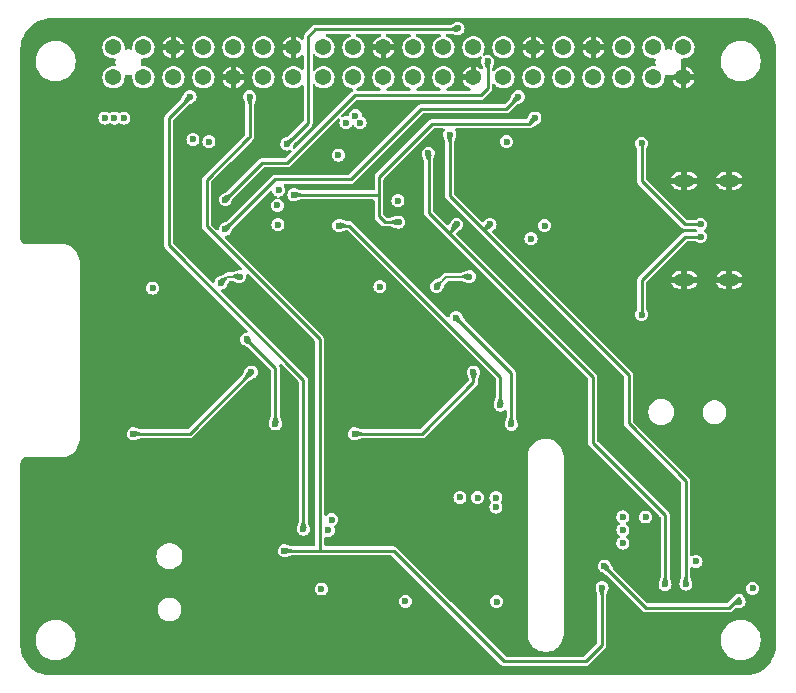
<source format=gbl>
G04 #@! TF.GenerationSoftware,KiCad,Pcbnew,8.0.9-8.0.9-0~ubuntu24.04.1*
G04 #@! TF.CreationDate,2025-06-14T07:54:04+02:00*
G04 #@! TF.ProjectId,rpi_power_warden_hat,7270695f-706f-4776-9572-5f7761726465,rev?*
G04 #@! TF.SameCoordinates,Original*
G04 #@! TF.FileFunction,Copper,L4,Bot*
G04 #@! TF.FilePolarity,Positive*
%FSLAX46Y46*%
G04 Gerber Fmt 4.6, Leading zero omitted, Abs format (unit mm)*
G04 Created by KiCad (PCBNEW 8.0.9-8.0.9-0~ubuntu24.04.1) date 2025-06-14 07:54:04*
%MOMM*%
%LPD*%
G01*
G04 APERTURE LIST*
G04 #@! TA.AperFunction,ComponentPad*
%ADD10O,1.800000X1.000000*%
G04 #@! TD*
G04 #@! TA.AperFunction,ComponentPad*
%ADD11C,1.370000*%
G04 #@! TD*
G04 #@! TA.AperFunction,ViaPad*
%ADD12C,0.600000*%
G04 #@! TD*
G04 #@! TA.AperFunction,Conductor*
%ADD13C,0.254000*%
G04 #@! TD*
G04 #@! TA.AperFunction,Conductor*
%ADD14C,0.200000*%
G04 #@! TD*
G04 APERTURE END LIST*
D10*
X183624279Y-92338321D03*
X187424279Y-92338321D03*
X183624279Y-83938321D03*
X187424279Y-83938321D03*
D11*
X135295599Y-75195001D03*
X135295599Y-72655001D03*
X137835599Y-75195001D03*
X137835599Y-72655001D03*
X140375599Y-75195001D03*
X140375599Y-72655001D03*
X142915599Y-75195001D03*
X142915599Y-72655001D03*
X145455599Y-75195001D03*
X145455599Y-72655001D03*
X147995599Y-75195001D03*
X147995599Y-72655001D03*
X150535599Y-75195001D03*
X150535599Y-72655001D03*
X153075599Y-75195001D03*
X153075599Y-72655001D03*
X155615599Y-75195001D03*
X155615599Y-72655001D03*
X158155599Y-75195001D03*
X158155599Y-72655001D03*
X160695599Y-75195001D03*
X160695599Y-72655001D03*
X163235599Y-75195001D03*
X163235599Y-72655001D03*
X165775599Y-75195001D03*
X165775599Y-72655001D03*
X168315599Y-75195001D03*
X168315599Y-72655001D03*
X170855599Y-75195001D03*
X170855599Y-72655001D03*
X173395599Y-75195001D03*
X173395599Y-72655001D03*
X175935599Y-75195001D03*
X175935599Y-72655001D03*
X178475599Y-75195001D03*
X178475599Y-72655001D03*
X181015599Y-75195001D03*
X181015599Y-72655001D03*
X183555599Y-75195001D03*
X183555599Y-72655001D03*
D12*
X164604279Y-108521921D03*
X150888279Y-92646921D03*
X162242079Y-117208721D03*
X147713279Y-114033721D03*
X146875079Y-107607521D03*
X135274279Y-85438321D03*
X166585479Y-86703321D03*
X148272079Y-80658121D03*
X145706679Y-97980921D03*
X151218479Y-98184121D03*
X142774279Y-122938321D03*
X190817079Y-114948121D03*
X185813279Y-100774921D03*
X164502679Y-100089121D03*
X164502679Y-98006321D03*
X149186479Y-74003321D03*
X147840279Y-107582121D03*
X175274279Y-120438321D03*
X135274279Y-82938321D03*
X190474279Y-110438321D03*
X162191279Y-125133521D03*
X167677679Y-115862521D03*
X145732079Y-100012921D03*
X190474279Y-97938321D03*
X157441479Y-125133521D03*
X135274279Y-107938321D03*
X178218679Y-80607321D03*
X183674279Y-95238321D03*
X142861879Y-120231321D03*
X165747279Y-83985521D03*
X156674279Y-117038321D03*
X178218679Y-83375921D03*
X182841479Y-117437321D03*
X190474279Y-87938321D03*
X130274279Y-107938321D03*
X159498879Y-73952521D03*
X147774279Y-122938321D03*
X190842479Y-117792921D03*
X190274279Y-102938321D03*
X172097279Y-73927121D03*
X190474279Y-82938321D03*
X175881879Y-115989521D03*
X152564679Y-81674121D03*
X162902479Y-89167121D03*
X180758679Y-100800321D03*
X135274279Y-80438321D03*
X172774279Y-102938321D03*
X169455679Y-99200121D03*
X183882879Y-98488921D03*
X171995679Y-86627121D03*
X156674279Y-114238321D03*
X137774279Y-80438321D03*
X182079479Y-98488921D03*
X147738679Y-120256721D03*
X169989079Y-92723121D03*
X190474279Y-92938321D03*
X152336079Y-90919721D03*
X159397279Y-86500121D03*
X151548679Y-87719321D03*
X151320079Y-82918721D03*
X186422879Y-119291521D03*
X140982279Y-87490721D03*
X141744279Y-74003321D03*
X190474279Y-107938321D03*
X184289279Y-80734321D03*
X140982279Y-84772921D03*
X185457679Y-76822721D03*
X185824279Y-85688321D03*
X142912679Y-114033721D03*
X167774279Y-122938321D03*
X190817079Y-116421321D03*
X165747279Y-107632921D03*
X151447079Y-125158921D03*
X156603279Y-110503121D03*
X140982279Y-86195321D03*
X171995679Y-85560321D03*
X171791286Y-87743139D03*
X143374279Y-80638321D03*
X149174279Y-86038321D03*
X168574279Y-80638321D03*
X154974279Y-79038321D03*
X170644978Y-88851921D03*
X149215825Y-87664321D03*
X134574279Y-78638321D03*
X188256871Y-119574104D03*
X136174279Y-78638321D03*
X154342679Y-81775721D03*
X155774279Y-78438321D03*
X156174279Y-79038321D03*
X176847079Y-116573721D03*
X153774279Y-112638321D03*
X135374279Y-78638321D03*
X189403179Y-118465322D03*
X142022585Y-80448087D03*
X153474279Y-113538321D03*
X149282052Y-84730548D03*
X159374279Y-85638321D03*
X155726279Y-105372721D03*
X165774279Y-100142371D03*
X168973079Y-104559521D03*
X164299479Y-95552121D03*
X146974279Y-100138321D03*
X136981079Y-105372721D03*
X149008679Y-104534121D03*
X146570279Y-97371321D03*
X185000000Y-88688321D03*
X180024279Y-95288321D03*
X180024279Y-80788321D03*
X185000000Y-87638321D03*
X164352378Y-87632121D03*
X161953432Y-81619433D03*
X182003279Y-118123121D03*
X151374279Y-113438321D03*
X141774279Y-76838321D03*
X146836279Y-76838321D03*
X176669279Y-118402521D03*
X149772662Y-115277689D03*
X144774279Y-85538321D03*
X166974279Y-73838321D03*
X170974279Y-78638321D03*
X159430778Y-87438321D03*
X150571019Y-85138321D03*
X164474279Y-71038321D03*
X149974279Y-80838321D03*
X152894879Y-118504121D03*
X138620079Y-93027921D03*
X169574279Y-76838321D03*
X144774279Y-88038321D03*
X167174279Y-87638321D03*
X183755879Y-118097721D03*
X163774279Y-80038321D03*
X162653630Y-92903621D03*
X165417079Y-92068121D03*
X160006879Y-119545521D03*
X157847879Y-92900921D03*
X144399279Y-92588321D03*
X145984142Y-92063157D03*
X154374279Y-87738321D03*
X168058679Y-102933921D03*
X164629679Y-110757121D03*
X167677679Y-111569921D03*
X184619479Y-116167321D03*
X178421879Y-112408121D03*
X167677679Y-110782521D03*
X178421879Y-114617921D03*
X166128279Y-110782521D03*
X180352279Y-112408121D03*
X167740779Y-119584021D03*
X178421879Y-113525721D03*
D13*
X176847079Y-116573721D02*
X180377679Y-120104321D01*
X180377679Y-120104321D02*
X187426654Y-120104321D01*
X187426654Y-120104321D02*
X188256871Y-119274104D01*
X161403479Y-105372721D02*
X155624679Y-105372721D01*
X165774279Y-101001921D02*
X161403479Y-105372721D01*
X165774279Y-100142371D02*
X165774279Y-101001921D01*
X168973079Y-104559521D02*
X168973079Y-100225721D01*
X168973079Y-100225721D02*
X164299479Y-95552121D01*
X141739879Y-105372721D02*
X136981079Y-105372721D01*
X146974279Y-100138321D02*
X141739879Y-105372721D01*
X146570279Y-97371321D02*
X146570279Y-97396721D01*
X146570279Y-97396721D02*
X149008679Y-99835121D01*
X149008679Y-99835121D02*
X149008679Y-104534121D01*
X180024279Y-95288321D02*
X180024279Y-92338321D01*
X180024279Y-92338321D02*
X183674279Y-88688321D01*
X183674279Y-88688321D02*
X185000000Y-88688321D01*
X180024279Y-80788321D02*
X180024279Y-83988321D01*
X183674279Y-87638321D02*
X185000000Y-87638321D01*
X180024279Y-83988321D02*
X183674279Y-87638321D01*
X161974279Y-81640280D02*
X161974279Y-86638321D01*
X164352378Y-87632121D02*
X164352378Y-87660222D01*
X164352378Y-87660222D02*
X163674279Y-88338321D01*
X182003279Y-112255721D02*
X182003279Y-118097721D01*
X161953432Y-81619433D02*
X161974279Y-81640280D01*
X175856479Y-106108921D02*
X182003279Y-112255721D01*
X163674279Y-88338321D02*
X175856479Y-100520521D01*
X175856479Y-100520521D02*
X175856479Y-106108921D01*
X161974279Y-86638321D02*
X163674279Y-88338321D01*
X139974279Y-89403721D02*
X151374279Y-100803721D01*
X139974279Y-78638321D02*
X139974279Y-89403721D01*
X141774279Y-76838321D02*
X139974279Y-78638321D01*
X151374279Y-100803721D02*
X151374279Y-113438321D01*
X153071662Y-115277689D02*
X158974279Y-115277689D01*
X168374279Y-124638321D02*
X159013647Y-115277689D01*
X146695365Y-80359407D02*
X146836279Y-80218493D01*
X153071662Y-115277689D02*
X152774279Y-115277689D01*
X153071662Y-115277689D02*
X149771662Y-115277689D01*
X159013647Y-115277689D02*
X158974279Y-115277689D01*
X176643879Y-123268721D02*
X175274279Y-124638321D01*
X143174279Y-83880492D02*
X146695365Y-80359407D01*
X176643879Y-118427921D02*
X176643879Y-123268721D01*
X146836279Y-80218493D02*
X146836279Y-76838321D01*
X152774279Y-97377721D02*
X143174279Y-87777721D01*
X176669279Y-118402521D02*
X176643879Y-118427921D01*
X175274279Y-124638321D02*
X168374279Y-124638321D01*
X143174279Y-87777721D02*
X143174279Y-83880492D01*
X152774279Y-115277689D02*
X152774279Y-97377721D01*
X166407679Y-76695721D02*
X166974279Y-76129121D01*
X149974279Y-82438321D02*
X155716879Y-76695721D01*
X144774279Y-85538321D02*
X147874279Y-82438321D01*
X155716879Y-76695721D02*
X166407679Y-76695721D01*
X147874279Y-82438321D02*
X149974279Y-82438321D01*
X166974279Y-76129121D02*
X166974279Y-73838321D01*
X157774279Y-85138321D02*
X150574279Y-85138321D01*
X162278479Y-79134121D02*
X157774279Y-83638321D01*
X157774279Y-86950321D02*
X158262279Y-87438321D01*
X170478479Y-79134121D02*
X162278479Y-79134121D01*
X170974279Y-78638321D02*
X170478479Y-79134121D01*
X157774279Y-83638321D02*
X157774279Y-86950321D01*
X158262279Y-87438321D02*
X159430778Y-87438321D01*
X151774279Y-79038321D02*
X149974279Y-80838321D01*
X152374279Y-71138321D02*
X151774279Y-71738321D01*
X164474279Y-71038321D02*
X164374279Y-71138321D01*
X151774279Y-71738321D02*
X151774279Y-79038321D01*
X164374279Y-71138321D02*
X152374279Y-71138321D01*
X148974279Y-83838321D02*
X144774279Y-88038321D01*
X161348479Y-77864121D02*
X155374279Y-83838321D01*
X169574279Y-76838321D02*
X168548479Y-77864121D01*
X155374279Y-83838321D02*
X148974279Y-83838321D01*
X168548479Y-77864121D02*
X161348479Y-77864121D01*
X183755879Y-109334721D02*
X183755879Y-118097721D01*
X163774279Y-80038321D02*
X163774279Y-85240084D01*
X178910679Y-100376484D02*
X178910679Y-104489521D01*
X163774279Y-85240084D02*
X166773397Y-88239203D01*
X167174279Y-87638321D02*
X166773397Y-88039203D01*
X166773397Y-88239203D02*
X178910679Y-100376484D01*
X178910679Y-104489521D02*
X183755879Y-109334721D01*
D14*
X162653630Y-92903621D02*
X163489130Y-92068121D01*
X163489130Y-92068121D02*
X165417079Y-92068121D01*
X145984142Y-92063157D02*
X144924443Y-92063157D01*
X144924443Y-92063157D02*
X144399279Y-92588321D01*
D13*
X168058679Y-100522721D02*
X168058679Y-102933921D01*
X154374279Y-87738321D02*
X155274279Y-87738321D01*
X155274279Y-87738321D02*
X168058679Y-100522721D01*
G04 #@! TA.AperFunction,Conductor*
G36*
X188713483Y-70151110D02*
G01*
X189001014Y-70167873D01*
X189014802Y-70169455D01*
X189288858Y-70216577D01*
X189295343Y-70217692D01*
X189308876Y-70220808D01*
X189582258Y-70300107D01*
X189595346Y-70304712D01*
X189858159Y-70414084D01*
X189870652Y-70420125D01*
X190119586Y-70558195D01*
X190131333Y-70565599D01*
X190360313Y-70728532D01*
X190363258Y-70730627D01*
X190374091Y-70739288D01*
X190586142Y-70929241D01*
X190595930Y-70939052D01*
X190714041Y-71071491D01*
X190785391Y-71151497D01*
X190794037Y-71162359D01*
X190935435Y-71362010D01*
X190958558Y-71394658D01*
X190965932Y-71406416D01*
X191071112Y-71597043D01*
X191103450Y-71655652D01*
X191109467Y-71668167D01*
X191218252Y-71931209D01*
X191222832Y-71944318D01*
X191301524Y-72217872D01*
X191304610Y-72231410D01*
X191352225Y-72512058D01*
X191353777Y-72525857D01*
X191369904Y-72813416D01*
X191370099Y-72820359D01*
X191370099Y-123337369D01*
X191369873Y-123344857D01*
X191353957Y-123607959D01*
X191352152Y-123622823D01*
X191300961Y-123902164D01*
X191297377Y-123916702D01*
X191212894Y-124187820D01*
X191207585Y-124201821D01*
X191091030Y-124460796D01*
X191084071Y-124474055D01*
X190937153Y-124717086D01*
X190928647Y-124729409D01*
X190753504Y-124952963D01*
X190743574Y-124964171D01*
X190542769Y-125164975D01*
X190531561Y-125174905D01*
X190308008Y-125350048D01*
X190295684Y-125358554D01*
X190052653Y-125505470D01*
X190039395Y-125512429D01*
X189780419Y-125628985D01*
X189766418Y-125634294D01*
X189495301Y-125718777D01*
X189480763Y-125722361D01*
X189201421Y-125773553D01*
X189186556Y-125775358D01*
X188923423Y-125791275D01*
X188915936Y-125791501D01*
X129875809Y-125791501D01*
X129868322Y-125791275D01*
X129604646Y-125775325D01*
X129589781Y-125773520D01*
X129310443Y-125722329D01*
X129295905Y-125718745D01*
X129024792Y-125634263D01*
X129010791Y-125628954D01*
X128751819Y-125512401D01*
X128738560Y-125505442D01*
X128495530Y-125358524D01*
X128483209Y-125350020D01*
X128259659Y-125174879D01*
X128248451Y-125164949D01*
X128047650Y-124964148D01*
X128037720Y-124952940D01*
X127862579Y-124729390D01*
X127854077Y-124717073D01*
X127707154Y-124474033D01*
X127700202Y-124460787D01*
X127583643Y-124201804D01*
X127578336Y-124187807D01*
X127550428Y-124098248D01*
X127493853Y-123916693D01*
X127490270Y-123902156D01*
X127439079Y-123622818D01*
X127437274Y-123607953D01*
X127421325Y-123344277D01*
X127421099Y-123336790D01*
X127421099Y-122705550D01*
X128695099Y-122705550D01*
X128695099Y-122928451D01*
X128695100Y-122928467D01*
X128724193Y-123149453D01*
X128724194Y-123149458D01*
X128724195Y-123149464D01*
X128774389Y-123336790D01*
X128781889Y-123364781D01*
X128781892Y-123364791D01*
X128838110Y-123500513D01*
X128867194Y-123570727D01*
X128978651Y-123763775D01*
X128978656Y-123763781D01*
X128978657Y-123763783D01*
X129114350Y-123940623D01*
X129114356Y-123940630D01*
X129271969Y-124098243D01*
X129271975Y-124098248D01*
X129448825Y-124233949D01*
X129641873Y-124345406D01*
X129847818Y-124430711D01*
X130063136Y-124488405D01*
X130284142Y-124517501D01*
X130284149Y-124517501D01*
X130507049Y-124517501D01*
X130507056Y-124517501D01*
X130728062Y-124488405D01*
X130943380Y-124430711D01*
X131149325Y-124345406D01*
X131342373Y-124233949D01*
X131519223Y-124098248D01*
X131676846Y-123940625D01*
X131812547Y-123763775D01*
X131924004Y-123570727D01*
X132009309Y-123364782D01*
X132067003Y-123149464D01*
X132096099Y-122928458D01*
X132096099Y-122705544D01*
X132067003Y-122484538D01*
X132009309Y-122269220D01*
X131924004Y-122063275D01*
X131812547Y-121870227D01*
X131676846Y-121693377D01*
X131676841Y-121693371D01*
X131519228Y-121535758D01*
X131519221Y-121535752D01*
X131342381Y-121400059D01*
X131342379Y-121400058D01*
X131342373Y-121400053D01*
X131149325Y-121288596D01*
X131149321Y-121288594D01*
X130943389Y-121203294D01*
X130943382Y-121203292D01*
X130943380Y-121203291D01*
X130728062Y-121145597D01*
X130728056Y-121145596D01*
X130728051Y-121145595D01*
X130507065Y-121116502D01*
X130507062Y-121116501D01*
X130507056Y-121116501D01*
X130284142Y-121116501D01*
X130284136Y-121116501D01*
X130284132Y-121116502D01*
X130063146Y-121145595D01*
X130063139Y-121145596D01*
X130063136Y-121145597D01*
X129858719Y-121200370D01*
X129847818Y-121203291D01*
X129847808Y-121203294D01*
X129641876Y-121288594D01*
X129641872Y-121288596D01*
X129448825Y-121400053D01*
X129448816Y-121400059D01*
X129271976Y-121535752D01*
X129271969Y-121535758D01*
X129114356Y-121693371D01*
X129114350Y-121693378D01*
X128978657Y-121870218D01*
X128978651Y-121870227D01*
X128867194Y-122063274D01*
X128867192Y-122063278D01*
X128781892Y-122269210D01*
X128781889Y-122269220D01*
X128737014Y-122436699D01*
X128724196Y-122484535D01*
X128724193Y-122484548D01*
X128695100Y-122705534D01*
X128695099Y-122705550D01*
X127421099Y-122705550D01*
X127421099Y-120336864D01*
X139036278Y-120336864D01*
X139074726Y-120530150D01*
X139074729Y-120530160D01*
X139150143Y-120712228D01*
X139150150Y-120712241D01*
X139259639Y-120876102D01*
X139259642Y-120876106D01*
X139398993Y-121015457D01*
X139398997Y-121015460D01*
X139562858Y-121124949D01*
X139562871Y-121124956D01*
X139744939Y-121200370D01*
X139744944Y-121200372D01*
X139744948Y-121200372D01*
X139744949Y-121200373D01*
X139938235Y-121238821D01*
X139938238Y-121238821D01*
X140135322Y-121238821D01*
X140313939Y-121203291D01*
X140328614Y-121200372D01*
X140510693Y-121124953D01*
X140674561Y-121015460D01*
X140813918Y-120876103D01*
X140923411Y-120712235D01*
X140998830Y-120530156D01*
X141037279Y-120336862D01*
X141037279Y-120139780D01*
X141037279Y-120139777D01*
X140998831Y-119946491D01*
X140998830Y-119946490D01*
X140998830Y-119946486D01*
X140995374Y-119938142D01*
X140923414Y-119764413D01*
X140923407Y-119764400D01*
X140813918Y-119600539D01*
X140813915Y-119600535D01*
X140758900Y-119545520D01*
X159451629Y-119545520D01*
X159451629Y-119545521D01*
X159470549Y-119689229D01*
X159470550Y-119689233D01*
X159526016Y-119823143D01*
X159526017Y-119823145D01*
X159526018Y-119823146D01*
X159614258Y-119938142D01*
X159729254Y-120026382D01*
X159863170Y-120081851D01*
X159990159Y-120098569D01*
X160006878Y-120100771D01*
X160006879Y-120100771D01*
X160006880Y-120100771D01*
X160021856Y-120098799D01*
X160150588Y-120081851D01*
X160284504Y-120026382D01*
X160399500Y-119938142D01*
X160487740Y-119823146D01*
X160543209Y-119689230D01*
X160562129Y-119545521D01*
X160543209Y-119401812D01*
X160487740Y-119267896D01*
X160399500Y-119152900D01*
X160284504Y-119064660D01*
X160284503Y-119064659D01*
X160284501Y-119064658D01*
X160150591Y-119009192D01*
X160150589Y-119009191D01*
X160150588Y-119009191D01*
X160078733Y-118999731D01*
X160006880Y-118990271D01*
X160006878Y-118990271D01*
X159863170Y-119009191D01*
X159863166Y-119009192D01*
X159729256Y-119064658D01*
X159614258Y-119152900D01*
X159526016Y-119267898D01*
X159470550Y-119401808D01*
X159470549Y-119401812D01*
X159451629Y-119545520D01*
X140758900Y-119545520D01*
X140674564Y-119461184D01*
X140674560Y-119461181D01*
X140510699Y-119351692D01*
X140510686Y-119351685D01*
X140328618Y-119276271D01*
X140328608Y-119276268D01*
X140135322Y-119237821D01*
X140135320Y-119237821D01*
X139938238Y-119237821D01*
X139938236Y-119237821D01*
X139744949Y-119276268D01*
X139744939Y-119276271D01*
X139562871Y-119351685D01*
X139562858Y-119351692D01*
X139398997Y-119461181D01*
X139398993Y-119461184D01*
X139259642Y-119600535D01*
X139259639Y-119600539D01*
X139150150Y-119764400D01*
X139150143Y-119764413D01*
X139074729Y-119946481D01*
X139074726Y-119946491D01*
X139036279Y-120139777D01*
X139036279Y-120139780D01*
X139036279Y-120336862D01*
X139036279Y-120336864D01*
X139036278Y-120336864D01*
X127421099Y-120336864D01*
X127421099Y-118504121D01*
X152339629Y-118504121D01*
X152353115Y-118606559D01*
X152358549Y-118647829D01*
X152358550Y-118647833D01*
X152414016Y-118781743D01*
X152414017Y-118781745D01*
X152414018Y-118781746D01*
X152502258Y-118896742D01*
X152617254Y-118984982D01*
X152617255Y-118984982D01*
X152617256Y-118984983D01*
X152661892Y-119003471D01*
X152751170Y-119040451D01*
X152872244Y-119056391D01*
X152894878Y-119059371D01*
X152894879Y-119059371D01*
X152894880Y-119059371D01*
X152909856Y-119057399D01*
X153038588Y-119040451D01*
X153172504Y-118984982D01*
X153287500Y-118896742D01*
X153375740Y-118781746D01*
X153431209Y-118647830D01*
X153450129Y-118504121D01*
X153431209Y-118360412D01*
X153375740Y-118226496D01*
X153287500Y-118111500D01*
X153172504Y-118023260D01*
X153172503Y-118023259D01*
X153172501Y-118023258D01*
X153038591Y-117967792D01*
X153038589Y-117967791D01*
X153038588Y-117967791D01*
X152952089Y-117956403D01*
X152894880Y-117948871D01*
X152894878Y-117948871D01*
X152751170Y-117967791D01*
X152751166Y-117967792D01*
X152617256Y-118023258D01*
X152502258Y-118111500D01*
X152414016Y-118226498D01*
X152358550Y-118360408D01*
X152358549Y-118360412D01*
X152339629Y-118504121D01*
X127421099Y-118504121D01*
X127421099Y-115651710D01*
X138936279Y-115651710D01*
X138936279Y-115824932D01*
X138963377Y-115996022D01*
X139016906Y-116160766D01*
X139095547Y-116315109D01*
X139197365Y-116455249D01*
X139319851Y-116577735D01*
X139459991Y-116679553D01*
X139614334Y-116758194D01*
X139779078Y-116811723D01*
X139950168Y-116838821D01*
X139950169Y-116838821D01*
X140123389Y-116838821D01*
X140123390Y-116838821D01*
X140294480Y-116811723D01*
X140459224Y-116758194D01*
X140613567Y-116679553D01*
X140753707Y-116577735D01*
X140876193Y-116455249D01*
X140978011Y-116315109D01*
X141056652Y-116160766D01*
X141110181Y-115996022D01*
X141137279Y-115824932D01*
X141137279Y-115651710D01*
X141110181Y-115480620D01*
X141056652Y-115315876D01*
X140978011Y-115161533D01*
X140876193Y-115021393D01*
X140753707Y-114898907D01*
X140613567Y-114797089D01*
X140459224Y-114718448D01*
X140294480Y-114664919D01*
X140294478Y-114664918D01*
X140294477Y-114664918D01*
X140163050Y-114644102D01*
X140123390Y-114637821D01*
X139950168Y-114637821D01*
X139910507Y-114644102D01*
X139779081Y-114664918D01*
X139614331Y-114718449D01*
X139459990Y-114797089D01*
X139396486Y-114843228D01*
X139319851Y-114898907D01*
X139319849Y-114898909D01*
X139319848Y-114898909D01*
X139197367Y-115021390D01*
X139197367Y-115021391D01*
X139197365Y-115021393D01*
X139153638Y-115081577D01*
X139095547Y-115161532D01*
X139016907Y-115315873D01*
X138963376Y-115480623D01*
X138945264Y-115594981D01*
X138936279Y-115651710D01*
X127421099Y-115651710D01*
X127421099Y-107892985D01*
X127423482Y-107868791D01*
X127424862Y-107861853D01*
X127424862Y-107825125D01*
X127425923Y-107808940D01*
X127437301Y-107722520D01*
X127438771Y-107711349D01*
X127447149Y-107680082D01*
X127481682Y-107596712D01*
X127497867Y-107568679D01*
X127552799Y-107497089D01*
X127575686Y-107474201D01*
X127647280Y-107419265D01*
X127675309Y-107403082D01*
X127758682Y-107368548D01*
X127789948Y-107360171D01*
X127887525Y-107347325D01*
X127903710Y-107346264D01*
X127940455Y-107346264D01*
X127947393Y-107344884D01*
X127971584Y-107342501D01*
X130952275Y-107342501D01*
X130952295Y-107342499D01*
X131004703Y-107342499D01*
X131004706Y-107342499D01*
X131220696Y-107311445D01*
X131430069Y-107249967D01*
X131628561Y-107159319D01*
X131812132Y-107041345D01*
X131977045Y-106898447D01*
X132119944Y-106733534D01*
X132237918Y-106549963D01*
X132328567Y-106351471D01*
X132390044Y-106142098D01*
X132421099Y-105926108D01*
X132421099Y-105817002D01*
X132421099Y-105772148D01*
X132421099Y-105772147D01*
X132421099Y-105372720D01*
X136425829Y-105372720D01*
X136425829Y-105372721D01*
X136444749Y-105516429D01*
X136444750Y-105516433D01*
X136500216Y-105650343D01*
X136500217Y-105650345D01*
X136500218Y-105650346D01*
X136588458Y-105765342D01*
X136703454Y-105853582D01*
X136837370Y-105909051D01*
X136964359Y-105925769D01*
X136981078Y-105927971D01*
X136981079Y-105927971D01*
X136981080Y-105927971D01*
X136997798Y-105925769D01*
X137124788Y-105909051D01*
X137147845Y-105899499D01*
X137175695Y-105892441D01*
X137175613Y-105892040D01*
X137181568Y-105890820D01*
X137181580Y-105890819D01*
X137617957Y-105755764D01*
X137654618Y-105750221D01*
X141789576Y-105750221D01*
X141789578Y-105750221D01*
X141885589Y-105724495D01*
X141971669Y-105674796D01*
X146764951Y-100881513D01*
X146794787Y-100859514D01*
X147198853Y-100646447D01*
X147200543Y-100645141D01*
X147228895Y-100628712D01*
X147251904Y-100619182D01*
X147366900Y-100530942D01*
X147455140Y-100415946D01*
X147510609Y-100282030D01*
X147529529Y-100138321D01*
X147510609Y-99994612D01*
X147464693Y-99883759D01*
X147455141Y-99860698D01*
X147455140Y-99860697D01*
X147455140Y-99860696D01*
X147366900Y-99745700D01*
X147251904Y-99657460D01*
X147251903Y-99657459D01*
X147251901Y-99657458D01*
X147117991Y-99601992D01*
X147117989Y-99601991D01*
X147117988Y-99601991D01*
X147046133Y-99592531D01*
X146974280Y-99583071D01*
X146974278Y-99583071D01*
X146830570Y-99601991D01*
X146830566Y-99601992D01*
X146696656Y-99657458D01*
X146581658Y-99745700D01*
X146493417Y-99860697D01*
X146483864Y-99883759D01*
X146469168Y-99908438D01*
X146469508Y-99908662D01*
X146466149Y-99913749D01*
X146253084Y-100317809D01*
X146231080Y-100347652D01*
X141619833Y-104958902D01*
X141558510Y-104992387D01*
X141532152Y-104995221D01*
X137654621Y-104995221D01*
X137617960Y-104989678D01*
X137181576Y-104854621D01*
X137181570Y-104854619D01*
X137179445Y-104854347D01*
X137147795Y-104845920D01*
X137124792Y-104836392D01*
X137124788Y-104836391D01*
X137052933Y-104826931D01*
X136981080Y-104817471D01*
X136981078Y-104817471D01*
X136837370Y-104836391D01*
X136837366Y-104836392D01*
X136703456Y-104891858D01*
X136588458Y-104980100D01*
X136500216Y-105095098D01*
X136444750Y-105229008D01*
X136444749Y-105229012D01*
X136425829Y-105372720D01*
X132421099Y-105372720D01*
X132421099Y-93027921D01*
X138064829Y-93027921D01*
X138077200Y-93121890D01*
X138083749Y-93171629D01*
X138083750Y-93171633D01*
X138139216Y-93305543D01*
X138139217Y-93305545D01*
X138139218Y-93305546D01*
X138227458Y-93420542D01*
X138342454Y-93508782D01*
X138476370Y-93564251D01*
X138603359Y-93580969D01*
X138620078Y-93583171D01*
X138620079Y-93583171D01*
X138620080Y-93583171D01*
X138635056Y-93581199D01*
X138763788Y-93564251D01*
X138897704Y-93508782D01*
X139012700Y-93420542D01*
X139100940Y-93305546D01*
X139156409Y-93171630D01*
X139175329Y-93027921D01*
X139156409Y-92884212D01*
X139100940Y-92750296D01*
X139012700Y-92635300D01*
X138897704Y-92547060D01*
X138897703Y-92547059D01*
X138897701Y-92547058D01*
X138763791Y-92491592D01*
X138763789Y-92491591D01*
X138763788Y-92491591D01*
X138668220Y-92479009D01*
X138620080Y-92472671D01*
X138620078Y-92472671D01*
X138476370Y-92491591D01*
X138476366Y-92491592D01*
X138342456Y-92547058D01*
X138227458Y-92635300D01*
X138139216Y-92750298D01*
X138083750Y-92884208D01*
X138083749Y-92884212D01*
X138068116Y-93002958D01*
X138064829Y-93027921D01*
X132421099Y-93027921D01*
X132421099Y-90772146D01*
X132421099Y-90763890D01*
X132420327Y-90756052D01*
X132420327Y-90707952D01*
X132420327Y-90707949D01*
X132389288Y-90492068D01*
X132327842Y-90282801D01*
X132327841Y-90282799D01*
X132327840Y-90282795D01*
X132237245Y-90084420D01*
X132237236Y-90084403D01*
X132119325Y-89900931D01*
X131976499Y-89736100D01*
X131811668Y-89593274D01*
X131628196Y-89475363D01*
X131628179Y-89475354D01*
X131429804Y-89384759D01*
X131220530Y-89323311D01*
X131066727Y-89301198D01*
X131004651Y-89292273D01*
X131004649Y-89292273D01*
X130956548Y-89292273D01*
X130948709Y-89291501D01*
X130940454Y-89291501D01*
X127872849Y-89291501D01*
X127856664Y-89290440D01*
X127787923Y-89281390D01*
X127756656Y-89273012D01*
X127671397Y-89237696D01*
X127643367Y-89221513D01*
X127610109Y-89195993D01*
X127570153Y-89165333D01*
X127547266Y-89142446D01*
X127508131Y-89091445D01*
X127491084Y-89069230D01*
X127474904Y-89041204D01*
X127439585Y-88955938D01*
X127431210Y-88924680D01*
X127422160Y-88855934D01*
X127421099Y-88839750D01*
X127421099Y-78638320D01*
X134019029Y-78638320D01*
X134019029Y-78638321D01*
X134037949Y-78782029D01*
X134037950Y-78782033D01*
X134093416Y-78915943D01*
X134093417Y-78915945D01*
X134093418Y-78915946D01*
X134181658Y-79030942D01*
X134296654Y-79119182D01*
X134296655Y-79119182D01*
X134296656Y-79119183D01*
X134341292Y-79137671D01*
X134430570Y-79174651D01*
X134557559Y-79191369D01*
X134574278Y-79193571D01*
X134574279Y-79193571D01*
X134574280Y-79193571D01*
X134589256Y-79191599D01*
X134717988Y-79174651D01*
X134851904Y-79119182D01*
X134898793Y-79083202D01*
X134963961Y-79058008D01*
X135032406Y-79072046D01*
X135049762Y-79083201D01*
X135096654Y-79119182D01*
X135230570Y-79174651D01*
X135357559Y-79191369D01*
X135374278Y-79193571D01*
X135374279Y-79193571D01*
X135374280Y-79193571D01*
X135389256Y-79191599D01*
X135517988Y-79174651D01*
X135651904Y-79119182D01*
X135698793Y-79083202D01*
X135763961Y-79058008D01*
X135832406Y-79072046D01*
X135849762Y-79083201D01*
X135896654Y-79119182D01*
X136030570Y-79174651D01*
X136157559Y-79191369D01*
X136174278Y-79193571D01*
X136174279Y-79193571D01*
X136174280Y-79193571D01*
X136189256Y-79191599D01*
X136317988Y-79174651D01*
X136451904Y-79119182D01*
X136566900Y-79030942D01*
X136655140Y-78915946D01*
X136710609Y-78782030D01*
X136729529Y-78638321D01*
X136722986Y-78588622D01*
X139596779Y-78588622D01*
X139596779Y-89354022D01*
X139596779Y-89453420D01*
X139622505Y-89549431D01*
X139672204Y-89635511D01*
X139672206Y-89635513D01*
X146642100Y-96605407D01*
X146675585Y-96666730D01*
X146670601Y-96736422D01*
X146628729Y-96792355D01*
X146570606Y-96816027D01*
X146426570Y-96834991D01*
X146426566Y-96834992D01*
X146292656Y-96890458D01*
X146177658Y-96978700D01*
X146089416Y-97093698D01*
X146033950Y-97227608D01*
X146033949Y-97227612D01*
X146015029Y-97371320D01*
X146015029Y-97371321D01*
X146033949Y-97515029D01*
X146033950Y-97515033D01*
X146089416Y-97648943D01*
X146089417Y-97648945D01*
X146089418Y-97648946D01*
X146177658Y-97763942D01*
X146292654Y-97852182D01*
X146309344Y-97859095D01*
X146333499Y-97872423D01*
X146338020Y-97875621D01*
X146735089Y-98101651D01*
X146761424Y-98121732D01*
X148594860Y-99955167D01*
X148628345Y-100016490D01*
X148631179Y-100042848D01*
X148631179Y-103860577D01*
X148625636Y-103897238D01*
X148490578Y-104333624D01*
X148490305Y-104335756D01*
X148481879Y-104367403D01*
X148472349Y-104390411D01*
X148472349Y-104390412D01*
X148453429Y-104534120D01*
X148453429Y-104534121D01*
X148472349Y-104677829D01*
X148472350Y-104677833D01*
X148527816Y-104811743D01*
X148527817Y-104811745D01*
X148527818Y-104811746D01*
X148616058Y-104926742D01*
X148731054Y-105014982D01*
X148864970Y-105070451D01*
X148991959Y-105087169D01*
X149008678Y-105089371D01*
X149008679Y-105089371D01*
X149008680Y-105089371D01*
X149023656Y-105087399D01*
X149152388Y-105070451D01*
X149286304Y-105014982D01*
X149401300Y-104926742D01*
X149489540Y-104811746D01*
X149545009Y-104677830D01*
X149563929Y-104534121D01*
X149545009Y-104390412D01*
X149535456Y-104367350D01*
X149528400Y-104339503D01*
X149527998Y-104339586D01*
X149526778Y-104333628D01*
X149526777Y-104333619D01*
X149391722Y-103897238D01*
X149386179Y-103860578D01*
X149386179Y-99785424D01*
X149386179Y-99785422D01*
X149360453Y-99689412D01*
X149331898Y-99639954D01*
X149315426Y-99572055D01*
X149338279Y-99506028D01*
X149393200Y-99462837D01*
X149462753Y-99456196D01*
X149524856Y-99488212D01*
X149526967Y-99490274D01*
X150960460Y-100923767D01*
X150993945Y-100985090D01*
X150996779Y-101011448D01*
X150996779Y-112764777D01*
X150991236Y-112801438D01*
X150856178Y-113237824D01*
X150855905Y-113239956D01*
X150847479Y-113271603D01*
X150837949Y-113294611D01*
X150837949Y-113294612D01*
X150824784Y-113394612D01*
X150819029Y-113438321D01*
X150832194Y-113538321D01*
X150837949Y-113582029D01*
X150837950Y-113582033D01*
X150893416Y-113715943D01*
X150893417Y-113715945D01*
X150893418Y-113715946D01*
X150981658Y-113830942D01*
X151096654Y-113919182D01*
X151096655Y-113919182D01*
X151096656Y-113919183D01*
X151141292Y-113937671D01*
X151230570Y-113974651D01*
X151357559Y-113991369D01*
X151374278Y-113993571D01*
X151374279Y-113993571D01*
X151374280Y-113993571D01*
X151389256Y-113991599D01*
X151517988Y-113974651D01*
X151651904Y-113919182D01*
X151766900Y-113830942D01*
X151855140Y-113715946D01*
X151910609Y-113582030D01*
X151929529Y-113438321D01*
X151923774Y-113394612D01*
X151910609Y-113294613D01*
X151910609Y-113294612D01*
X151901056Y-113271550D01*
X151894000Y-113243703D01*
X151893598Y-113243786D01*
X151892378Y-113237828D01*
X151892377Y-113237819D01*
X151757322Y-112801438D01*
X151751779Y-112764778D01*
X151751779Y-100754024D01*
X151751778Y-100754020D01*
X151731560Y-100678561D01*
X151726054Y-100658015D01*
X151726053Y-100658011D01*
X151715982Y-100640567D01*
X151676359Y-100571937D01*
X151676353Y-100571929D01*
X148083124Y-96978700D01*
X144443392Y-93338969D01*
X144409908Y-93277647D01*
X144414892Y-93207955D01*
X144456764Y-93152022D01*
X144514887Y-93128350D01*
X144542988Y-93124651D01*
X144676904Y-93069182D01*
X144791900Y-92980942D01*
X144880140Y-92865946D01*
X144894048Y-92832368D01*
X144908534Y-92806599D01*
X144912829Y-92800731D01*
X145014806Y-92581450D01*
X145059489Y-92485368D01*
X145105607Y-92432881D01*
X145171925Y-92413657D01*
X145303333Y-92413657D01*
X145345864Y-92421179D01*
X145637455Y-92527651D01*
X145637456Y-92527651D01*
X145771203Y-92576487D01*
X145780167Y-92577981D01*
X145807221Y-92585729D01*
X145840433Y-92599487D01*
X145878138Y-92604451D01*
X145984141Y-92618407D01*
X145984142Y-92618407D01*
X145984143Y-92618407D01*
X145999119Y-92616435D01*
X146127851Y-92599487D01*
X146261767Y-92544018D01*
X146376763Y-92455778D01*
X146465003Y-92340782D01*
X146520472Y-92206866D01*
X146539392Y-92063157D01*
X146528479Y-91980270D01*
X146539244Y-91911238D01*
X146585623Y-91858982D01*
X146652892Y-91840096D01*
X146719693Y-91860576D01*
X146739099Y-91876406D01*
X152360460Y-97497767D01*
X152393945Y-97559090D01*
X152396779Y-97585448D01*
X152396779Y-114776189D01*
X152377094Y-114843228D01*
X152324290Y-114888983D01*
X152272779Y-114900189D01*
X150446204Y-114900189D01*
X150409543Y-114894646D01*
X149973159Y-114759589D01*
X149973153Y-114759587D01*
X149971028Y-114759315D01*
X149939378Y-114750888D01*
X149916375Y-114741360D01*
X149916371Y-114741359D01*
X149844516Y-114731899D01*
X149772663Y-114722439D01*
X149772661Y-114722439D01*
X149628953Y-114741359D01*
X149628949Y-114741360D01*
X149495039Y-114796826D01*
X149380041Y-114885068D01*
X149291799Y-115000066D01*
X149236333Y-115133976D01*
X149236332Y-115133980D01*
X149217412Y-115277688D01*
X149217412Y-115277689D01*
X149236332Y-115421397D01*
X149236333Y-115421401D01*
X149291799Y-115555311D01*
X149291800Y-115555313D01*
X149291801Y-115555314D01*
X149380041Y-115670310D01*
X149495037Y-115758550D01*
X149628953Y-115814019D01*
X149755942Y-115830737D01*
X149772661Y-115832939D01*
X149772662Y-115832939D01*
X149772663Y-115832939D01*
X149789381Y-115830737D01*
X149916371Y-115814019D01*
X149939428Y-115804467D01*
X149967278Y-115797409D01*
X149967196Y-115797008D01*
X149973151Y-115795788D01*
X149973163Y-115795787D01*
X150409540Y-115660732D01*
X150446201Y-115655189D01*
X152724580Y-115655189D01*
X152823978Y-115655189D01*
X153021963Y-115655189D01*
X158805920Y-115655189D01*
X158872959Y-115674874D01*
X158893600Y-115691507D01*
X168142489Y-124940397D01*
X168142491Y-124940398D01*
X168142495Y-124940401D01*
X168183627Y-124964148D01*
X168228569Y-124990095D01*
X168324580Y-125015821D01*
X168324582Y-125015821D01*
X175323976Y-125015821D01*
X175323978Y-125015821D01*
X175419989Y-124990095D01*
X175506069Y-124940396D01*
X176945954Y-123500511D01*
X176995653Y-123414431D01*
X177021379Y-123318420D01*
X177021379Y-123219022D01*
X177021379Y-122705550D01*
X186695099Y-122705550D01*
X186695099Y-122928451D01*
X186695100Y-122928467D01*
X186724193Y-123149453D01*
X186724194Y-123149458D01*
X186724195Y-123149464D01*
X186774389Y-123336790D01*
X186781889Y-123364781D01*
X186781892Y-123364791D01*
X186838110Y-123500513D01*
X186867194Y-123570727D01*
X186978651Y-123763775D01*
X186978656Y-123763781D01*
X186978657Y-123763783D01*
X187114350Y-123940623D01*
X187114356Y-123940630D01*
X187271969Y-124098243D01*
X187271975Y-124098248D01*
X187448825Y-124233949D01*
X187641873Y-124345406D01*
X187847818Y-124430711D01*
X188063136Y-124488405D01*
X188284142Y-124517501D01*
X188284149Y-124517501D01*
X188507049Y-124517501D01*
X188507056Y-124517501D01*
X188728062Y-124488405D01*
X188943380Y-124430711D01*
X189149325Y-124345406D01*
X189342373Y-124233949D01*
X189519223Y-124098248D01*
X189676846Y-123940625D01*
X189812547Y-123763775D01*
X189924004Y-123570727D01*
X190009309Y-123364782D01*
X190067003Y-123149464D01*
X190096099Y-122928458D01*
X190096099Y-122705544D01*
X190067003Y-122484538D01*
X190009309Y-122269220D01*
X189924004Y-122063275D01*
X189812547Y-121870227D01*
X189676846Y-121693377D01*
X189676841Y-121693371D01*
X189519228Y-121535758D01*
X189519221Y-121535752D01*
X189342381Y-121400059D01*
X189342379Y-121400058D01*
X189342373Y-121400053D01*
X189149325Y-121288596D01*
X189149321Y-121288594D01*
X188943389Y-121203294D01*
X188943382Y-121203292D01*
X188943380Y-121203291D01*
X188728062Y-121145597D01*
X188728056Y-121145596D01*
X188728051Y-121145595D01*
X188507065Y-121116502D01*
X188507062Y-121116501D01*
X188507056Y-121116501D01*
X188284142Y-121116501D01*
X188284136Y-121116501D01*
X188284132Y-121116502D01*
X188063146Y-121145595D01*
X188063139Y-121145596D01*
X188063136Y-121145597D01*
X187858719Y-121200370D01*
X187847818Y-121203291D01*
X187847808Y-121203294D01*
X187641876Y-121288594D01*
X187641872Y-121288596D01*
X187448825Y-121400053D01*
X187448816Y-121400059D01*
X187271976Y-121535752D01*
X187271969Y-121535758D01*
X187114356Y-121693371D01*
X187114350Y-121693378D01*
X186978657Y-121870218D01*
X186978651Y-121870227D01*
X186867194Y-122063274D01*
X186867192Y-122063278D01*
X186781892Y-122269210D01*
X186781889Y-122269220D01*
X186737014Y-122436699D01*
X186724196Y-122484535D01*
X186724193Y-122484548D01*
X186695100Y-122705534D01*
X186695099Y-122705550D01*
X177021379Y-122705550D01*
X177021379Y-119078350D01*
X177028920Y-119035767D01*
X177038637Y-119009192D01*
X177182564Y-118615571D01*
X177184069Y-118606557D01*
X177191812Y-118579537D01*
X177205609Y-118546230D01*
X177224529Y-118402521D01*
X177205609Y-118258812D01*
X177150140Y-118124896D01*
X177061900Y-118009900D01*
X176946904Y-117921660D01*
X176946903Y-117921659D01*
X176946901Y-117921658D01*
X176812991Y-117866192D01*
X176812989Y-117866191D01*
X176812988Y-117866191D01*
X176741133Y-117856731D01*
X176669280Y-117847271D01*
X176669278Y-117847271D01*
X176525570Y-117866191D01*
X176525566Y-117866192D01*
X176391656Y-117921658D01*
X176276658Y-118009900D01*
X176188416Y-118124898D01*
X176132950Y-118258808D01*
X176132949Y-118258812D01*
X176114029Y-118402520D01*
X176114029Y-118402521D01*
X176132949Y-118546231D01*
X176139117Y-118561123D01*
X176147045Y-118589288D01*
X176147377Y-118591399D01*
X176214813Y-118850920D01*
X176255939Y-119009191D01*
X176262393Y-119034026D01*
X176266379Y-119065212D01*
X176266379Y-123060994D01*
X176246694Y-123128033D01*
X176230060Y-123148675D01*
X175154233Y-124224502D01*
X175092910Y-124257987D01*
X175066552Y-124260821D01*
X168582007Y-124260821D01*
X168514968Y-124241136D01*
X168494326Y-124224502D01*
X163853844Y-119584021D01*
X167185529Y-119584021D01*
X167203143Y-119717813D01*
X167204449Y-119727729D01*
X167204450Y-119727733D01*
X167259916Y-119861643D01*
X167259917Y-119861645D01*
X167259918Y-119861646D01*
X167348158Y-119976642D01*
X167463154Y-120064882D01*
X167597070Y-120120351D01*
X167724059Y-120137069D01*
X167740778Y-120139271D01*
X167740779Y-120139271D01*
X167740780Y-120139271D01*
X167755756Y-120137299D01*
X167884488Y-120120351D01*
X168018404Y-120064882D01*
X168133400Y-119976642D01*
X168221640Y-119861646D01*
X168277109Y-119727730D01*
X168296029Y-119584021D01*
X168277109Y-119440312D01*
X168221640Y-119306396D01*
X168133400Y-119191400D01*
X168018404Y-119103160D01*
X168018403Y-119103159D01*
X168018401Y-119103158D01*
X167884491Y-119047692D01*
X167884489Y-119047691D01*
X167884488Y-119047691D01*
X167780694Y-119034026D01*
X167740780Y-119028771D01*
X167740778Y-119028771D01*
X167597070Y-119047691D01*
X167597066Y-119047692D01*
X167463156Y-119103158D01*
X167348158Y-119191400D01*
X167259916Y-119306398D01*
X167204450Y-119440308D01*
X167204449Y-119440312D01*
X167186835Y-119574104D01*
X167185529Y-119584021D01*
X163853844Y-119584021D01*
X159245439Y-114975616D01*
X159245437Y-114975614D01*
X159159357Y-114925915D01*
X159063346Y-114900189D01*
X159063345Y-114900189D01*
X153275779Y-114900189D01*
X153208740Y-114880504D01*
X153162985Y-114827700D01*
X153151779Y-114776189D01*
X153151779Y-114186172D01*
X153171464Y-114119133D01*
X153224268Y-114073378D01*
X153293426Y-114063434D01*
X153323226Y-114071609D01*
X153330570Y-114074651D01*
X153383284Y-114081591D01*
X153474278Y-114093571D01*
X153474279Y-114093571D01*
X153474280Y-114093571D01*
X153489256Y-114091599D01*
X153617988Y-114074651D01*
X153751904Y-114019182D01*
X153866900Y-113930942D01*
X153955140Y-113815946D01*
X154010609Y-113682030D01*
X154029529Y-113538321D01*
X154010609Y-113394612D01*
X153966730Y-113288677D01*
X153959261Y-113219208D01*
X153990536Y-113156729D01*
X154033836Y-113126665D01*
X154051904Y-113119182D01*
X154166900Y-113030942D01*
X154255140Y-112915946D01*
X154310609Y-112782030D01*
X154329529Y-112638321D01*
X154310609Y-112494612D01*
X154255140Y-112360696D01*
X154166900Y-112245700D01*
X154051904Y-112157460D01*
X154051903Y-112157459D01*
X154051901Y-112157458D01*
X153917991Y-112101992D01*
X153917989Y-112101991D01*
X153917988Y-112101991D01*
X153846133Y-112092531D01*
X153774280Y-112083071D01*
X153774278Y-112083071D01*
X153630570Y-112101991D01*
X153630566Y-112101992D01*
X153496656Y-112157458D01*
X153381657Y-112245701D01*
X153374154Y-112255480D01*
X153317725Y-112296682D01*
X153247979Y-112300836D01*
X153187059Y-112266622D01*
X153154307Y-112204905D01*
X153151779Y-112179992D01*
X153151779Y-110757120D01*
X164074429Y-110757120D01*
X164074429Y-110757121D01*
X164093349Y-110900829D01*
X164093350Y-110900833D01*
X164148816Y-111034743D01*
X164148817Y-111034745D01*
X164148818Y-111034746D01*
X164237058Y-111149742D01*
X164352054Y-111237982D01*
X164352055Y-111237982D01*
X164352056Y-111237983D01*
X164385194Y-111251709D01*
X164485970Y-111293451D01*
X164612959Y-111310169D01*
X164629678Y-111312371D01*
X164629679Y-111312371D01*
X164629680Y-111312371D01*
X164644656Y-111310399D01*
X164773388Y-111293451D01*
X164907304Y-111237982D01*
X165022300Y-111149742D01*
X165110540Y-111034746D01*
X165166009Y-110900830D01*
X165181585Y-110782520D01*
X165573029Y-110782520D01*
X165573029Y-110782521D01*
X165591949Y-110926229D01*
X165591950Y-110926233D01*
X165647416Y-111060143D01*
X165647417Y-111060144D01*
X165647418Y-111060146D01*
X165735658Y-111175142D01*
X165850654Y-111263382D01*
X165984570Y-111318851D01*
X166111559Y-111335569D01*
X166128278Y-111337771D01*
X166128279Y-111337771D01*
X166128280Y-111337771D01*
X166143256Y-111335799D01*
X166271988Y-111318851D01*
X166405904Y-111263382D01*
X166520900Y-111175142D01*
X166609140Y-111060146D01*
X166664609Y-110926230D01*
X166683529Y-110782521D01*
X166683529Y-110782520D01*
X167122429Y-110782520D01*
X167122429Y-110782521D01*
X167141349Y-110926229D01*
X167141350Y-110926233D01*
X167196817Y-111060144D01*
X167196818Y-111060146D01*
X167227963Y-111100735D01*
X167253157Y-111165904D01*
X167239119Y-111234349D01*
X167227963Y-111251707D01*
X167196818Y-111292295D01*
X167196817Y-111292297D01*
X167141350Y-111426208D01*
X167141349Y-111426212D01*
X167122429Y-111569920D01*
X167122429Y-111569921D01*
X167141349Y-111713629D01*
X167141350Y-111713633D01*
X167196816Y-111847543D01*
X167196817Y-111847545D01*
X167196818Y-111847546D01*
X167285058Y-111962542D01*
X167400054Y-112050782D01*
X167533970Y-112106251D01*
X167660959Y-112122969D01*
X167677678Y-112125171D01*
X167677679Y-112125171D01*
X167677680Y-112125171D01*
X167692656Y-112123199D01*
X167821388Y-112106251D01*
X167955304Y-112050782D01*
X168070300Y-111962542D01*
X168158540Y-111847546D01*
X168214009Y-111713630D01*
X168232929Y-111569921D01*
X168214009Y-111426212D01*
X168169539Y-111318850D01*
X168158541Y-111292298D01*
X168158540Y-111292297D01*
X168158540Y-111292296D01*
X168127393Y-111251705D01*
X168102200Y-111186540D01*
X168116238Y-111118095D01*
X168127388Y-111100743D01*
X168158540Y-111060146D01*
X168214009Y-110926230D01*
X168232929Y-110782521D01*
X168214009Y-110638812D01*
X168158540Y-110504896D01*
X168070300Y-110389900D01*
X167955304Y-110301660D01*
X167955303Y-110301659D01*
X167955301Y-110301658D01*
X167821391Y-110246192D01*
X167821389Y-110246191D01*
X167821388Y-110246191D01*
X167749533Y-110236731D01*
X167677680Y-110227271D01*
X167677678Y-110227271D01*
X167533970Y-110246191D01*
X167533966Y-110246192D01*
X167400056Y-110301658D01*
X167285058Y-110389900D01*
X167196816Y-110504898D01*
X167141350Y-110638808D01*
X167141349Y-110638812D01*
X167122429Y-110782520D01*
X166683529Y-110782520D01*
X166664609Y-110638812D01*
X166609140Y-110504896D01*
X166520900Y-110389900D01*
X166405904Y-110301660D01*
X166405903Y-110301659D01*
X166405901Y-110301658D01*
X166271991Y-110246192D01*
X166271989Y-110246191D01*
X166271988Y-110246191D01*
X166200133Y-110236731D01*
X166128280Y-110227271D01*
X166128278Y-110227271D01*
X165984570Y-110246191D01*
X165984566Y-110246192D01*
X165850656Y-110301658D01*
X165735658Y-110389900D01*
X165647416Y-110504898D01*
X165591950Y-110638808D01*
X165591949Y-110638812D01*
X165573029Y-110782520D01*
X165181585Y-110782520D01*
X165184929Y-110757121D01*
X165166009Y-110613412D01*
X165110540Y-110479496D01*
X165022300Y-110364500D01*
X164907304Y-110276260D01*
X164907303Y-110276259D01*
X164907301Y-110276258D01*
X164773391Y-110220792D01*
X164773389Y-110220791D01*
X164773388Y-110220791D01*
X164701533Y-110211331D01*
X164629680Y-110201871D01*
X164629678Y-110201871D01*
X164485970Y-110220791D01*
X164485966Y-110220792D01*
X164352056Y-110276258D01*
X164237058Y-110364500D01*
X164148816Y-110479498D01*
X164093350Y-110613408D01*
X164093349Y-110613412D01*
X164074429Y-110757120D01*
X153151779Y-110757120D01*
X153151779Y-107272148D01*
X170370099Y-107272148D01*
X170370099Y-122361858D01*
X170372298Y-122372913D01*
X170374681Y-122397104D01*
X170374681Y-122436699D01*
X170412131Y-122673151D01*
X170412131Y-122673154D01*
X170486107Y-122900828D01*
X170500190Y-122928467D01*
X170594793Y-123114136D01*
X170735508Y-123307813D01*
X170904787Y-123477092D01*
X171098464Y-123617807D01*
X171311769Y-123726491D01*
X171311771Y-123726492D01*
X171539446Y-123800468D01*
X171539447Y-123800468D01*
X171539450Y-123800469D01*
X171775900Y-123837919D01*
X171775901Y-123837919D01*
X172015297Y-123837919D01*
X172015298Y-123837919D01*
X172251748Y-123800469D01*
X172251751Y-123800468D01*
X172251752Y-123800468D01*
X172479426Y-123726492D01*
X172479426Y-123726491D01*
X172479429Y-123726491D01*
X172692734Y-123617807D01*
X172886411Y-123477092D01*
X173055690Y-123307813D01*
X173196405Y-123114136D01*
X173305089Y-122900831D01*
X173379067Y-122673150D01*
X173416517Y-122436700D01*
X173416517Y-122397104D01*
X173418900Y-122372913D01*
X173421099Y-122361858D01*
X173421099Y-116573720D01*
X176291829Y-116573720D01*
X176291829Y-116573721D01*
X176310749Y-116717429D01*
X176310750Y-116717433D01*
X176366216Y-116851343D01*
X176366217Y-116851345D01*
X176366218Y-116851346D01*
X176454458Y-116966342D01*
X176569454Y-117054582D01*
X176578698Y-117058411D01*
X176592514Y-117064134D01*
X176617202Y-117078834D01*
X176617427Y-117078495D01*
X176622499Y-117081843D01*
X176622504Y-117081847D01*
X176622508Y-117081849D01*
X177026568Y-117294914D01*
X177056410Y-117316917D01*
X180145888Y-120406396D01*
X180145889Y-120406397D01*
X180145891Y-120406398D01*
X180195584Y-120435087D01*
X180195586Y-120435089D01*
X180195587Y-120435089D01*
X180231970Y-120456095D01*
X180327980Y-120481821D01*
X180327983Y-120481821D01*
X187476351Y-120481821D01*
X187476353Y-120481821D01*
X187572364Y-120456095D01*
X187658444Y-120406396D01*
X187942320Y-120122518D01*
X188003639Y-120089036D01*
X188073331Y-120094020D01*
X188077434Y-120095635D01*
X188113162Y-120110434D01*
X188240151Y-120127152D01*
X188256870Y-120129354D01*
X188256871Y-120129354D01*
X188256872Y-120129354D01*
X188271848Y-120127382D01*
X188400580Y-120110434D01*
X188534496Y-120054965D01*
X188649492Y-119966725D01*
X188737732Y-119851729D01*
X188793201Y-119717813D01*
X188812121Y-119574104D01*
X188793201Y-119430395D01*
X188737732Y-119296479D01*
X188649492Y-119181483D01*
X188649490Y-119181482D01*
X188649490Y-119181481D01*
X188648208Y-119180498D01*
X188647219Y-119179209D01*
X188643742Y-119175732D01*
X188644199Y-119175274D01*
X188613346Y-119135065D01*
X188612709Y-119135434D01*
X188609911Y-119130588D01*
X188609133Y-119129574D01*
X188608647Y-119128404D01*
X188608645Y-119128394D01*
X188558946Y-119042314D01*
X188488661Y-118972029D01*
X188402581Y-118922330D01*
X188402578Y-118922328D01*
X188306573Y-118896605D01*
X188306570Y-118896605D01*
X188207172Y-118896605D01*
X188207168Y-118896605D01*
X188111163Y-118922328D01*
X188025082Y-118972028D01*
X187797792Y-119199317D01*
X187791073Y-119205556D01*
X187785459Y-119210394D01*
X187779897Y-119216682D01*
X187779570Y-119216393D01*
X187774297Y-119222811D01*
X187306608Y-119690502D01*
X187245285Y-119723987D01*
X187218927Y-119726821D01*
X180585407Y-119726821D01*
X180518368Y-119707136D01*
X180497726Y-119690502D01*
X177590276Y-116783053D01*
X177568272Y-116753210D01*
X177549406Y-116717433D01*
X177355205Y-116349146D01*
X177353894Y-116347449D01*
X177337470Y-116319104D01*
X177327940Y-116296096D01*
X177327937Y-116296092D01*
X177317809Y-116282893D01*
X177239700Y-116181100D01*
X177124704Y-116092860D01*
X177124703Y-116092859D01*
X177124701Y-116092858D01*
X176990791Y-116037392D01*
X176990789Y-116037391D01*
X176990788Y-116037391D01*
X176918933Y-116027931D01*
X176847080Y-116018471D01*
X176847078Y-116018471D01*
X176703370Y-116037391D01*
X176703366Y-116037392D01*
X176569456Y-116092858D01*
X176454458Y-116181100D01*
X176366216Y-116296098D01*
X176310750Y-116430008D01*
X176310749Y-116430012D01*
X176291829Y-116573720D01*
X173421099Y-116573720D01*
X173421099Y-112408121D01*
X177866629Y-112408121D01*
X177878015Y-112494608D01*
X177885549Y-112551829D01*
X177885550Y-112551833D01*
X177941016Y-112685743D01*
X177941017Y-112685745D01*
X177941018Y-112685746D01*
X178029258Y-112800742D01*
X178084054Y-112842789D01*
X178117621Y-112868546D01*
X178158823Y-112924974D01*
X178162978Y-112994720D01*
X178128765Y-113055640D01*
X178117621Y-113065296D01*
X178029260Y-113133098D01*
X177941016Y-113248098D01*
X177885550Y-113382008D01*
X177885549Y-113382012D01*
X177866629Y-113525720D01*
X177866629Y-113525721D01*
X177885549Y-113669429D01*
X177885550Y-113669433D01*
X177941016Y-113803343D01*
X177941017Y-113803345D01*
X177941018Y-113803346D01*
X178029258Y-113918342D01*
X178045679Y-113930942D01*
X178101070Y-113973446D01*
X178142272Y-114029874D01*
X178146427Y-114099620D01*
X178112214Y-114160540D01*
X178101070Y-114170196D01*
X178029260Y-114225298D01*
X177941016Y-114340298D01*
X177885550Y-114474208D01*
X177885549Y-114474212D01*
X177866629Y-114617921D01*
X177885280Y-114759590D01*
X177885549Y-114761629D01*
X177885550Y-114761633D01*
X177941016Y-114895543D01*
X177941017Y-114895545D01*
X177941018Y-114895546D01*
X178029258Y-115010542D01*
X178144254Y-115098782D01*
X178278170Y-115154251D01*
X178405159Y-115170969D01*
X178421878Y-115173171D01*
X178421879Y-115173171D01*
X178421880Y-115173171D01*
X178436856Y-115171199D01*
X178565588Y-115154251D01*
X178699504Y-115098782D01*
X178814500Y-115010542D01*
X178902740Y-114895546D01*
X178958209Y-114761630D01*
X178977129Y-114617921D01*
X178958209Y-114474212D01*
X178902740Y-114340296D01*
X178814500Y-114225300D01*
X178814498Y-114225299D01*
X178814498Y-114225298D01*
X178782423Y-114200686D01*
X178742687Y-114170195D01*
X178701485Y-114113769D01*
X178697330Y-114044023D01*
X178731542Y-113983103D01*
X178742687Y-113973446D01*
X178814500Y-113918342D01*
X178902740Y-113803346D01*
X178958209Y-113669430D01*
X178977129Y-113525721D01*
X178958209Y-113382012D01*
X178907959Y-113260696D01*
X178902741Y-113248098D01*
X178902740Y-113248097D01*
X178902740Y-113248096D01*
X178814500Y-113133100D01*
X178814498Y-113133099D01*
X178814498Y-113133098D01*
X178760798Y-113091893D01*
X178726135Y-113065295D01*
X178684934Y-113008869D01*
X178680779Y-112939123D01*
X178714991Y-112878203D01*
X178726130Y-112868550D01*
X178814500Y-112800742D01*
X178902740Y-112685746D01*
X178958209Y-112551830D01*
X178977129Y-112408121D01*
X179797029Y-112408121D01*
X179808415Y-112494608D01*
X179815949Y-112551829D01*
X179815950Y-112551833D01*
X179871416Y-112685743D01*
X179871417Y-112685745D01*
X179871418Y-112685746D01*
X179959658Y-112800742D01*
X180074654Y-112888982D01*
X180208570Y-112944451D01*
X180335559Y-112961169D01*
X180352278Y-112963371D01*
X180352279Y-112963371D01*
X180352280Y-112963371D01*
X180367256Y-112961399D01*
X180495988Y-112944451D01*
X180629904Y-112888982D01*
X180744900Y-112800742D01*
X180833140Y-112685746D01*
X180888609Y-112551830D01*
X180907529Y-112408121D01*
X180888609Y-112264412D01*
X180833140Y-112130496D01*
X180744900Y-112015500D01*
X180629904Y-111927260D01*
X180629903Y-111927259D01*
X180629901Y-111927258D01*
X180495991Y-111871792D01*
X180495989Y-111871791D01*
X180495988Y-111871791D01*
X180424133Y-111862331D01*
X180352280Y-111852871D01*
X180352278Y-111852871D01*
X180208570Y-111871791D01*
X180208566Y-111871792D01*
X180074656Y-111927258D01*
X179959658Y-112015500D01*
X179871416Y-112130498D01*
X179815950Y-112264408D01*
X179815949Y-112264412D01*
X179801289Y-112375767D01*
X179797029Y-112408121D01*
X178977129Y-112408121D01*
X178958209Y-112264412D01*
X178902740Y-112130496D01*
X178814500Y-112015500D01*
X178699504Y-111927260D01*
X178699503Y-111927259D01*
X178699501Y-111927258D01*
X178565591Y-111871792D01*
X178565589Y-111871791D01*
X178565588Y-111871791D01*
X178493733Y-111862331D01*
X178421880Y-111852871D01*
X178421878Y-111852871D01*
X178278170Y-111871791D01*
X178278166Y-111871792D01*
X178144256Y-111927258D01*
X178029258Y-112015500D01*
X177941016Y-112130498D01*
X177885550Y-112264408D01*
X177885549Y-112264412D01*
X177870889Y-112375767D01*
X177866629Y-112408121D01*
X173421099Y-112408121D01*
X173421099Y-107272148D01*
X173419011Y-107261651D01*
X173416629Y-107237461D01*
X173416629Y-107197293D01*
X173391929Y-107041345D01*
X173379176Y-106960826D01*
X173305192Y-106733128D01*
X173196500Y-106519808D01*
X173055775Y-106326117D01*
X172886483Y-106156825D01*
X172692792Y-106016100D01*
X172479472Y-105907408D01*
X172251774Y-105833424D01*
X172251772Y-105833423D01*
X172251770Y-105833423D01*
X172086665Y-105807273D01*
X172015307Y-105795971D01*
X171775891Y-105795971D01*
X171721074Y-105804653D01*
X171539427Y-105833423D01*
X171539424Y-105833424D01*
X171362785Y-105890818D01*
X171311723Y-105907409D01*
X171098405Y-106016100D01*
X170987898Y-106096388D01*
X170904715Y-106156825D01*
X170904713Y-106156827D01*
X170904712Y-106156827D01*
X170735425Y-106326114D01*
X170735425Y-106326115D01*
X170735423Y-106326117D01*
X170674986Y-106409300D01*
X170594698Y-106519807D01*
X170486007Y-106733125D01*
X170412021Y-106960829D01*
X170374569Y-107197293D01*
X170374569Y-107237461D01*
X170372187Y-107261651D01*
X170370099Y-107272148D01*
X153151779Y-107272148D01*
X153151779Y-105372720D01*
X155171029Y-105372720D01*
X155171029Y-105372721D01*
X155189949Y-105516429D01*
X155189950Y-105516433D01*
X155245416Y-105650343D01*
X155245417Y-105650345D01*
X155245418Y-105650346D01*
X155333658Y-105765342D01*
X155448654Y-105853582D01*
X155582570Y-105909051D01*
X155709559Y-105925769D01*
X155726278Y-105927971D01*
X155726279Y-105927971D01*
X155726280Y-105927971D01*
X155742998Y-105925769D01*
X155869988Y-105909051D01*
X155893045Y-105899499D01*
X155920895Y-105892441D01*
X155920813Y-105892040D01*
X155926768Y-105890820D01*
X155926780Y-105890819D01*
X156363157Y-105755764D01*
X156399818Y-105750221D01*
X161453176Y-105750221D01*
X161453178Y-105750221D01*
X161549189Y-105724495D01*
X161635269Y-105674796D01*
X166076355Y-101233711D01*
X166126053Y-101147631D01*
X166151779Y-101051620D01*
X166151779Y-100952222D01*
X166151779Y-100815912D01*
X166157322Y-100779251D01*
X166162455Y-100762665D01*
X166292377Y-100342872D01*
X166292648Y-100340756D01*
X166301078Y-100309087D01*
X166310609Y-100286080D01*
X166329529Y-100142371D01*
X166310609Y-99998662D01*
X166255140Y-99864746D01*
X166166900Y-99749750D01*
X166051904Y-99661510D01*
X166051903Y-99661509D01*
X166051901Y-99661508D01*
X165917991Y-99606042D01*
X165917989Y-99606041D01*
X165917988Y-99606041D01*
X165846133Y-99596581D01*
X165774280Y-99587121D01*
X165774278Y-99587121D01*
X165630570Y-99606041D01*
X165630566Y-99606042D01*
X165496656Y-99661508D01*
X165381658Y-99749750D01*
X165293416Y-99864748D01*
X165237950Y-99998658D01*
X165237949Y-99998662D01*
X165219029Y-100142370D01*
X165219029Y-100142371D01*
X165237949Y-100286079D01*
X165237949Y-100286080D01*
X165247500Y-100309140D01*
X165254559Y-100336983D01*
X165254957Y-100336902D01*
X165256177Y-100342863D01*
X165386102Y-100762665D01*
X165387117Y-100832527D01*
X165355326Y-100887007D01*
X161283433Y-104958902D01*
X161222110Y-104992387D01*
X161195752Y-104995221D01*
X156399821Y-104995221D01*
X156363160Y-104989678D01*
X155926776Y-104854621D01*
X155926770Y-104854619D01*
X155924645Y-104854347D01*
X155892995Y-104845920D01*
X155869992Y-104836392D01*
X155869988Y-104836391D01*
X155798133Y-104826931D01*
X155726280Y-104817471D01*
X155726278Y-104817471D01*
X155582570Y-104836391D01*
X155582566Y-104836392D01*
X155448656Y-104891858D01*
X155333658Y-104980100D01*
X155245416Y-105095098D01*
X155189950Y-105229008D01*
X155189949Y-105229012D01*
X155171029Y-105372720D01*
X153151779Y-105372720D01*
X153151779Y-97328024D01*
X153151779Y-97328022D01*
X153126053Y-97232012D01*
X153076354Y-97145931D01*
X153006069Y-97075646D01*
X148831343Y-92900920D01*
X157292629Y-92900920D01*
X157292629Y-92900921D01*
X157311549Y-93044629D01*
X157311550Y-93044633D01*
X157367016Y-93178543D01*
X157367017Y-93178545D01*
X157367018Y-93178546D01*
X157455258Y-93293542D01*
X157570254Y-93381782D01*
X157704170Y-93437251D01*
X157831159Y-93453969D01*
X157847878Y-93456171D01*
X157847879Y-93456171D01*
X157847880Y-93456171D01*
X157862856Y-93454199D01*
X157991588Y-93437251D01*
X158125504Y-93381782D01*
X158240500Y-93293542D01*
X158328740Y-93178546D01*
X158384209Y-93044630D01*
X158403129Y-92900921D01*
X158384209Y-92757212D01*
X158347229Y-92667934D01*
X158328741Y-92623298D01*
X158328740Y-92623297D01*
X158328740Y-92623296D01*
X158240500Y-92508300D01*
X158125504Y-92420060D01*
X158125503Y-92420059D01*
X158125501Y-92420058D01*
X157991591Y-92364592D01*
X157991589Y-92364591D01*
X157991588Y-92364591D01*
X157919733Y-92355131D01*
X157847880Y-92345671D01*
X157847878Y-92345671D01*
X157704170Y-92364591D01*
X157704166Y-92364592D01*
X157570256Y-92420058D01*
X157455258Y-92508300D01*
X157367016Y-92623298D01*
X157311550Y-92757208D01*
X157311549Y-92757212D01*
X157292629Y-92900920D01*
X148831343Y-92900920D01*
X144730910Y-88800487D01*
X144697425Y-88739164D01*
X144702409Y-88669472D01*
X144744281Y-88613539D01*
X144802402Y-88589868D01*
X144917988Y-88574651D01*
X145051904Y-88519182D01*
X145166900Y-88430942D01*
X145255140Y-88315946D01*
X145264694Y-88292878D01*
X145279392Y-88268202D01*
X145279051Y-88267977D01*
X145282402Y-88262899D01*
X145282402Y-88262898D01*
X145282405Y-88262895D01*
X145495473Y-87858827D01*
X145517472Y-87828991D01*
X145682142Y-87664321D01*
X148660575Y-87664321D01*
X148670317Y-87738321D01*
X148679495Y-87808029D01*
X148679496Y-87808033D01*
X148734962Y-87941943D01*
X148734963Y-87941945D01*
X148734964Y-87941946D01*
X148823204Y-88056942D01*
X148938200Y-88145182D01*
X149072116Y-88200651D01*
X149199105Y-88217369D01*
X149215824Y-88219571D01*
X149215825Y-88219571D01*
X149215826Y-88219571D01*
X149230802Y-88217599D01*
X149359534Y-88200651D01*
X149493450Y-88145182D01*
X149608446Y-88056942D01*
X149696686Y-87941946D01*
X149752155Y-87808030D01*
X149761333Y-87738320D01*
X153819029Y-87738320D01*
X153819029Y-87738321D01*
X153837949Y-87882029D01*
X153837950Y-87882033D01*
X153893416Y-88015943D01*
X153893417Y-88015945D01*
X153893418Y-88015946D01*
X153981658Y-88130942D01*
X154096654Y-88219182D01*
X154230570Y-88274651D01*
X154357559Y-88291369D01*
X154374278Y-88293571D01*
X154374279Y-88293571D01*
X154374280Y-88293571D01*
X154390998Y-88291369D01*
X154517988Y-88274651D01*
X154541045Y-88265099D01*
X154568895Y-88258041D01*
X154568813Y-88257640D01*
X154574768Y-88256420D01*
X154574780Y-88256419D01*
X155011157Y-88121364D01*
X155047818Y-88115821D01*
X155066552Y-88115821D01*
X155133591Y-88135506D01*
X155154233Y-88152140D01*
X167644860Y-100642767D01*
X167678345Y-100704090D01*
X167681179Y-100730448D01*
X167681179Y-102260377D01*
X167675636Y-102297038D01*
X167540578Y-102733424D01*
X167540305Y-102735556D01*
X167531879Y-102767203D01*
X167522349Y-102790211D01*
X167522349Y-102790212D01*
X167503429Y-102933920D01*
X167503429Y-102933921D01*
X167522349Y-103077629D01*
X167522350Y-103077633D01*
X167577816Y-103211543D01*
X167577817Y-103211545D01*
X167577818Y-103211546D01*
X167666058Y-103326542D01*
X167781054Y-103414782D01*
X167914970Y-103470251D01*
X168041959Y-103486969D01*
X168058678Y-103489171D01*
X168058679Y-103489171D01*
X168058680Y-103489171D01*
X168073656Y-103487199D01*
X168202388Y-103470251D01*
X168336304Y-103414782D01*
X168396095Y-103368902D01*
X168461260Y-103343709D01*
X168529705Y-103357747D01*
X168579696Y-103406560D01*
X168595579Y-103467279D01*
X168595579Y-103885977D01*
X168590036Y-103922638D01*
X168454978Y-104359024D01*
X168454705Y-104361156D01*
X168446279Y-104392803D01*
X168436749Y-104415811D01*
X168436749Y-104415812D01*
X168417829Y-104559520D01*
X168417829Y-104559521D01*
X168436749Y-104703229D01*
X168436750Y-104703233D01*
X168492216Y-104837143D01*
X168492217Y-104837145D01*
X168492218Y-104837146D01*
X168580458Y-104952142D01*
X168695454Y-105040382D01*
X168829370Y-105095851D01*
X168956359Y-105112569D01*
X168973078Y-105114771D01*
X168973079Y-105114771D01*
X168973080Y-105114771D01*
X168988056Y-105112799D01*
X169116788Y-105095851D01*
X169250704Y-105040382D01*
X169365700Y-104952142D01*
X169453940Y-104837146D01*
X169509409Y-104703230D01*
X169528329Y-104559521D01*
X169520541Y-104500370D01*
X169509409Y-104415813D01*
X169509409Y-104415812D01*
X169499856Y-104392750D01*
X169492800Y-104364903D01*
X169492398Y-104364986D01*
X169491178Y-104359028D01*
X169491177Y-104359019D01*
X169356122Y-103922638D01*
X169350579Y-103885978D01*
X169350579Y-100176024D01*
X169350579Y-100176022D01*
X169324853Y-100080012D01*
X169324853Y-100080011D01*
X169324853Y-100080010D01*
X169275157Y-99993934D01*
X169275153Y-99993929D01*
X167382874Y-98101650D01*
X165042675Y-95761452D01*
X165020672Y-95731610D01*
X164807605Y-95327546D01*
X164806295Y-95325850D01*
X164789870Y-95297504D01*
X164780340Y-95274496D01*
X164780337Y-95274492D01*
X164770209Y-95261293D01*
X164692100Y-95159500D01*
X164577104Y-95071260D01*
X164577103Y-95071259D01*
X164577101Y-95071258D01*
X164443191Y-95015792D01*
X164443189Y-95015791D01*
X164443188Y-95015791D01*
X164371333Y-95006331D01*
X164299480Y-94996871D01*
X164299478Y-94996871D01*
X164155770Y-95015791D01*
X164155766Y-95015792D01*
X164021856Y-95071258D01*
X163906858Y-95159500D01*
X163818616Y-95274498D01*
X163763150Y-95408408D01*
X163763147Y-95408417D01*
X163762822Y-95410892D01*
X163761967Y-95412823D01*
X163761046Y-95416262D01*
X163760509Y-95416118D01*
X163734551Y-95474787D01*
X163676224Y-95513254D01*
X163606360Y-95514081D01*
X163552203Y-95482380D01*
X160973444Y-92903621D01*
X162098380Y-92903621D01*
X162116944Y-93044629D01*
X162117300Y-93047329D01*
X162117301Y-93047333D01*
X162172767Y-93181243D01*
X162172768Y-93181245D01*
X162172769Y-93181246D01*
X162261009Y-93296242D01*
X162376005Y-93384482D01*
X162509921Y-93439951D01*
X162633122Y-93456171D01*
X162653629Y-93458871D01*
X162653630Y-93458871D01*
X162653631Y-93458871D01*
X162674138Y-93456171D01*
X162797339Y-93439951D01*
X162931255Y-93384482D01*
X163046251Y-93296242D01*
X163134491Y-93181246D01*
X163148399Y-93147667D01*
X163162893Y-93121890D01*
X163167177Y-93116035D01*
X163167176Y-93116035D01*
X163167180Y-93116031D01*
X163358121Y-92705445D01*
X163382870Y-92670060D01*
X163597993Y-92454937D01*
X163659315Y-92421455D01*
X163685673Y-92418621D01*
X164736270Y-92418621D01*
X164778801Y-92426143D01*
X165070392Y-92532615D01*
X165070393Y-92532615D01*
X165204140Y-92581451D01*
X165213104Y-92582945D01*
X165240158Y-92590693D01*
X165273370Y-92604451D01*
X165345224Y-92613911D01*
X165417078Y-92623371D01*
X165417079Y-92623371D01*
X165417080Y-92623371D01*
X165432056Y-92621399D01*
X165560788Y-92604451D01*
X165694704Y-92548982D01*
X165809700Y-92460742D01*
X165897940Y-92345746D01*
X165953409Y-92211830D01*
X165972329Y-92068121D01*
X165971675Y-92063157D01*
X165961131Y-91983066D01*
X165953409Y-91924412D01*
X165897940Y-91790496D01*
X165809700Y-91675500D01*
X165694704Y-91587260D01*
X165694703Y-91587259D01*
X165694701Y-91587258D01*
X165560791Y-91531792D01*
X165560789Y-91531791D01*
X165560788Y-91531791D01*
X165488933Y-91522331D01*
X165417080Y-91512871D01*
X165417078Y-91512871D01*
X165273368Y-91531791D01*
X165239787Y-91545700D01*
X165211339Y-91553672D01*
X165204151Y-91554786D01*
X165204144Y-91554788D01*
X164778798Y-91710099D01*
X164736267Y-91717621D01*
X163442986Y-91717621D01*
X163353842Y-91741507D01*
X163353841Y-91741507D01*
X163353839Y-91741508D01*
X163353836Y-91741509D01*
X163273924Y-91787647D01*
X163273915Y-91787654D01*
X162887197Y-92174371D01*
X162851805Y-92199126D01*
X162441215Y-92390072D01*
X162441214Y-92390073D01*
X162433815Y-92395357D01*
X162409210Y-92409005D01*
X162376006Y-92422759D01*
X162261009Y-92511000D01*
X162172767Y-92625998D01*
X162117301Y-92759908D01*
X162117300Y-92759912D01*
X162098736Y-92900920D01*
X162098380Y-92903621D01*
X160973444Y-92903621D01*
X155506071Y-87436248D01*
X155506069Y-87436246D01*
X155419989Y-87386547D01*
X155323978Y-87360821D01*
X155323977Y-87360821D01*
X155047821Y-87360821D01*
X155011160Y-87355278D01*
X154574776Y-87220221D01*
X154574770Y-87220219D01*
X154572645Y-87219947D01*
X154540995Y-87211520D01*
X154517992Y-87201992D01*
X154517988Y-87201991D01*
X154410875Y-87187889D01*
X154374280Y-87183071D01*
X154374278Y-87183071D01*
X154230570Y-87201991D01*
X154230566Y-87201992D01*
X154096656Y-87257458D01*
X153981658Y-87345700D01*
X153893416Y-87460698D01*
X153837950Y-87594608D01*
X153837949Y-87594612D01*
X153819029Y-87738320D01*
X149761333Y-87738320D01*
X149771075Y-87664321D01*
X149752155Y-87520612D01*
X149709298Y-87417144D01*
X149696687Y-87386698D01*
X149696686Y-87386697D01*
X149696686Y-87386696D01*
X149608446Y-87271700D01*
X149493450Y-87183460D01*
X149493449Y-87183459D01*
X149493447Y-87183458D01*
X149359537Y-87127992D01*
X149359535Y-87127991D01*
X149359534Y-87127991D01*
X149287679Y-87118531D01*
X149215826Y-87109071D01*
X149215824Y-87109071D01*
X149072116Y-87127991D01*
X149072112Y-87127992D01*
X148938202Y-87183458D01*
X148823204Y-87271700D01*
X148734962Y-87386698D01*
X148679496Y-87520608D01*
X148679495Y-87520612D01*
X148663027Y-87645700D01*
X148660575Y-87664321D01*
X145682142Y-87664321D01*
X148536104Y-84810359D01*
X148597425Y-84776876D01*
X148667117Y-84781860D01*
X148723050Y-84823732D01*
X148740778Y-84867168D01*
X148743619Y-84866407D01*
X148745723Y-84874260D01*
X148801189Y-85008170D01*
X148801190Y-85008171D01*
X148801191Y-85008173D01*
X148889431Y-85123169D01*
X149004427Y-85211409D01*
X149115520Y-85257424D01*
X149169921Y-85301263D01*
X149191986Y-85367557D01*
X149174707Y-85435256D01*
X149123571Y-85482867D01*
X149084252Y-85494923D01*
X149030570Y-85501991D01*
X149030566Y-85501992D01*
X148896656Y-85557458D01*
X148781658Y-85645700D01*
X148693416Y-85760698D01*
X148637950Y-85894608D01*
X148637949Y-85894612D01*
X148620001Y-86030941D01*
X148619029Y-86038321D01*
X148636977Y-86174650D01*
X148637949Y-86182029D01*
X148637950Y-86182033D01*
X148693416Y-86315943D01*
X148693417Y-86315945D01*
X148693418Y-86315946D01*
X148781658Y-86430942D01*
X148896654Y-86519182D01*
X149030570Y-86574651D01*
X149157559Y-86591369D01*
X149174278Y-86593571D01*
X149174279Y-86593571D01*
X149174280Y-86593571D01*
X149189256Y-86591599D01*
X149317988Y-86574651D01*
X149451904Y-86519182D01*
X149566900Y-86430942D01*
X149655140Y-86315946D01*
X149710609Y-86182030D01*
X149729529Y-86038321D01*
X149710609Y-85894612D01*
X149658156Y-85767977D01*
X149655141Y-85760698D01*
X149655140Y-85760697D01*
X149655140Y-85760696D01*
X149566900Y-85645700D01*
X149451904Y-85557460D01*
X149451903Y-85557459D01*
X149451901Y-85557458D01*
X149340813Y-85511445D01*
X149286409Y-85467605D01*
X149264344Y-85401310D01*
X149281623Y-85333611D01*
X149332760Y-85286000D01*
X149372077Y-85273945D01*
X149425761Y-85266878D01*
X149559677Y-85211409D01*
X149654927Y-85138321D01*
X150015769Y-85138321D01*
X150022623Y-85190385D01*
X150034689Y-85282029D01*
X150034690Y-85282033D01*
X150090156Y-85415943D01*
X150090157Y-85415945D01*
X150090158Y-85415946D01*
X150178398Y-85530942D01*
X150293394Y-85619182D01*
X150427310Y-85674651D01*
X150554299Y-85691369D01*
X150571018Y-85693571D01*
X150571019Y-85693571D01*
X150571020Y-85693571D01*
X150587738Y-85691369D01*
X150714728Y-85674651D01*
X150737785Y-85665099D01*
X150765635Y-85658041D01*
X150765553Y-85657640D01*
X150771508Y-85656420D01*
X150771520Y-85656419D01*
X151207897Y-85521364D01*
X151244558Y-85515821D01*
X157272779Y-85515821D01*
X157339818Y-85535506D01*
X157385573Y-85588310D01*
X157396779Y-85639821D01*
X157396779Y-86900622D01*
X157396779Y-87000020D01*
X157422505Y-87096031D01*
X157472204Y-87182111D01*
X157960204Y-87670111D01*
X158030489Y-87740396D01*
X158116570Y-87790095D01*
X158212580Y-87815821D01*
X158757239Y-87815821D01*
X158793899Y-87821363D01*
X159230276Y-87956419D01*
X159232403Y-87956692D01*
X159264061Y-87965121D01*
X159287069Y-87974651D01*
X159404376Y-87990095D01*
X159430777Y-87993571D01*
X159430778Y-87993571D01*
X159430779Y-87993571D01*
X159457180Y-87990095D01*
X159574487Y-87974651D01*
X159708403Y-87919182D01*
X159823399Y-87830942D01*
X159911639Y-87715946D01*
X159967108Y-87582030D01*
X159986028Y-87438321D01*
X159967108Y-87294612D01*
X159911639Y-87160696D01*
X159823399Y-87045700D01*
X159708403Y-86957460D01*
X159708402Y-86957459D01*
X159708400Y-86957458D01*
X159574490Y-86901992D01*
X159574488Y-86901991D01*
X159574487Y-86901991D01*
X159502632Y-86892531D01*
X159430779Y-86883071D01*
X159430777Y-86883071D01*
X159358923Y-86892531D01*
X159287069Y-86901991D01*
X159287067Y-86901991D01*
X159287062Y-86901993D01*
X159264007Y-86911542D01*
X159236166Y-86918600D01*
X159236248Y-86918999D01*
X159230282Y-86920220D01*
X158793895Y-87055278D01*
X158757234Y-87060821D01*
X158470006Y-87060821D01*
X158402967Y-87041136D01*
X158382325Y-87024502D01*
X158188098Y-86830275D01*
X158154613Y-86768952D01*
X158151779Y-86742594D01*
X158151779Y-85638321D01*
X158819029Y-85638321D01*
X158836128Y-85768202D01*
X158837949Y-85782029D01*
X158837950Y-85782033D01*
X158893416Y-85915943D01*
X158893417Y-85915945D01*
X158893418Y-85915946D01*
X158981658Y-86030942D01*
X159096654Y-86119182D01*
X159230570Y-86174651D01*
X159357559Y-86191369D01*
X159374278Y-86193571D01*
X159374279Y-86193571D01*
X159374280Y-86193571D01*
X159389256Y-86191599D01*
X159517988Y-86174651D01*
X159651904Y-86119182D01*
X159766900Y-86030942D01*
X159855140Y-85915946D01*
X159910609Y-85782030D01*
X159929529Y-85638321D01*
X159910609Y-85494612D01*
X159855140Y-85360696D01*
X159766900Y-85245700D01*
X159651904Y-85157460D01*
X159651903Y-85157459D01*
X159651901Y-85157458D01*
X159517991Y-85101992D01*
X159517989Y-85101991D01*
X159517988Y-85101991D01*
X159446133Y-85092531D01*
X159374280Y-85083071D01*
X159374278Y-85083071D01*
X159230570Y-85101991D01*
X159230566Y-85101992D01*
X159096656Y-85157458D01*
X158981658Y-85245700D01*
X158893416Y-85360698D01*
X158837950Y-85494608D01*
X158837949Y-85494612D01*
X158821549Y-85619183D01*
X158819029Y-85638321D01*
X158151779Y-85638321D01*
X158151779Y-83846048D01*
X158171464Y-83779009D01*
X158188098Y-83758367D01*
X160327034Y-81619432D01*
X161398182Y-81619432D01*
X161398182Y-81619433D01*
X161417102Y-81763143D01*
X161430247Y-81794879D01*
X161438379Y-81824380D01*
X161439239Y-81830260D01*
X161439239Y-81830262D01*
X161439240Y-81830263D01*
X161589100Y-82251814D01*
X161589616Y-82253264D01*
X161596779Y-82294799D01*
X161596779Y-86588622D01*
X161596779Y-86688020D01*
X161622505Y-86784031D01*
X161672204Y-86870111D01*
X161672206Y-86870113D01*
X175442660Y-100640567D01*
X175476145Y-100701890D01*
X175478979Y-100728248D01*
X175478979Y-106059222D01*
X175478979Y-106158620D01*
X175504705Y-106254631D01*
X175554404Y-106340711D01*
X175554406Y-106340713D01*
X181589460Y-112375767D01*
X181622945Y-112437090D01*
X181625779Y-112463448D01*
X181625779Y-117449577D01*
X181620236Y-117486238D01*
X181485178Y-117922624D01*
X181484905Y-117924756D01*
X181476478Y-117956403D01*
X181466949Y-117979412D01*
X181448029Y-118123121D01*
X181465893Y-118258812D01*
X181466949Y-118266829D01*
X181466950Y-118266833D01*
X181522416Y-118400743D01*
X181522417Y-118400745D01*
X181522418Y-118400746D01*
X181610658Y-118515742D01*
X181725654Y-118603982D01*
X181725655Y-118603982D01*
X181725656Y-118603983D01*
X181753628Y-118615569D01*
X181859570Y-118659451D01*
X181986559Y-118676169D01*
X182003278Y-118678371D01*
X182003279Y-118678371D01*
X182003280Y-118678371D01*
X182018256Y-118676399D01*
X182146988Y-118659451D01*
X182280904Y-118603982D01*
X182395900Y-118515742D01*
X182484140Y-118400746D01*
X182539609Y-118266830D01*
X182558529Y-118123121D01*
X182539609Y-117979412D01*
X182530056Y-117956350D01*
X182523000Y-117928503D01*
X182522598Y-117928586D01*
X182521378Y-117922628D01*
X182521377Y-117922619D01*
X182386322Y-117486238D01*
X182380779Y-117449578D01*
X182380779Y-112206024D01*
X182380779Y-112206022D01*
X182355053Y-112110012D01*
X182355053Y-112110011D01*
X182305354Y-112023931D01*
X176270298Y-105988875D01*
X176236813Y-105927552D01*
X176233979Y-105901194D01*
X176233979Y-100470824D01*
X176233979Y-100470822D01*
X176208253Y-100374812D01*
X176170026Y-100308601D01*
X176158554Y-100288730D01*
X176158553Y-100288729D01*
X176158552Y-100288727D01*
X164331746Y-88461923D01*
X164298261Y-88400600D01*
X164303245Y-88330908D01*
X164345117Y-88274975D01*
X164357692Y-88266702D01*
X164585461Y-88135991D01*
X164585470Y-88135983D01*
X164589640Y-88133115D01*
X164590124Y-88133819D01*
X164613639Y-88119759D01*
X164630003Y-88112982D01*
X164744999Y-88024742D01*
X164833239Y-87909746D01*
X164888708Y-87775830D01*
X164907628Y-87632121D01*
X164888708Y-87488412D01*
X164846577Y-87386698D01*
X164833240Y-87354498D01*
X164833239Y-87354497D01*
X164833239Y-87354496D01*
X164744999Y-87239500D01*
X164630003Y-87151260D01*
X164630002Y-87151259D01*
X164630000Y-87151258D01*
X164496090Y-87095792D01*
X164496088Y-87095791D01*
X164496087Y-87095791D01*
X164399471Y-87083071D01*
X164352379Y-87076871D01*
X164352377Y-87076871D01*
X164208669Y-87095791D01*
X164208665Y-87095792D01*
X164074755Y-87151258D01*
X164002359Y-87206810D01*
X163959757Y-87239500D01*
X163874570Y-87350518D01*
X163871515Y-87354499D01*
X163858541Y-87385819D01*
X163843295Y-87412611D01*
X163839915Y-87417130D01*
X163839907Y-87417144D01*
X163736710Y-87633106D01*
X163690045Y-87685107D01*
X163622674Y-87703624D01*
X163555986Y-87682778D01*
X163537147Y-87667324D01*
X162388098Y-86518275D01*
X162354613Y-86456952D01*
X162351779Y-86430594D01*
X162351779Y-82284005D01*
X162356030Y-82251814D01*
X162378469Y-82168342D01*
X162474678Y-81810453D01*
X162474678Y-81810443D01*
X162475588Y-81805478D01*
X162476480Y-81805641D01*
X162483119Y-81779178D01*
X162489762Y-81763142D01*
X162508682Y-81619433D01*
X162489762Y-81475724D01*
X162434293Y-81341808D01*
X162346053Y-81226812D01*
X162231057Y-81138572D01*
X162231056Y-81138571D01*
X162231054Y-81138570D01*
X162097144Y-81083104D01*
X162097142Y-81083103D01*
X162097141Y-81083103D01*
X162025286Y-81073643D01*
X161953433Y-81064183D01*
X161953431Y-81064183D01*
X161809723Y-81083103D01*
X161809719Y-81083104D01*
X161675809Y-81138570D01*
X161560811Y-81226812D01*
X161472569Y-81341810D01*
X161417103Y-81475720D01*
X161417102Y-81475724D01*
X161398182Y-81619432D01*
X160327034Y-81619432D01*
X162398526Y-79547940D01*
X162459849Y-79514455D01*
X162486207Y-79511621D01*
X163233093Y-79511621D01*
X163300132Y-79531306D01*
X163345887Y-79584110D01*
X163355831Y-79653268D01*
X163331469Y-79711107D01*
X163293418Y-79760695D01*
X163293417Y-79760697D01*
X163237950Y-79894608D01*
X163237949Y-79894612D01*
X163219029Y-80038321D01*
X163227411Y-80101991D01*
X163237949Y-80182029D01*
X163237949Y-80182030D01*
X163247500Y-80205090D01*
X163254559Y-80232933D01*
X163254957Y-80232852D01*
X163256177Y-80238813D01*
X163260256Y-80251992D01*
X163381767Y-80644608D01*
X163391236Y-80675201D01*
X163396779Y-80711862D01*
X163396779Y-85190385D01*
X163396779Y-85289783D01*
X163422505Y-85385794D01*
X163472204Y-85471874D01*
X163472206Y-85471876D01*
X166471321Y-88470992D01*
X166471322Y-88470993D01*
X178496860Y-100496530D01*
X178530345Y-100557853D01*
X178533179Y-100584211D01*
X178533179Y-104439822D01*
X178533179Y-104539220D01*
X178558905Y-104635231D01*
X178608604Y-104721311D01*
X178608606Y-104721313D01*
X183342060Y-109454767D01*
X183375545Y-109516090D01*
X183378379Y-109542448D01*
X183378379Y-117424177D01*
X183372836Y-117460838D01*
X183237778Y-117897224D01*
X183237505Y-117899356D01*
X183229079Y-117931003D01*
X183219549Y-117954011D01*
X183219549Y-117954012D01*
X183200629Y-118097720D01*
X183200629Y-118097721D01*
X183219549Y-118241429D01*
X183219550Y-118241433D01*
X183275016Y-118375343D01*
X183275017Y-118375345D01*
X183275018Y-118375346D01*
X183363258Y-118490342D01*
X183478254Y-118578582D01*
X183478255Y-118578582D01*
X183478256Y-118578583D01*
X183504101Y-118589288D01*
X183612170Y-118634051D01*
X183739159Y-118650769D01*
X183755878Y-118652971D01*
X183755879Y-118652971D01*
X183755880Y-118652971D01*
X183770856Y-118650999D01*
X183899588Y-118634051D01*
X184033504Y-118578582D01*
X184148500Y-118490342D01*
X184167699Y-118465322D01*
X188847929Y-118465322D01*
X188866184Y-118603983D01*
X188866849Y-118609030D01*
X188866850Y-118609034D01*
X188922316Y-118742944D01*
X188922317Y-118742946D01*
X188922318Y-118742947D01*
X189010558Y-118857943D01*
X189125554Y-118946183D01*
X189259470Y-119001652D01*
X189386459Y-119018370D01*
X189403178Y-119020572D01*
X189403179Y-119020572D01*
X189403180Y-119020572D01*
X189418156Y-119018600D01*
X189546888Y-119001652D01*
X189680804Y-118946183D01*
X189795800Y-118857943D01*
X189884040Y-118742947D01*
X189939509Y-118609031D01*
X189958429Y-118465322D01*
X189939509Y-118321613D01*
X189884040Y-118187697D01*
X189795800Y-118072701D01*
X189680804Y-117984461D01*
X189680803Y-117984460D01*
X189680801Y-117984459D01*
X189546891Y-117928993D01*
X189546889Y-117928992D01*
X189546888Y-117928992D01*
X189475033Y-117919532D01*
X189403180Y-117910072D01*
X189403178Y-117910072D01*
X189259470Y-117928992D01*
X189259466Y-117928993D01*
X189125556Y-117984459D01*
X189010558Y-118072701D01*
X188922316Y-118187699D01*
X188866850Y-118321609D01*
X188866849Y-118321613D01*
X188847929Y-118465322D01*
X184167699Y-118465322D01*
X184236740Y-118375346D01*
X184292209Y-118241430D01*
X184311129Y-118097721D01*
X184292209Y-117954012D01*
X184282656Y-117930950D01*
X184275600Y-117903103D01*
X184275198Y-117903186D01*
X184273978Y-117897228D01*
X184273977Y-117897219D01*
X184138922Y-117460838D01*
X184133379Y-117424178D01*
X184133379Y-116739660D01*
X184153064Y-116672621D01*
X184205868Y-116626866D01*
X184275026Y-116616922D01*
X184332865Y-116641285D01*
X184341854Y-116648182D01*
X184475770Y-116703651D01*
X184602759Y-116720369D01*
X184619478Y-116722571D01*
X184619479Y-116722571D01*
X184619480Y-116722571D01*
X184634456Y-116720599D01*
X184763188Y-116703651D01*
X184897104Y-116648182D01*
X185012100Y-116559942D01*
X185100340Y-116444946D01*
X185155809Y-116311030D01*
X185174729Y-116167321D01*
X185155809Y-116023612D01*
X185100340Y-115889696D01*
X185012100Y-115774700D01*
X184897104Y-115686460D01*
X184897103Y-115686459D01*
X184897101Y-115686458D01*
X184763191Y-115630992D01*
X184763189Y-115630991D01*
X184763188Y-115630991D01*
X184691333Y-115621531D01*
X184619480Y-115612071D01*
X184619478Y-115612071D01*
X184475770Y-115630991D01*
X184475766Y-115630992D01*
X184341855Y-115686459D01*
X184341853Y-115686460D01*
X184332864Y-115693358D01*
X184267694Y-115718551D01*
X184199249Y-115704512D01*
X184149261Y-115655697D01*
X184133379Y-115594981D01*
X184133379Y-109285024D01*
X184133379Y-109285022D01*
X184107653Y-109189012D01*
X184107653Y-109189011D01*
X184107653Y-109189010D01*
X184057957Y-109102934D01*
X184057953Y-109102929D01*
X179324498Y-104369474D01*
X179291013Y-104308151D01*
X179288179Y-104281793D01*
X179288179Y-103451710D01*
X180573779Y-103451710D01*
X180573779Y-103624932D01*
X180600877Y-103796022D01*
X180654406Y-103960766D01*
X180733047Y-104115109D01*
X180834865Y-104255249D01*
X180957351Y-104377735D01*
X181097491Y-104479553D01*
X181251834Y-104558194D01*
X181416578Y-104611723D01*
X181587668Y-104638821D01*
X181587669Y-104638821D01*
X181760889Y-104638821D01*
X181760890Y-104638821D01*
X181931980Y-104611723D01*
X182096724Y-104558194D01*
X182251067Y-104479553D01*
X182391207Y-104377735D01*
X182513693Y-104255249D01*
X182615511Y-104115109D01*
X182694152Y-103960766D01*
X182747681Y-103796022D01*
X182772889Y-103636864D01*
X185173778Y-103636864D01*
X185212226Y-103830150D01*
X185212229Y-103830160D01*
X185287643Y-104012228D01*
X185287650Y-104012241D01*
X185397139Y-104176102D01*
X185397142Y-104176106D01*
X185536493Y-104315457D01*
X185536497Y-104315460D01*
X185700358Y-104424949D01*
X185700371Y-104424956D01*
X185832182Y-104479553D01*
X185882444Y-104500372D01*
X185882448Y-104500372D01*
X185882449Y-104500373D01*
X186075735Y-104538821D01*
X186075738Y-104538821D01*
X186272822Y-104538821D01*
X186402861Y-104512953D01*
X186466114Y-104500372D01*
X186648193Y-104424953D01*
X186812061Y-104315460D01*
X186951418Y-104176103D01*
X187060911Y-104012235D01*
X187136330Y-103830156D01*
X187174779Y-103636862D01*
X187174779Y-103439780D01*
X187174779Y-103439777D01*
X187136331Y-103246491D01*
X187136330Y-103246490D01*
X187136330Y-103246486D01*
X187136328Y-103246481D01*
X187060914Y-103064413D01*
X187060907Y-103064400D01*
X186951418Y-102900539D01*
X186951415Y-102900535D01*
X186812064Y-102761184D01*
X186812060Y-102761181D01*
X186648199Y-102651692D01*
X186648186Y-102651685D01*
X186466118Y-102576271D01*
X186466108Y-102576268D01*
X186272822Y-102537821D01*
X186272820Y-102537821D01*
X186075738Y-102537821D01*
X186075736Y-102537821D01*
X185882449Y-102576268D01*
X185882439Y-102576271D01*
X185700371Y-102651685D01*
X185700358Y-102651692D01*
X185536497Y-102761181D01*
X185536493Y-102761184D01*
X185397142Y-102900535D01*
X185397139Y-102900539D01*
X185287650Y-103064400D01*
X185287643Y-103064413D01*
X185212229Y-103246481D01*
X185212226Y-103246491D01*
X185173779Y-103439777D01*
X185173779Y-103439780D01*
X185173779Y-103636862D01*
X185173779Y-103636864D01*
X185173778Y-103636864D01*
X182772889Y-103636864D01*
X182774779Y-103624932D01*
X182774779Y-103451710D01*
X182747681Y-103280620D01*
X182694152Y-103115876D01*
X182615511Y-102961533D01*
X182513693Y-102821393D01*
X182391207Y-102698907D01*
X182251067Y-102597089D01*
X182096724Y-102518448D01*
X181931980Y-102464919D01*
X181931978Y-102464918D01*
X181931977Y-102464918D01*
X181800550Y-102444102D01*
X181760890Y-102437821D01*
X181587668Y-102437821D01*
X181548007Y-102444102D01*
X181416581Y-102464918D01*
X181251831Y-102518449D01*
X181097490Y-102597089D01*
X181022346Y-102651685D01*
X180957351Y-102698907D01*
X180957349Y-102698909D01*
X180957348Y-102698909D01*
X180834867Y-102821390D01*
X180834867Y-102821391D01*
X180834865Y-102821393D01*
X180791138Y-102881577D01*
X180733047Y-102961532D01*
X180654407Y-103115873D01*
X180600876Y-103280623D01*
X180573779Y-103451710D01*
X179288179Y-103451710D01*
X179288179Y-100326787D01*
X179288179Y-100326785D01*
X179262453Y-100230775D01*
X179262453Y-100230774D01*
X179212754Y-100144694D01*
X167919979Y-88851920D01*
X170089728Y-88851920D01*
X170089728Y-88851921D01*
X170108648Y-88995629D01*
X170108649Y-88995633D01*
X170164115Y-89129543D01*
X170164116Y-89129545D01*
X170164117Y-89129546D01*
X170252357Y-89244542D01*
X170367353Y-89332782D01*
X170501269Y-89388251D01*
X170628258Y-89404969D01*
X170644977Y-89407171D01*
X170644978Y-89407171D01*
X170644979Y-89407171D01*
X170659955Y-89405199D01*
X170788687Y-89388251D01*
X170922603Y-89332782D01*
X171037599Y-89244542D01*
X171125839Y-89129546D01*
X171181308Y-88995630D01*
X171200228Y-88851921D01*
X171181308Y-88708212D01*
X171125839Y-88574296D01*
X171037599Y-88459300D01*
X170922603Y-88371060D01*
X170922602Y-88371059D01*
X170922600Y-88371058D01*
X170788690Y-88315592D01*
X170788688Y-88315591D01*
X170788687Y-88315591D01*
X170716832Y-88306131D01*
X170644979Y-88296671D01*
X170644977Y-88296671D01*
X170501269Y-88315591D01*
X170501265Y-88315592D01*
X170367355Y-88371058D01*
X170252357Y-88459300D01*
X170164115Y-88574298D01*
X170108649Y-88708208D01*
X170108648Y-88708212D01*
X170089728Y-88851920D01*
X167919979Y-88851920D01*
X167395981Y-88327922D01*
X167362497Y-88266600D01*
X167367481Y-88196908D01*
X167409353Y-88140975D01*
X167436209Y-88125682D01*
X167451904Y-88119182D01*
X167566900Y-88030942D01*
X167655140Y-87915946D01*
X167710609Y-87782030D01*
X167715729Y-87743139D01*
X171236036Y-87743139D01*
X171251267Y-87858831D01*
X171254956Y-87886847D01*
X171254957Y-87886851D01*
X171310423Y-88020761D01*
X171310424Y-88020763D01*
X171310425Y-88020764D01*
X171398665Y-88135760D01*
X171513661Y-88224000D01*
X171647577Y-88279469D01*
X171774566Y-88296187D01*
X171791285Y-88298389D01*
X171791286Y-88298389D01*
X171791287Y-88298389D01*
X171806263Y-88296417D01*
X171934995Y-88279469D01*
X172068911Y-88224000D01*
X172183907Y-88135760D01*
X172272147Y-88020764D01*
X172327616Y-87886848D01*
X172346536Y-87743139D01*
X172346174Y-87740393D01*
X172342956Y-87715946D01*
X172327616Y-87599430D01*
X172272147Y-87465514D01*
X172183907Y-87350518D01*
X172068911Y-87262278D01*
X172068910Y-87262277D01*
X172068908Y-87262276D01*
X171934998Y-87206810D01*
X171934996Y-87206809D01*
X171934995Y-87206809D01*
X171863140Y-87197349D01*
X171791287Y-87187889D01*
X171791285Y-87187889D01*
X171647577Y-87206809D01*
X171647573Y-87206810D01*
X171513663Y-87262276D01*
X171398665Y-87350518D01*
X171310423Y-87465516D01*
X171254957Y-87599426D01*
X171254956Y-87599430D01*
X171236398Y-87740393D01*
X171236036Y-87743139D01*
X167715729Y-87743139D01*
X167729529Y-87638321D01*
X167728842Y-87633106D01*
X167724408Y-87599426D01*
X167710609Y-87494612D01*
X167665546Y-87385819D01*
X167655141Y-87360698D01*
X167655140Y-87360697D01*
X167655140Y-87360696D01*
X167566900Y-87245700D01*
X167451904Y-87157460D01*
X167451903Y-87157459D01*
X167451901Y-87157458D01*
X167317991Y-87101992D01*
X167317989Y-87101991D01*
X167317988Y-87101991D01*
X167246133Y-87092531D01*
X167174280Y-87083071D01*
X167174278Y-87083071D01*
X167030570Y-87101991D01*
X167030566Y-87101992D01*
X166896656Y-87157458D01*
X166781658Y-87245700D01*
X166693415Y-87360699D01*
X166693415Y-87360700D01*
X166686915Y-87376392D01*
X166643071Y-87430793D01*
X166576776Y-87452855D01*
X166509078Y-87435573D01*
X166484675Y-87416615D01*
X164188098Y-85120038D01*
X164154613Y-85058715D01*
X164151779Y-85032357D01*
X164151779Y-80711862D01*
X164157322Y-80675201D01*
X164166790Y-80644608D01*
X164168736Y-80638321D01*
X168019029Y-80638321D01*
X168030534Y-80725712D01*
X168037949Y-80782029D01*
X168037950Y-80782033D01*
X168093416Y-80915943D01*
X168093417Y-80915945D01*
X168093418Y-80915946D01*
X168181658Y-81030942D01*
X168296654Y-81119182D01*
X168430570Y-81174651D01*
X168557559Y-81191369D01*
X168574278Y-81193571D01*
X168574279Y-81193571D01*
X168574280Y-81193571D01*
X168589256Y-81191599D01*
X168717988Y-81174651D01*
X168851904Y-81119182D01*
X168966900Y-81030942D01*
X169055140Y-80915946D01*
X169108003Y-80788321D01*
X179469029Y-80788321D01*
X179485831Y-80915946D01*
X179487949Y-80932029D01*
X179487950Y-80932033D01*
X179528919Y-81030942D01*
X179543418Y-81065946D01*
X179621154Y-81167254D01*
X179646349Y-81232421D01*
X179646779Y-81242739D01*
X179646779Y-83938622D01*
X179646779Y-84038020D01*
X179672505Y-84134031D01*
X179722204Y-84220111D01*
X183442489Y-87940397D01*
X183442491Y-87940398D01*
X183442495Y-87940401D01*
X183501817Y-87974650D01*
X183528569Y-87990095D01*
X183624580Y-88015821D01*
X183723978Y-88015821D01*
X184545581Y-88015821D01*
X184612620Y-88035506D01*
X184621057Y-88041437D01*
X184651694Y-88064946D01*
X184692896Y-88121375D01*
X184697050Y-88191121D01*
X184662837Y-88252041D01*
X184651696Y-88261693D01*
X184621066Y-88285196D01*
X184555900Y-88310391D01*
X184545581Y-88310821D01*
X183624580Y-88310821D01*
X183528569Y-88336547D01*
X183528562Y-88336550D01*
X183442495Y-88386240D01*
X183442487Y-88386246D01*
X179722206Y-92106528D01*
X179722204Y-92106531D01*
X179672504Y-92192611D01*
X179672503Y-92192614D01*
X179666486Y-92215067D01*
X179666487Y-92215068D01*
X179646779Y-92288620D01*
X179646779Y-94833901D01*
X179627094Y-94900940D01*
X179621155Y-94909387D01*
X179543418Y-95010695D01*
X179543417Y-95010697D01*
X179487950Y-95144608D01*
X179487949Y-95144612D01*
X179469029Y-95288320D01*
X179469029Y-95288321D01*
X179487949Y-95432029D01*
X179487950Y-95432033D01*
X179543416Y-95565943D01*
X179543417Y-95565945D01*
X179543418Y-95565946D01*
X179631658Y-95680942D01*
X179746654Y-95769182D01*
X179880570Y-95824651D01*
X180007559Y-95841369D01*
X180024278Y-95843571D01*
X180024279Y-95843571D01*
X180024280Y-95843571D01*
X180039256Y-95841599D01*
X180167988Y-95824651D01*
X180301904Y-95769182D01*
X180416900Y-95680942D01*
X180505140Y-95565946D01*
X180560609Y-95432030D01*
X180579529Y-95288321D01*
X180560609Y-95144612D01*
X180505140Y-95010696D01*
X180481733Y-94980192D01*
X180427403Y-94909387D01*
X180402209Y-94844218D01*
X180401779Y-94833901D01*
X180401779Y-92546048D01*
X180421464Y-92479009D01*
X180438098Y-92458367D01*
X180808145Y-92088320D01*
X182516038Y-92088320D01*
X182516038Y-92088321D01*
X183057291Y-92088321D01*
X183040074Y-92098261D01*
X182984219Y-92154116D01*
X182944723Y-92222525D01*
X182924279Y-92298825D01*
X182924279Y-92377817D01*
X182944723Y-92454117D01*
X182984219Y-92522526D01*
X183040074Y-92578381D01*
X183057291Y-92588321D01*
X182516038Y-92588321D01*
X182559636Y-92693575D01*
X182559641Y-92693585D01*
X182641715Y-92816417D01*
X182641718Y-92816421D01*
X182746178Y-92920881D01*
X182746182Y-92920884D01*
X182869014Y-93002958D01*
X182869024Y-93002963D01*
X183005511Y-93059498D01*
X183005519Y-93059500D01*
X183150405Y-93088320D01*
X183150408Y-93088321D01*
X183374279Y-93088321D01*
X183374279Y-92638321D01*
X183874279Y-92638321D01*
X183874279Y-93088321D01*
X184098150Y-93088321D01*
X184098152Y-93088320D01*
X184243038Y-93059500D01*
X184243046Y-93059498D01*
X184379533Y-93002963D01*
X184379543Y-93002958D01*
X184502375Y-92920884D01*
X184502379Y-92920881D01*
X184606839Y-92816421D01*
X184606842Y-92816417D01*
X184688916Y-92693585D01*
X184688921Y-92693575D01*
X184732520Y-92588321D01*
X184191267Y-92588321D01*
X184208484Y-92578381D01*
X184264339Y-92522526D01*
X184303835Y-92454117D01*
X184324279Y-92377817D01*
X184324279Y-92298825D01*
X184303835Y-92222525D01*
X184264339Y-92154116D01*
X184208484Y-92098261D01*
X184191267Y-92088321D01*
X184732520Y-92088321D01*
X184732519Y-92088320D01*
X186316038Y-92088320D01*
X186316038Y-92088321D01*
X186857291Y-92088321D01*
X186840074Y-92098261D01*
X186784219Y-92154116D01*
X186744723Y-92222525D01*
X186724279Y-92298825D01*
X186724279Y-92377817D01*
X186744723Y-92454117D01*
X186784219Y-92522526D01*
X186840074Y-92578381D01*
X186857291Y-92588321D01*
X186316038Y-92588321D01*
X186359636Y-92693575D01*
X186359641Y-92693585D01*
X186441715Y-92816417D01*
X186441718Y-92816421D01*
X186546178Y-92920881D01*
X186546182Y-92920884D01*
X186669014Y-93002958D01*
X186669024Y-93002963D01*
X186805511Y-93059498D01*
X186805519Y-93059500D01*
X186950405Y-93088320D01*
X186950408Y-93088321D01*
X187174279Y-93088321D01*
X187174279Y-92638321D01*
X187674279Y-92638321D01*
X187674279Y-93088321D01*
X187898150Y-93088321D01*
X187898152Y-93088320D01*
X188043038Y-93059500D01*
X188043046Y-93059498D01*
X188179533Y-93002963D01*
X188179543Y-93002958D01*
X188302375Y-92920884D01*
X188302379Y-92920881D01*
X188406839Y-92816421D01*
X188406842Y-92816417D01*
X188488916Y-92693585D01*
X188488921Y-92693575D01*
X188532520Y-92588321D01*
X187991267Y-92588321D01*
X188008484Y-92578381D01*
X188064339Y-92522526D01*
X188103835Y-92454117D01*
X188124279Y-92377817D01*
X188124279Y-92298825D01*
X188103835Y-92222525D01*
X188064339Y-92154116D01*
X188008484Y-92098261D01*
X187991267Y-92088321D01*
X188532520Y-92088321D01*
X188532519Y-92088320D01*
X188488921Y-91983066D01*
X188488916Y-91983056D01*
X188406842Y-91860224D01*
X188406839Y-91860220D01*
X188302379Y-91755760D01*
X188302375Y-91755757D01*
X188179543Y-91673683D01*
X188179533Y-91673678D01*
X188043046Y-91617143D01*
X188043038Y-91617141D01*
X187898151Y-91588321D01*
X187674279Y-91588321D01*
X187674279Y-92038321D01*
X187174279Y-92038321D01*
X187174279Y-91588321D01*
X186950407Y-91588321D01*
X186805519Y-91617141D01*
X186805511Y-91617143D01*
X186669024Y-91673678D01*
X186669014Y-91673683D01*
X186546182Y-91755757D01*
X186546178Y-91755760D01*
X186441718Y-91860220D01*
X186441715Y-91860224D01*
X186359641Y-91983056D01*
X186359636Y-91983066D01*
X186316038Y-92088320D01*
X184732519Y-92088320D01*
X184688921Y-91983066D01*
X184688916Y-91983056D01*
X184606842Y-91860224D01*
X184606839Y-91860220D01*
X184502379Y-91755760D01*
X184502375Y-91755757D01*
X184379543Y-91673683D01*
X184379533Y-91673678D01*
X184243046Y-91617143D01*
X184243038Y-91617141D01*
X184098151Y-91588321D01*
X183874279Y-91588321D01*
X183874279Y-92038321D01*
X183374279Y-92038321D01*
X183374279Y-91588321D01*
X183150407Y-91588321D01*
X183005519Y-91617141D01*
X183005511Y-91617143D01*
X182869024Y-91673678D01*
X182869014Y-91673683D01*
X182746182Y-91755757D01*
X182746178Y-91755760D01*
X182641718Y-91860220D01*
X182641715Y-91860224D01*
X182559641Y-91983056D01*
X182559636Y-91983066D01*
X182516038Y-92088320D01*
X180808145Y-92088320D01*
X183794326Y-89102140D01*
X183855649Y-89068655D01*
X183882007Y-89065821D01*
X184545581Y-89065821D01*
X184612620Y-89085506D01*
X184621052Y-89091434D01*
X184722375Y-89169182D01*
X184856291Y-89224651D01*
X184983280Y-89241369D01*
X184999999Y-89243571D01*
X185000000Y-89243571D01*
X185000001Y-89243571D01*
X185014977Y-89241599D01*
X185143709Y-89224651D01*
X185277625Y-89169182D01*
X185392621Y-89080942D01*
X185480861Y-88965946D01*
X185536330Y-88832030D01*
X185555250Y-88688321D01*
X185536330Y-88544612D01*
X185480861Y-88410696D01*
X185392621Y-88295700D01*
X185392619Y-88295699D01*
X185392619Y-88295698D01*
X185365612Y-88274975D01*
X185348306Y-88261695D01*
X185307104Y-88205269D01*
X185302949Y-88135523D01*
X185337161Y-88074603D01*
X185348306Y-88064946D01*
X185392621Y-88030942D01*
X185480861Y-87915946D01*
X185536330Y-87782030D01*
X185555250Y-87638321D01*
X185554563Y-87633106D01*
X185550129Y-87599426D01*
X185536330Y-87494612D01*
X185491267Y-87385819D01*
X185480862Y-87360698D01*
X185480861Y-87360697D01*
X185480861Y-87360696D01*
X185392621Y-87245700D01*
X185277625Y-87157460D01*
X185277624Y-87157459D01*
X185277622Y-87157458D01*
X185143712Y-87101992D01*
X185143710Y-87101991D01*
X185143709Y-87101991D01*
X185071854Y-87092531D01*
X185000001Y-87083071D01*
X184999999Y-87083071D01*
X184856291Y-87101991D01*
X184856287Y-87101992D01*
X184722377Y-87157458D01*
X184718155Y-87160698D01*
X184621065Y-87235198D01*
X184555899Y-87260391D01*
X184545581Y-87260821D01*
X183882007Y-87260821D01*
X183814968Y-87241136D01*
X183794326Y-87224502D01*
X180438098Y-83868274D01*
X180404613Y-83806951D01*
X180401779Y-83780593D01*
X180401779Y-83688320D01*
X182516038Y-83688320D01*
X182516038Y-83688321D01*
X183057291Y-83688321D01*
X183040074Y-83698261D01*
X182984219Y-83754116D01*
X182944723Y-83822525D01*
X182924279Y-83898825D01*
X182924279Y-83977817D01*
X182944723Y-84054117D01*
X182984219Y-84122526D01*
X183040074Y-84178381D01*
X183057291Y-84188321D01*
X182516038Y-84188321D01*
X182559636Y-84293575D01*
X182559641Y-84293585D01*
X182641715Y-84416417D01*
X182641718Y-84416421D01*
X182746178Y-84520881D01*
X182746182Y-84520884D01*
X182869014Y-84602958D01*
X182869024Y-84602963D01*
X183005511Y-84659498D01*
X183005519Y-84659500D01*
X183150405Y-84688320D01*
X183150408Y-84688321D01*
X183374279Y-84688321D01*
X183374279Y-84238321D01*
X183874279Y-84238321D01*
X183874279Y-84688321D01*
X184098150Y-84688321D01*
X184098152Y-84688320D01*
X184243038Y-84659500D01*
X184243046Y-84659498D01*
X184379533Y-84602963D01*
X184379543Y-84602958D01*
X184502375Y-84520884D01*
X184502379Y-84520881D01*
X184606839Y-84416421D01*
X184606842Y-84416417D01*
X184688916Y-84293585D01*
X184688921Y-84293575D01*
X184732520Y-84188321D01*
X184191267Y-84188321D01*
X184208484Y-84178381D01*
X184264339Y-84122526D01*
X184303835Y-84054117D01*
X184324279Y-83977817D01*
X184324279Y-83898825D01*
X184303835Y-83822525D01*
X184264339Y-83754116D01*
X184208484Y-83698261D01*
X184191267Y-83688321D01*
X184732520Y-83688321D01*
X184732519Y-83688320D01*
X186316038Y-83688320D01*
X186316038Y-83688321D01*
X186857291Y-83688321D01*
X186840074Y-83698261D01*
X186784219Y-83754116D01*
X186744723Y-83822525D01*
X186724279Y-83898825D01*
X186724279Y-83977817D01*
X186744723Y-84054117D01*
X186784219Y-84122526D01*
X186840074Y-84178381D01*
X186857291Y-84188321D01*
X186316038Y-84188321D01*
X186359636Y-84293575D01*
X186359641Y-84293585D01*
X186441715Y-84416417D01*
X186441718Y-84416421D01*
X186546178Y-84520881D01*
X186546182Y-84520884D01*
X186669014Y-84602958D01*
X186669024Y-84602963D01*
X186805511Y-84659498D01*
X186805519Y-84659500D01*
X186950405Y-84688320D01*
X186950408Y-84688321D01*
X187174279Y-84688321D01*
X187174279Y-84238321D01*
X187674279Y-84238321D01*
X187674279Y-84688321D01*
X187898150Y-84688321D01*
X187898152Y-84688320D01*
X188043038Y-84659500D01*
X188043046Y-84659498D01*
X188179533Y-84602963D01*
X188179543Y-84602958D01*
X188302375Y-84520884D01*
X188302379Y-84520881D01*
X188406839Y-84416421D01*
X188406842Y-84416417D01*
X188488916Y-84293585D01*
X188488921Y-84293575D01*
X188532520Y-84188321D01*
X187991267Y-84188321D01*
X188008484Y-84178381D01*
X188064339Y-84122526D01*
X188103835Y-84054117D01*
X188124279Y-83977817D01*
X188124279Y-83898825D01*
X188103835Y-83822525D01*
X188064339Y-83754116D01*
X188008484Y-83698261D01*
X187991267Y-83688321D01*
X188532520Y-83688321D01*
X188532519Y-83688320D01*
X188488921Y-83583066D01*
X188488916Y-83583056D01*
X188406842Y-83460224D01*
X188406839Y-83460220D01*
X188302379Y-83355760D01*
X188302375Y-83355757D01*
X188179543Y-83273683D01*
X188179533Y-83273678D01*
X188043046Y-83217143D01*
X188043038Y-83217141D01*
X187898151Y-83188321D01*
X187674279Y-83188321D01*
X187674279Y-83638321D01*
X187174279Y-83638321D01*
X187174279Y-83188321D01*
X186950407Y-83188321D01*
X186805519Y-83217141D01*
X186805511Y-83217143D01*
X186669024Y-83273678D01*
X186669014Y-83273683D01*
X186546182Y-83355757D01*
X186546178Y-83355760D01*
X186441718Y-83460220D01*
X186441715Y-83460224D01*
X186359641Y-83583056D01*
X186359636Y-83583066D01*
X186316038Y-83688320D01*
X184732519Y-83688320D01*
X184688921Y-83583066D01*
X184688916Y-83583056D01*
X184606842Y-83460224D01*
X184606839Y-83460220D01*
X184502379Y-83355760D01*
X184502375Y-83355757D01*
X184379543Y-83273683D01*
X184379533Y-83273678D01*
X184243046Y-83217143D01*
X184243038Y-83217141D01*
X184098151Y-83188321D01*
X183874279Y-83188321D01*
X183874279Y-83638321D01*
X183374279Y-83638321D01*
X183374279Y-83188321D01*
X183150407Y-83188321D01*
X183005519Y-83217141D01*
X183005511Y-83217143D01*
X182869024Y-83273678D01*
X182869014Y-83273683D01*
X182746182Y-83355757D01*
X182746178Y-83355760D01*
X182641718Y-83460220D01*
X182641715Y-83460224D01*
X182559641Y-83583056D01*
X182559636Y-83583066D01*
X182516038Y-83688320D01*
X180401779Y-83688320D01*
X180401779Y-81242739D01*
X180421464Y-81175700D01*
X180427395Y-81167263D01*
X180505140Y-81065946D01*
X180560609Y-80932030D01*
X180579529Y-80788321D01*
X180560609Y-80644612D01*
X180523629Y-80555334D01*
X180505141Y-80510698D01*
X180505140Y-80510697D01*
X180505140Y-80510696D01*
X180416900Y-80395700D01*
X180301904Y-80307460D01*
X180301903Y-80307459D01*
X180301901Y-80307458D01*
X180167991Y-80251992D01*
X180167989Y-80251991D01*
X180167988Y-80251991D01*
X180096133Y-80242531D01*
X180024280Y-80233071D01*
X180024278Y-80233071D01*
X179880570Y-80251991D01*
X179880566Y-80251992D01*
X179746656Y-80307458D01*
X179631658Y-80395700D01*
X179543416Y-80510698D01*
X179487950Y-80644608D01*
X179487949Y-80644612D01*
X179469029Y-80788321D01*
X169108003Y-80788321D01*
X169110609Y-80782030D01*
X169129529Y-80638321D01*
X169110609Y-80494612D01*
X169069639Y-80395700D01*
X169055141Y-80360698D01*
X169055140Y-80360697D01*
X169055140Y-80360696D01*
X168966900Y-80245700D01*
X168851904Y-80157460D01*
X168851903Y-80157459D01*
X168851901Y-80157458D01*
X168717991Y-80101992D01*
X168717989Y-80101991D01*
X168717988Y-80101991D01*
X168646133Y-80092531D01*
X168574280Y-80083071D01*
X168574278Y-80083071D01*
X168430570Y-80101991D01*
X168430566Y-80101992D01*
X168296656Y-80157458D01*
X168181658Y-80245700D01*
X168093416Y-80360698D01*
X168037950Y-80494608D01*
X168037949Y-80494612D01*
X168020258Y-80628989D01*
X168019029Y-80638321D01*
X164168736Y-80638321D01*
X164292377Y-80238822D01*
X164292648Y-80236706D01*
X164301078Y-80205037D01*
X164310609Y-80182030D01*
X164329529Y-80038321D01*
X164310609Y-79894612D01*
X164255140Y-79760696D01*
X164217089Y-79711107D01*
X164191895Y-79645938D01*
X164205933Y-79577493D01*
X164254747Y-79527504D01*
X164315465Y-79511621D01*
X170528176Y-79511621D01*
X170528178Y-79511621D01*
X170624189Y-79485895D01*
X170710269Y-79436196D01*
X170764951Y-79381512D01*
X170794786Y-79359514D01*
X171198853Y-79146447D01*
X171200543Y-79145141D01*
X171228895Y-79128712D01*
X171251904Y-79119182D01*
X171366900Y-79030942D01*
X171455140Y-78915946D01*
X171510609Y-78782030D01*
X171529529Y-78638321D01*
X171510609Y-78494612D01*
X171455140Y-78360696D01*
X171366900Y-78245700D01*
X171251904Y-78157460D01*
X171251903Y-78157459D01*
X171251901Y-78157458D01*
X171117991Y-78101992D01*
X171117989Y-78101991D01*
X171117988Y-78101991D01*
X171046133Y-78092531D01*
X170974280Y-78083071D01*
X170974278Y-78083071D01*
X170830570Y-78101991D01*
X170830566Y-78101992D01*
X170696656Y-78157458D01*
X170581658Y-78245700D01*
X170493417Y-78360697D01*
X170483864Y-78383759D01*
X170469168Y-78408438D01*
X170469508Y-78408662D01*
X170466149Y-78413749D01*
X170373938Y-78588622D01*
X170342730Y-78647807D01*
X170320239Y-78690459D01*
X170271557Y-78740577D01*
X170210554Y-78756621D01*
X162228780Y-78756621D01*
X162132769Y-78782347D01*
X162132762Y-78782350D01*
X162046695Y-78832040D01*
X162046687Y-78832046D01*
X157472206Y-83406528D01*
X157472204Y-83406531D01*
X157422504Y-83492611D01*
X157422503Y-83492614D01*
X157412829Y-83528715D01*
X157412830Y-83528716D01*
X157396779Y-83588620D01*
X157396779Y-84636821D01*
X157377094Y-84703860D01*
X157324290Y-84749615D01*
X157272779Y-84760821D01*
X151244561Y-84760821D01*
X151207900Y-84755278D01*
X150771516Y-84620221D01*
X150771510Y-84620219D01*
X150769385Y-84619947D01*
X150737735Y-84611520D01*
X150714732Y-84601992D01*
X150714728Y-84601991D01*
X150642873Y-84592531D01*
X150571020Y-84583071D01*
X150571018Y-84583071D01*
X150427310Y-84601991D01*
X150427306Y-84601992D01*
X150293396Y-84657458D01*
X150178398Y-84745700D01*
X150090157Y-84860697D01*
X150054778Y-84946111D01*
X150034045Y-84971838D01*
X150036143Y-84983463D01*
X150035576Y-84986532D01*
X150035750Y-84986555D01*
X150034689Y-84994611D01*
X150034689Y-84994612D01*
X150015769Y-85138321D01*
X149654927Y-85138321D01*
X149674673Y-85123169D01*
X149762913Y-85008173D01*
X149798293Y-84922756D01*
X149819024Y-84897029D01*
X149816927Y-84885403D01*
X149817505Y-84882338D01*
X149817321Y-84882314D01*
X149830547Y-84781860D01*
X149837302Y-84730548D01*
X149818382Y-84586839D01*
X149762913Y-84452923D01*
X149734048Y-84415305D01*
X149708855Y-84350139D01*
X149722893Y-84281694D01*
X149771707Y-84231704D01*
X149832425Y-84215821D01*
X155423976Y-84215821D01*
X155423978Y-84215821D01*
X155519989Y-84190095D01*
X155606069Y-84140396D01*
X161468526Y-78277940D01*
X161529849Y-78244455D01*
X161556207Y-78241621D01*
X168598176Y-78241621D01*
X168598178Y-78241621D01*
X168694189Y-78215895D01*
X168780269Y-78166196D01*
X169364950Y-77581513D01*
X169394786Y-77559514D01*
X169798853Y-77346447D01*
X169800543Y-77345141D01*
X169828895Y-77328712D01*
X169851904Y-77319182D01*
X169966900Y-77230942D01*
X170055140Y-77115946D01*
X170110609Y-76982030D01*
X170129529Y-76838321D01*
X170110609Y-76694612D01*
X170055140Y-76560696D01*
X169966900Y-76445700D01*
X169851904Y-76357460D01*
X169851903Y-76357459D01*
X169851901Y-76357458D01*
X169717991Y-76301992D01*
X169717989Y-76301991D01*
X169717988Y-76301991D01*
X169646133Y-76292531D01*
X169574280Y-76283071D01*
X169574278Y-76283071D01*
X169430570Y-76301991D01*
X169430566Y-76301992D01*
X169296656Y-76357458D01*
X169181658Y-76445700D01*
X169093417Y-76560697D01*
X169083864Y-76583759D01*
X169069168Y-76608438D01*
X169069508Y-76608662D01*
X169066149Y-76613749D01*
X168853084Y-77017810D01*
X168831080Y-77047653D01*
X168428433Y-77450302D01*
X168367110Y-77483787D01*
X168340752Y-77486621D01*
X161298780Y-77486621D01*
X161202769Y-77512347D01*
X161202762Y-77512350D01*
X161116695Y-77562040D01*
X161116687Y-77562046D01*
X155254233Y-83424502D01*
X155192910Y-83457987D01*
X155166552Y-83460821D01*
X148924580Y-83460821D01*
X148828568Y-83486547D01*
X148742489Y-83536246D01*
X148742486Y-83536248D01*
X144983613Y-87295120D01*
X144953770Y-87317124D01*
X144549709Y-87530191D01*
X144549697Y-87530198D01*
X144547988Y-87531519D01*
X144519665Y-87547928D01*
X144496655Y-87557459D01*
X144381658Y-87645700D01*
X144293416Y-87760698D01*
X144237950Y-87894608D01*
X144237949Y-87894612D01*
X144222732Y-88010194D01*
X144194465Y-88074090D01*
X144136141Y-88112561D01*
X144066276Y-88113392D01*
X144012112Y-88081689D01*
X143588098Y-87657675D01*
X143554613Y-87596352D01*
X143551779Y-87569994D01*
X143551779Y-85538321D01*
X144219029Y-85538321D01*
X144236977Y-85674650D01*
X144237949Y-85682029D01*
X144237950Y-85682033D01*
X144293416Y-85815943D01*
X144293417Y-85815945D01*
X144293418Y-85815946D01*
X144381658Y-85930942D01*
X144496654Y-86019182D01*
X144496655Y-86019182D01*
X144496656Y-86019183D01*
X144541292Y-86037671D01*
X144630570Y-86074651D01*
X144757559Y-86091369D01*
X144774278Y-86093571D01*
X144774279Y-86093571D01*
X144774280Y-86093571D01*
X144789256Y-86091599D01*
X144917988Y-86074651D01*
X145051904Y-86019182D01*
X145166900Y-85930942D01*
X145255140Y-85815946D01*
X145264694Y-85792878D01*
X145279392Y-85768202D01*
X145279051Y-85767977D01*
X145282402Y-85762899D01*
X145282402Y-85762898D01*
X145282405Y-85762895D01*
X145495473Y-85358827D01*
X145517472Y-85328991D01*
X147994325Y-82852140D01*
X148055648Y-82818655D01*
X148082006Y-82815821D01*
X150023976Y-82815821D01*
X150023978Y-82815821D01*
X150119989Y-82790095D01*
X150206069Y-82740396D01*
X151170745Y-81775720D01*
X153787429Y-81775720D01*
X153787429Y-81775721D01*
X153806349Y-81919429D01*
X153806350Y-81919433D01*
X153861816Y-82053343D01*
X153861817Y-82053345D01*
X153861818Y-82053346D01*
X153950058Y-82168342D01*
X154065054Y-82256582D01*
X154198970Y-82312051D01*
X154325959Y-82328769D01*
X154342678Y-82330971D01*
X154342679Y-82330971D01*
X154342680Y-82330971D01*
X154357656Y-82328999D01*
X154486388Y-82312051D01*
X154620304Y-82256582D01*
X154735300Y-82168342D01*
X154823540Y-82053346D01*
X154879009Y-81919430D01*
X154897929Y-81775721D01*
X154879009Y-81632012D01*
X154823540Y-81498096D01*
X154735300Y-81383100D01*
X154620304Y-81294860D01*
X154620303Y-81294859D01*
X154620301Y-81294858D01*
X154486391Y-81239392D01*
X154486389Y-81239391D01*
X154486388Y-81239391D01*
X154390843Y-81226812D01*
X154342680Y-81220471D01*
X154342678Y-81220471D01*
X154198970Y-81239391D01*
X154198966Y-81239392D01*
X154065056Y-81294858D01*
X153950058Y-81383100D01*
X153861816Y-81498098D01*
X153806350Y-81632008D01*
X153806349Y-81632012D01*
X153787429Y-81775720D01*
X151170745Y-81775720D01*
X154270158Y-78676306D01*
X154331479Y-78642823D01*
X154401171Y-78647807D01*
X154457104Y-78689679D01*
X154481521Y-78755143D01*
X154472399Y-78811440D01*
X154437949Y-78894612D01*
X154420001Y-79030941D01*
X154419029Y-79038321D01*
X154436977Y-79174650D01*
X154437949Y-79182029D01*
X154437950Y-79182033D01*
X154493416Y-79315943D01*
X154493417Y-79315945D01*
X154493418Y-79315946D01*
X154581658Y-79430942D01*
X154696654Y-79519182D01*
X154830570Y-79574651D01*
X154957559Y-79591369D01*
X154974278Y-79593571D01*
X154974279Y-79593571D01*
X154974280Y-79593571D01*
X154989256Y-79591599D01*
X155117988Y-79574651D01*
X155251904Y-79519182D01*
X155366900Y-79430942D01*
X155455140Y-79315946D01*
X155459718Y-79304891D01*
X155503558Y-79250491D01*
X155569852Y-79228425D01*
X155637551Y-79245704D01*
X155685162Y-79296840D01*
X155688832Y-79304874D01*
X155693418Y-79315946D01*
X155781658Y-79430942D01*
X155896654Y-79519182D01*
X156030570Y-79574651D01*
X156157559Y-79591369D01*
X156174278Y-79593571D01*
X156174279Y-79593571D01*
X156174280Y-79593571D01*
X156189256Y-79591599D01*
X156317988Y-79574651D01*
X156451904Y-79519182D01*
X156566900Y-79430942D01*
X156655140Y-79315946D01*
X156710609Y-79182030D01*
X156729529Y-79038321D01*
X156710609Y-78894612D01*
X156655140Y-78760696D01*
X156566900Y-78645700D01*
X156451904Y-78557460D01*
X156433722Y-78549929D01*
X156405201Y-78538115D01*
X156350798Y-78494274D01*
X156329715Y-78439739D01*
X156329528Y-78438323D01*
X156329529Y-78438321D01*
X156310609Y-78294612D01*
X156255140Y-78160696D01*
X156166900Y-78045700D01*
X156051904Y-77957460D01*
X156051903Y-77957459D01*
X156051901Y-77957458D01*
X155917991Y-77901992D01*
X155917989Y-77901991D01*
X155917988Y-77901991D01*
X155846133Y-77892531D01*
X155774280Y-77883071D01*
X155774278Y-77883071D01*
X155630570Y-77901991D01*
X155630566Y-77901992D01*
X155496656Y-77957458D01*
X155381658Y-78045700D01*
X155293416Y-78160698D01*
X155237950Y-78294608D01*
X155237949Y-78294613D01*
X155225253Y-78391043D01*
X155196986Y-78454940D01*
X155138661Y-78493410D01*
X155086129Y-78497796D01*
X154974281Y-78483071D01*
X154974278Y-78483071D01*
X154830570Y-78501991D01*
X154747398Y-78536441D01*
X154677929Y-78543908D01*
X154615450Y-78512633D01*
X154579798Y-78452543D01*
X154582293Y-78382718D01*
X154612264Y-78334200D01*
X155836925Y-77109540D01*
X155898248Y-77076055D01*
X155924606Y-77073221D01*
X166457376Y-77073221D01*
X166457378Y-77073221D01*
X166553389Y-77047495D01*
X166639469Y-76997796D01*
X167276354Y-76360912D01*
X167305047Y-76311213D01*
X167326053Y-76274830D01*
X167351779Y-76178820D01*
X167351779Y-75845684D01*
X167371464Y-75778645D01*
X167424268Y-75732890D01*
X167493426Y-75722946D01*
X167556982Y-75751971D01*
X167567929Y-75762712D01*
X167686173Y-75894037D01*
X167686176Y-75894039D01*
X167686179Y-75894042D01*
X167794518Y-75972755D01*
X167845272Y-76009630D01*
X168024916Y-76089613D01*
X168024921Y-76089615D01*
X168217274Y-76130501D01*
X168413924Y-76130501D01*
X168606277Y-76089615D01*
X168785926Y-76009630D01*
X168945019Y-75894042D01*
X168948562Y-75890108D01*
X169008923Y-75823069D01*
X169076603Y-75747903D01*
X169174928Y-75577599D01*
X169235696Y-75390574D01*
X169256252Y-75195001D01*
X169914946Y-75195001D01*
X169935502Y-75390576D01*
X169935503Y-75390578D01*
X169996267Y-75577593D01*
X169996270Y-75577599D01*
X170094594Y-75747902D01*
X170226173Y-75894037D01*
X170226176Y-75894039D01*
X170226179Y-75894042D01*
X170334518Y-75972755D01*
X170385272Y-76009630D01*
X170564916Y-76089613D01*
X170564921Y-76089615D01*
X170757274Y-76130501D01*
X170953924Y-76130501D01*
X171146277Y-76089615D01*
X171325926Y-76009630D01*
X171485019Y-75894042D01*
X171488562Y-75890108D01*
X171548923Y-75823069D01*
X171616603Y-75747903D01*
X171714928Y-75577599D01*
X171775696Y-75390574D01*
X171796252Y-75195001D01*
X172454946Y-75195001D01*
X172475502Y-75390576D01*
X172475503Y-75390578D01*
X172536267Y-75577593D01*
X172536270Y-75577599D01*
X172634594Y-75747902D01*
X172766173Y-75894037D01*
X172766176Y-75894039D01*
X172766179Y-75894042D01*
X172874518Y-75972755D01*
X172925272Y-76009630D01*
X173104916Y-76089613D01*
X173104921Y-76089615D01*
X173297274Y-76130501D01*
X173493924Y-76130501D01*
X173686277Y-76089615D01*
X173865926Y-76009630D01*
X174025019Y-75894042D01*
X174028562Y-75890108D01*
X174088923Y-75823069D01*
X174156603Y-75747903D01*
X174254928Y-75577599D01*
X174315696Y-75390574D01*
X174336252Y-75195001D01*
X174994946Y-75195001D01*
X175015502Y-75390576D01*
X175015503Y-75390578D01*
X175076267Y-75577593D01*
X175076270Y-75577599D01*
X175174594Y-75747902D01*
X175306173Y-75894037D01*
X175306176Y-75894039D01*
X175306179Y-75894042D01*
X175414518Y-75972755D01*
X175465272Y-76009630D01*
X175644916Y-76089613D01*
X175644921Y-76089615D01*
X175837274Y-76130501D01*
X176033924Y-76130501D01*
X176226277Y-76089615D01*
X176405926Y-76009630D01*
X176565019Y-75894042D01*
X176568562Y-75890108D01*
X176628923Y-75823069D01*
X176696603Y-75747903D01*
X176794928Y-75577599D01*
X176855696Y-75390574D01*
X176876252Y-75195001D01*
X177534946Y-75195001D01*
X177555502Y-75390576D01*
X177555503Y-75390578D01*
X177616267Y-75577593D01*
X177616270Y-75577599D01*
X177714594Y-75747902D01*
X177846173Y-75894037D01*
X177846176Y-75894039D01*
X177846179Y-75894042D01*
X177954518Y-75972755D01*
X178005272Y-76009630D01*
X178184916Y-76089613D01*
X178184921Y-76089615D01*
X178377274Y-76130501D01*
X178573924Y-76130501D01*
X178766277Y-76089615D01*
X178945926Y-76009630D01*
X179105019Y-75894042D01*
X179108562Y-75890108D01*
X179168923Y-75823069D01*
X179236603Y-75747903D01*
X179334928Y-75577599D01*
X179395696Y-75390574D01*
X179416252Y-75195001D01*
X179395696Y-74999428D01*
X179357494Y-74881854D01*
X179334930Y-74812408D01*
X179334927Y-74812402D01*
X179306852Y-74763775D01*
X179236603Y-74642099D01*
X179223268Y-74627289D01*
X179105024Y-74495964D01*
X179105021Y-74495962D01*
X179105020Y-74495961D01*
X179105019Y-74495960D01*
X178960721Y-74391121D01*
X178945925Y-74380371D01*
X178766281Y-74300388D01*
X178766276Y-74300386D01*
X178573924Y-74259501D01*
X178377274Y-74259501D01*
X178184921Y-74300386D01*
X178184916Y-74300388D01*
X178005273Y-74380371D01*
X178005268Y-74380374D01*
X177846180Y-74495958D01*
X177846173Y-74495964D01*
X177714594Y-74642099D01*
X177616270Y-74812402D01*
X177616267Y-74812408D01*
X177555503Y-74999423D01*
X177555502Y-74999425D01*
X177534946Y-75195001D01*
X176876252Y-75195001D01*
X176855696Y-74999428D01*
X176817494Y-74881854D01*
X176794930Y-74812408D01*
X176794927Y-74812402D01*
X176766852Y-74763775D01*
X176696603Y-74642099D01*
X176683268Y-74627289D01*
X176565024Y-74495964D01*
X176565021Y-74495962D01*
X176565020Y-74495961D01*
X176565019Y-74495960D01*
X176420721Y-74391121D01*
X176405925Y-74380371D01*
X176226281Y-74300388D01*
X176226276Y-74300386D01*
X176033924Y-74259501D01*
X175837274Y-74259501D01*
X175644921Y-74300386D01*
X175644916Y-74300388D01*
X175465273Y-74380371D01*
X175465268Y-74380374D01*
X175306180Y-74495958D01*
X175306173Y-74495964D01*
X175174594Y-74642099D01*
X175076270Y-74812402D01*
X175076267Y-74812408D01*
X175015503Y-74999423D01*
X175015502Y-74999425D01*
X174994946Y-75195001D01*
X174336252Y-75195001D01*
X174315696Y-74999428D01*
X174277494Y-74881854D01*
X174254930Y-74812408D01*
X174254927Y-74812402D01*
X174226852Y-74763775D01*
X174156603Y-74642099D01*
X174143268Y-74627289D01*
X174025024Y-74495964D01*
X174025021Y-74495962D01*
X174025020Y-74495961D01*
X174025019Y-74495960D01*
X173880721Y-74391121D01*
X173865925Y-74380371D01*
X173686281Y-74300388D01*
X173686276Y-74300386D01*
X173493924Y-74259501D01*
X173297274Y-74259501D01*
X173104921Y-74300386D01*
X173104916Y-74300388D01*
X172925273Y-74380371D01*
X172925268Y-74380374D01*
X172766180Y-74495958D01*
X172766173Y-74495964D01*
X172634594Y-74642099D01*
X172536270Y-74812402D01*
X172536267Y-74812408D01*
X172475503Y-74999423D01*
X172475502Y-74999425D01*
X172454946Y-75195001D01*
X171796252Y-75195001D01*
X171775696Y-74999428D01*
X171737494Y-74881854D01*
X171714930Y-74812408D01*
X171714927Y-74812402D01*
X171686852Y-74763775D01*
X171616603Y-74642099D01*
X171603268Y-74627289D01*
X171485024Y-74495964D01*
X171485021Y-74495962D01*
X171485020Y-74495961D01*
X171485019Y-74495960D01*
X171340721Y-74391121D01*
X171325925Y-74380371D01*
X171146281Y-74300388D01*
X171146276Y-74300386D01*
X170953924Y-74259501D01*
X170757274Y-74259501D01*
X170564921Y-74300386D01*
X170564916Y-74300388D01*
X170385273Y-74380371D01*
X170385268Y-74380374D01*
X170226180Y-74495958D01*
X170226173Y-74495964D01*
X170094594Y-74642099D01*
X169996270Y-74812402D01*
X169996267Y-74812408D01*
X169935503Y-74999423D01*
X169935502Y-74999425D01*
X169914946Y-75195001D01*
X169256252Y-75195001D01*
X169235696Y-74999428D01*
X169197494Y-74881854D01*
X169174930Y-74812408D01*
X169174927Y-74812402D01*
X169146852Y-74763775D01*
X169076603Y-74642099D01*
X169063268Y-74627289D01*
X168945024Y-74495964D01*
X168945021Y-74495962D01*
X168945020Y-74495961D01*
X168945019Y-74495960D01*
X168800721Y-74391121D01*
X168785925Y-74380371D01*
X168606281Y-74300388D01*
X168606276Y-74300386D01*
X168413924Y-74259501D01*
X168217274Y-74259501D01*
X168024921Y-74300386D01*
X168024916Y-74300388D01*
X167845273Y-74380371D01*
X167845268Y-74380374D01*
X167686180Y-74495958D01*
X167686173Y-74495964D01*
X167567929Y-74627289D01*
X167508442Y-74663938D01*
X167438585Y-74662607D01*
X167380537Y-74623721D01*
X167352727Y-74559624D01*
X167351779Y-74544317D01*
X167351779Y-74511862D01*
X167357322Y-74475201D01*
X167364985Y-74450442D01*
X167492377Y-74038822D01*
X167492648Y-74036706D01*
X167501078Y-74005037D01*
X167510609Y-73982030D01*
X167529529Y-73838321D01*
X167510609Y-73694612D01*
X167467491Y-73590514D01*
X167455141Y-73560698D01*
X167455140Y-73560697D01*
X167455140Y-73560696D01*
X167366900Y-73445700D01*
X167251904Y-73357460D01*
X167251903Y-73357459D01*
X167251901Y-73357458D01*
X167117991Y-73301992D01*
X167117989Y-73301991D01*
X167117988Y-73301991D01*
X167046133Y-73292531D01*
X166974280Y-73283071D01*
X166974278Y-73283071D01*
X166830572Y-73301990D01*
X166775525Y-73324790D01*
X166739959Y-73339523D01*
X166710295Y-73351810D01*
X166640825Y-73359278D01*
X166578346Y-73328002D01*
X166542694Y-73267913D01*
X166545189Y-73198088D01*
X166555456Y-73175248D01*
X166581438Y-73130246D01*
X166634928Y-73037599D01*
X166695696Y-72850574D01*
X166716252Y-72655001D01*
X167374946Y-72655001D01*
X167395502Y-72850576D01*
X167395503Y-72850578D01*
X167456267Y-73037593D01*
X167456270Y-73037599D01*
X167554594Y-73207902D01*
X167686173Y-73354037D01*
X167686176Y-73354039D01*
X167686179Y-73354042D01*
X167812335Y-73445700D01*
X167845272Y-73469630D01*
X168024916Y-73549613D01*
X168024921Y-73549615D01*
X168217274Y-73590501D01*
X168413924Y-73590501D01*
X168606277Y-73549615D01*
X168785926Y-73469630D01*
X168945019Y-73354042D01*
X168948562Y-73350108D01*
X168994301Y-73299309D01*
X169076603Y-73207903D01*
X169174928Y-73037599D01*
X169235696Y-72850574D01*
X169256252Y-72655001D01*
X169235696Y-72459428D01*
X169218011Y-72405000D01*
X169953712Y-72405000D01*
X169953712Y-72405001D01*
X170411039Y-72405001D01*
X170380354Y-72458148D01*
X170345599Y-72587858D01*
X170345599Y-72722144D01*
X170380354Y-72851854D01*
X170411039Y-72905001D01*
X169953712Y-72905001D01*
X169996726Y-73037388D01*
X169996729Y-73037394D01*
X170095001Y-73207605D01*
X170226515Y-73353668D01*
X170226517Y-73353670D01*
X170385519Y-73469192D01*
X170565078Y-73549137D01*
X170605598Y-73557750D01*
X170605599Y-73557750D01*
X170605599Y-73099561D01*
X170658746Y-73130246D01*
X170788456Y-73165001D01*
X170922742Y-73165001D01*
X171052452Y-73130246D01*
X171105599Y-73099561D01*
X171105599Y-73557750D01*
X171146119Y-73549137D01*
X171325678Y-73469192D01*
X171484680Y-73353670D01*
X171484682Y-73353668D01*
X171616196Y-73207605D01*
X171714468Y-73037394D01*
X171714471Y-73037388D01*
X171757486Y-72905001D01*
X171300159Y-72905001D01*
X171330844Y-72851854D01*
X171365599Y-72722144D01*
X171365599Y-72655001D01*
X172454946Y-72655001D01*
X172475502Y-72850576D01*
X172475503Y-72850578D01*
X172536267Y-73037593D01*
X172536270Y-73037599D01*
X172634594Y-73207902D01*
X172766173Y-73354037D01*
X172766176Y-73354039D01*
X172766179Y-73354042D01*
X172892335Y-73445700D01*
X172925272Y-73469630D01*
X173104916Y-73549613D01*
X173104921Y-73549615D01*
X173297274Y-73590501D01*
X173493924Y-73590501D01*
X173686277Y-73549615D01*
X173865926Y-73469630D01*
X174025019Y-73354042D01*
X174028562Y-73350108D01*
X174074301Y-73299309D01*
X174156603Y-73207903D01*
X174254928Y-73037599D01*
X174315696Y-72850574D01*
X174336252Y-72655001D01*
X174315696Y-72459428D01*
X174298011Y-72405000D01*
X175033712Y-72405000D01*
X175033712Y-72405001D01*
X175491039Y-72405001D01*
X175460354Y-72458148D01*
X175425599Y-72587858D01*
X175425599Y-72722144D01*
X175460354Y-72851854D01*
X175491039Y-72905001D01*
X175033712Y-72905001D01*
X175076726Y-73037388D01*
X175076729Y-73037394D01*
X175175001Y-73207605D01*
X175306515Y-73353668D01*
X175306517Y-73353670D01*
X175465519Y-73469192D01*
X175645078Y-73549137D01*
X175685598Y-73557750D01*
X175685599Y-73557750D01*
X175685599Y-73099561D01*
X175738746Y-73130246D01*
X175868456Y-73165001D01*
X176002742Y-73165001D01*
X176132452Y-73130246D01*
X176185599Y-73099561D01*
X176185599Y-73557750D01*
X176226119Y-73549137D01*
X176405678Y-73469192D01*
X176564680Y-73353670D01*
X176564682Y-73353668D01*
X176696196Y-73207605D01*
X176794468Y-73037394D01*
X176794471Y-73037388D01*
X176837486Y-72905001D01*
X176380159Y-72905001D01*
X176410844Y-72851854D01*
X176445599Y-72722144D01*
X176445599Y-72655001D01*
X177534946Y-72655001D01*
X177555502Y-72850576D01*
X177555503Y-72850578D01*
X177616267Y-73037593D01*
X177616270Y-73037599D01*
X177714594Y-73207902D01*
X177846173Y-73354037D01*
X177846176Y-73354039D01*
X177846179Y-73354042D01*
X177972335Y-73445700D01*
X178005272Y-73469630D01*
X178184916Y-73549613D01*
X178184921Y-73549615D01*
X178377274Y-73590501D01*
X178573924Y-73590501D01*
X178766277Y-73549615D01*
X178945926Y-73469630D01*
X179105019Y-73354042D01*
X179108562Y-73350108D01*
X179154301Y-73299309D01*
X179236603Y-73207903D01*
X179334928Y-73037599D01*
X179395696Y-72850574D01*
X179416252Y-72655001D01*
X180074946Y-72655001D01*
X180095502Y-72850576D01*
X180095503Y-72850578D01*
X180156267Y-73037593D01*
X180156270Y-73037599D01*
X180254594Y-73207902D01*
X180386173Y-73354037D01*
X180386176Y-73354039D01*
X180386179Y-73354042D01*
X180512335Y-73445700D01*
X180545272Y-73469630D01*
X180724916Y-73549613D01*
X180724921Y-73549615D01*
X180917274Y-73590501D01*
X181079176Y-73590501D01*
X181146215Y-73610186D01*
X181191970Y-73662990D01*
X181201914Y-73732148D01*
X181201654Y-73733863D01*
X181185099Y-73838390D01*
X181185099Y-74011612D01*
X181189409Y-74038827D01*
X181201649Y-74116103D01*
X181192694Y-74185396D01*
X181147698Y-74238848D01*
X181080947Y-74259488D01*
X181079176Y-74259501D01*
X180917274Y-74259501D01*
X180724921Y-74300386D01*
X180724916Y-74300388D01*
X180545273Y-74380371D01*
X180545268Y-74380374D01*
X180386180Y-74495958D01*
X180386173Y-74495964D01*
X180254594Y-74642099D01*
X180156270Y-74812402D01*
X180156267Y-74812408D01*
X180095503Y-74999423D01*
X180095502Y-74999425D01*
X180074946Y-75195001D01*
X180095502Y-75390576D01*
X180095503Y-75390578D01*
X180156267Y-75577593D01*
X180156270Y-75577599D01*
X180254594Y-75747902D01*
X180386173Y-75894037D01*
X180386176Y-75894039D01*
X180386179Y-75894042D01*
X180494518Y-75972755D01*
X180545272Y-76009630D01*
X180724916Y-76089613D01*
X180724921Y-76089615D01*
X180917274Y-76130501D01*
X181113924Y-76130501D01*
X181306277Y-76089615D01*
X181485926Y-76009630D01*
X181645019Y-75894042D01*
X181648562Y-75890108D01*
X181708923Y-75823069D01*
X181776603Y-75747903D01*
X181874928Y-75577599D01*
X181935696Y-75390574D01*
X181956252Y-75195001D01*
X181950917Y-75144247D01*
X181963486Y-75075520D01*
X182011218Y-75024495D01*
X182078958Y-75007377D01*
X182093619Y-75008812D01*
X182198988Y-75025501D01*
X182198990Y-75025501D01*
X182372209Y-75025501D01*
X182372210Y-75025501D01*
X182543300Y-74998403D01*
X182688975Y-74951070D01*
X182727293Y-74945001D01*
X183111039Y-74945001D01*
X183080354Y-74998148D01*
X183045599Y-75127858D01*
X183045599Y-75262144D01*
X183080354Y-75391854D01*
X183111039Y-75445001D01*
X182653712Y-75445001D01*
X182696726Y-75577388D01*
X182696729Y-75577394D01*
X182795001Y-75747605D01*
X182926515Y-75893668D01*
X182926517Y-75893670D01*
X183085519Y-76009192D01*
X183265078Y-76089137D01*
X183305598Y-76097750D01*
X183305599Y-76097750D01*
X183305599Y-75639561D01*
X183358746Y-75670246D01*
X183488456Y-75705001D01*
X183622742Y-75705001D01*
X183752452Y-75670246D01*
X183805599Y-75639561D01*
X183805599Y-76097750D01*
X183846119Y-76089137D01*
X184025678Y-76009192D01*
X184184680Y-75893670D01*
X184184682Y-75893668D01*
X184316196Y-75747605D01*
X184414468Y-75577394D01*
X184414471Y-75577388D01*
X184457486Y-75445001D01*
X184000159Y-75445001D01*
X184030844Y-75391854D01*
X184065599Y-75262144D01*
X184065599Y-75127858D01*
X184030844Y-74998148D01*
X184000159Y-74945001D01*
X184457486Y-74945001D01*
X184457485Y-74945000D01*
X184414471Y-74812613D01*
X184414468Y-74812607D01*
X184316196Y-74642396D01*
X184184682Y-74496333D01*
X184184680Y-74496331D01*
X184025678Y-74380809D01*
X184025673Y-74380807D01*
X183846123Y-74300865D01*
X183805599Y-74292250D01*
X183805599Y-74750440D01*
X183752452Y-74719756D01*
X183622742Y-74685001D01*
X183488456Y-74685001D01*
X183358746Y-74719756D01*
X183305599Y-74750440D01*
X183305599Y-74366694D01*
X183311668Y-74328376D01*
X183359001Y-74182702D01*
X183386099Y-74011612D01*
X183386099Y-73838390D01*
X183369549Y-73733898D01*
X183373213Y-73705550D01*
X186695099Y-73705550D01*
X186695099Y-73928451D01*
X186695100Y-73928467D01*
X186724193Y-74149453D01*
X186724194Y-74149458D01*
X186724195Y-74149464D01*
X186764635Y-74300388D01*
X186781889Y-74364781D01*
X186781892Y-74364791D01*
X186862595Y-74559624D01*
X186867194Y-74570727D01*
X186978651Y-74763775D01*
X186978656Y-74763781D01*
X186978657Y-74763783D01*
X187114350Y-74940623D01*
X187114356Y-74940630D01*
X187271969Y-75098243D01*
X187271975Y-75098248D01*
X187448825Y-75233949D01*
X187641873Y-75345406D01*
X187847818Y-75430711D01*
X188063136Y-75488405D01*
X188284142Y-75517501D01*
X188284149Y-75517501D01*
X188507049Y-75517501D01*
X188507056Y-75517501D01*
X188728062Y-75488405D01*
X188943380Y-75430711D01*
X189149325Y-75345406D01*
X189342373Y-75233949D01*
X189519223Y-75098248D01*
X189676846Y-74940625D01*
X189812547Y-74763775D01*
X189924004Y-74570727D01*
X190009309Y-74364782D01*
X190067003Y-74149464D01*
X190096099Y-73928458D01*
X190096099Y-73705544D01*
X190067003Y-73484538D01*
X190009309Y-73269220D01*
X189924004Y-73063275D01*
X189812547Y-72870227D01*
X189741103Y-72777119D01*
X189676847Y-72693378D01*
X189676841Y-72693371D01*
X189519228Y-72535758D01*
X189519221Y-72535752D01*
X189342381Y-72400059D01*
X189342379Y-72400058D01*
X189342373Y-72400053D01*
X189149325Y-72288596D01*
X189149321Y-72288594D01*
X188943389Y-72203294D01*
X188943382Y-72203292D01*
X188943380Y-72203291D01*
X188728062Y-72145597D01*
X188728056Y-72145596D01*
X188728051Y-72145595D01*
X188507065Y-72116502D01*
X188507062Y-72116501D01*
X188507056Y-72116501D01*
X188284142Y-72116501D01*
X188284136Y-72116501D01*
X188284132Y-72116502D01*
X188063146Y-72145595D01*
X188063139Y-72145596D01*
X188063136Y-72145597D01*
X187847818Y-72203291D01*
X187847808Y-72203294D01*
X187641876Y-72288594D01*
X187641872Y-72288596D01*
X187448825Y-72400053D01*
X187448816Y-72400059D01*
X187271976Y-72535752D01*
X187271969Y-72535758D01*
X187114356Y-72693371D01*
X187114350Y-72693378D01*
X186978657Y-72870218D01*
X186978651Y-72870227D01*
X186867194Y-73063274D01*
X186867192Y-73063278D01*
X186781892Y-73269210D01*
X186781889Y-73269220D01*
X186759163Y-73354037D01*
X186724196Y-73484535D01*
X186724193Y-73484548D01*
X186695100Y-73705534D01*
X186695099Y-73705550D01*
X183373213Y-73705550D01*
X183378504Y-73664606D01*
X183423500Y-73611154D01*
X183490251Y-73590514D01*
X183492022Y-73590501D01*
X183653924Y-73590501D01*
X183846277Y-73549615D01*
X184025926Y-73469630D01*
X184185019Y-73354042D01*
X184188562Y-73350108D01*
X184234301Y-73299309D01*
X184316603Y-73207903D01*
X184414928Y-73037599D01*
X184475696Y-72850574D01*
X184496252Y-72655001D01*
X184475696Y-72459428D01*
X184428978Y-72315645D01*
X184414930Y-72272408D01*
X184414927Y-72272402D01*
X184391260Y-72231410D01*
X184316603Y-72102099D01*
X184185024Y-71955964D01*
X184185021Y-71955962D01*
X184185020Y-71955961D01*
X184185019Y-71955960D01*
X184050694Y-71858367D01*
X184025925Y-71840371D01*
X183846281Y-71760388D01*
X183846276Y-71760386D01*
X183653924Y-71719501D01*
X183457274Y-71719501D01*
X183264921Y-71760386D01*
X183264916Y-71760388D01*
X183085273Y-71840371D01*
X183085268Y-71840374D01*
X182926180Y-71955958D01*
X182926173Y-71955964D01*
X182794594Y-72102099D01*
X182696270Y-72272402D01*
X182696267Y-72272408D01*
X182635503Y-72459423D01*
X182635502Y-72459425D01*
X182614946Y-72655001D01*
X182620280Y-72705753D01*
X182607710Y-72774483D01*
X182559978Y-72825507D01*
X182492237Y-72842624D01*
X182477561Y-72841187D01*
X182372210Y-72824501D01*
X182198988Y-72824501D01*
X182139331Y-72833949D01*
X182093636Y-72841187D01*
X182024342Y-72832232D01*
X181970890Y-72787236D01*
X181950251Y-72720484D01*
X181950916Y-72705765D01*
X181956252Y-72655001D01*
X181935696Y-72459428D01*
X181888978Y-72315645D01*
X181874930Y-72272408D01*
X181874927Y-72272402D01*
X181851260Y-72231410D01*
X181776603Y-72102099D01*
X181645024Y-71955964D01*
X181645021Y-71955962D01*
X181645020Y-71955961D01*
X181645019Y-71955960D01*
X181510694Y-71858367D01*
X181485925Y-71840371D01*
X181306281Y-71760388D01*
X181306276Y-71760386D01*
X181113924Y-71719501D01*
X180917274Y-71719501D01*
X180724921Y-71760386D01*
X180724916Y-71760388D01*
X180545273Y-71840371D01*
X180545268Y-71840374D01*
X180386180Y-71955958D01*
X180386173Y-71955964D01*
X180254594Y-72102099D01*
X180156270Y-72272402D01*
X180156267Y-72272408D01*
X180095503Y-72459423D01*
X180095502Y-72459425D01*
X180074946Y-72655001D01*
X179416252Y-72655001D01*
X179395696Y-72459428D01*
X179348978Y-72315645D01*
X179334930Y-72272408D01*
X179334927Y-72272402D01*
X179311260Y-72231410D01*
X179236603Y-72102099D01*
X179105024Y-71955964D01*
X179105021Y-71955962D01*
X179105020Y-71955961D01*
X179105019Y-71955960D01*
X178970694Y-71858367D01*
X178945925Y-71840371D01*
X178766281Y-71760388D01*
X178766276Y-71760386D01*
X178573924Y-71719501D01*
X178377274Y-71719501D01*
X178184921Y-71760386D01*
X178184916Y-71760388D01*
X178005273Y-71840371D01*
X178005268Y-71840374D01*
X177846180Y-71955958D01*
X177846173Y-71955964D01*
X177714594Y-72102099D01*
X177616270Y-72272402D01*
X177616267Y-72272408D01*
X177555503Y-72459423D01*
X177555502Y-72459425D01*
X177534946Y-72655001D01*
X176445599Y-72655001D01*
X176445599Y-72587858D01*
X176410844Y-72458148D01*
X176380159Y-72405001D01*
X176837486Y-72405001D01*
X176837485Y-72405000D01*
X176794471Y-72272613D01*
X176794468Y-72272607D01*
X176696196Y-72102396D01*
X176564682Y-71956333D01*
X176564680Y-71956331D01*
X176405678Y-71840809D01*
X176405673Y-71840807D01*
X176226123Y-71760865D01*
X176185599Y-71752250D01*
X176185599Y-72210440D01*
X176132452Y-72179756D01*
X176002742Y-72145001D01*
X175868456Y-72145001D01*
X175738746Y-72179756D01*
X175685599Y-72210440D01*
X175685599Y-71752251D01*
X175685598Y-71752250D01*
X175645075Y-71760865D01*
X175645074Y-71760865D01*
X175465524Y-71840807D01*
X175465519Y-71840809D01*
X175306517Y-71956331D01*
X175306515Y-71956333D01*
X175175001Y-72102396D01*
X175076729Y-72272607D01*
X175076726Y-72272613D01*
X175033712Y-72405000D01*
X174298011Y-72405000D01*
X174268978Y-72315645D01*
X174254930Y-72272408D01*
X174254927Y-72272402D01*
X174231260Y-72231410D01*
X174156603Y-72102099D01*
X174025024Y-71955964D01*
X174025021Y-71955962D01*
X174025020Y-71955961D01*
X174025019Y-71955960D01*
X173890694Y-71858367D01*
X173865925Y-71840371D01*
X173686281Y-71760388D01*
X173686276Y-71760386D01*
X173493924Y-71719501D01*
X173297274Y-71719501D01*
X173104921Y-71760386D01*
X173104916Y-71760388D01*
X172925273Y-71840371D01*
X172925268Y-71840374D01*
X172766180Y-71955958D01*
X172766173Y-71955964D01*
X172634594Y-72102099D01*
X172536270Y-72272402D01*
X172536267Y-72272408D01*
X172475503Y-72459423D01*
X172475502Y-72459425D01*
X172454946Y-72655001D01*
X171365599Y-72655001D01*
X171365599Y-72587858D01*
X171330844Y-72458148D01*
X171300159Y-72405001D01*
X171757486Y-72405001D01*
X171757485Y-72405000D01*
X171714471Y-72272613D01*
X171714468Y-72272607D01*
X171616196Y-72102396D01*
X171484682Y-71956333D01*
X171484680Y-71956331D01*
X171325678Y-71840809D01*
X171325673Y-71840807D01*
X171146123Y-71760865D01*
X171105599Y-71752250D01*
X171105599Y-72210440D01*
X171052452Y-72179756D01*
X170922742Y-72145001D01*
X170788456Y-72145001D01*
X170658746Y-72179756D01*
X170605599Y-72210440D01*
X170605599Y-71752251D01*
X170605598Y-71752250D01*
X170565075Y-71760865D01*
X170565074Y-71760865D01*
X170385524Y-71840807D01*
X170385519Y-71840809D01*
X170226517Y-71956331D01*
X170226515Y-71956333D01*
X170095001Y-72102396D01*
X169996729Y-72272607D01*
X169996726Y-72272613D01*
X169953712Y-72405000D01*
X169218011Y-72405000D01*
X169188978Y-72315645D01*
X169174930Y-72272408D01*
X169174927Y-72272402D01*
X169151260Y-72231410D01*
X169076603Y-72102099D01*
X168945024Y-71955964D01*
X168945021Y-71955962D01*
X168945020Y-71955961D01*
X168945019Y-71955960D01*
X168810694Y-71858367D01*
X168785925Y-71840371D01*
X168606281Y-71760388D01*
X168606276Y-71760386D01*
X168413924Y-71719501D01*
X168217274Y-71719501D01*
X168024921Y-71760386D01*
X168024916Y-71760388D01*
X167845273Y-71840371D01*
X167845268Y-71840374D01*
X167686180Y-71955958D01*
X167686173Y-71955964D01*
X167554594Y-72102099D01*
X167456270Y-72272402D01*
X167456267Y-72272408D01*
X167395503Y-72459423D01*
X167395502Y-72459425D01*
X167374946Y-72655001D01*
X166716252Y-72655001D01*
X166695696Y-72459428D01*
X166648978Y-72315645D01*
X166634930Y-72272408D01*
X166634927Y-72272402D01*
X166611260Y-72231410D01*
X166536603Y-72102099D01*
X166405024Y-71955964D01*
X166405021Y-71955962D01*
X166405020Y-71955961D01*
X166405019Y-71955960D01*
X166270694Y-71858367D01*
X166245925Y-71840371D01*
X166066281Y-71760388D01*
X166066276Y-71760386D01*
X165873924Y-71719501D01*
X165677274Y-71719501D01*
X165484921Y-71760386D01*
X165484916Y-71760388D01*
X165305273Y-71840371D01*
X165305268Y-71840374D01*
X165146180Y-71955958D01*
X165146173Y-71955964D01*
X165014594Y-72102099D01*
X164916270Y-72272402D01*
X164916267Y-72272408D01*
X164855503Y-72459423D01*
X164855502Y-72459425D01*
X164834946Y-72655001D01*
X164855502Y-72850576D01*
X164855503Y-72850578D01*
X164916267Y-73037593D01*
X164916270Y-73037599D01*
X165014594Y-73207902D01*
X165146173Y-73354037D01*
X165146176Y-73354039D01*
X165146179Y-73354042D01*
X165272335Y-73445700D01*
X165305272Y-73469630D01*
X165484916Y-73549613D01*
X165484921Y-73549615D01*
X165677274Y-73590501D01*
X165873924Y-73590501D01*
X166066277Y-73549615D01*
X166245926Y-73469630D01*
X166298223Y-73431633D01*
X166364026Y-73408154D01*
X166432080Y-73423979D01*
X166480776Y-73474084D01*
X166494652Y-73542561D01*
X166485669Y-73579403D01*
X166437949Y-73694612D01*
X166419029Y-73838320D01*
X166419029Y-73838321D01*
X166437949Y-73982029D01*
X166437949Y-73982030D01*
X166447500Y-74005090D01*
X166454559Y-74032933D01*
X166454957Y-74032852D01*
X166456177Y-74038813D01*
X166543592Y-74321259D01*
X166544608Y-74391121D01*
X166507692Y-74450442D01*
X166444565Y-74480388D01*
X166375269Y-74471451D01*
X166352250Y-74458238D01*
X166245678Y-74380809D01*
X166245673Y-74380807D01*
X166066123Y-74300865D01*
X166025599Y-74292250D01*
X166025599Y-74750440D01*
X165972452Y-74719756D01*
X165842742Y-74685001D01*
X165708456Y-74685001D01*
X165578746Y-74719756D01*
X165525599Y-74750440D01*
X165525599Y-74292251D01*
X165525598Y-74292250D01*
X165485075Y-74300865D01*
X165485074Y-74300865D01*
X165305524Y-74380807D01*
X165305519Y-74380809D01*
X165146517Y-74496331D01*
X165146515Y-74496333D01*
X165015001Y-74642396D01*
X164916729Y-74812607D01*
X164916726Y-74812613D01*
X164873712Y-74945000D01*
X164873712Y-74945001D01*
X165331039Y-74945001D01*
X165300354Y-74998148D01*
X165265599Y-75127858D01*
X165265599Y-75262144D01*
X165300354Y-75391854D01*
X165331039Y-75445001D01*
X164873712Y-75445001D01*
X164916726Y-75577388D01*
X164916729Y-75577394D01*
X165015001Y-75747605D01*
X165146515Y-75893668D01*
X165146517Y-75893670D01*
X165305519Y-76009192D01*
X165305524Y-76009194D01*
X165466669Y-76080942D01*
X165519906Y-76126192D01*
X165540227Y-76193041D01*
X165521182Y-76260265D01*
X165468815Y-76306520D01*
X165416233Y-76318221D01*
X163596194Y-76318221D01*
X163529155Y-76298536D01*
X163483400Y-76245732D01*
X163473456Y-76176574D01*
X163502481Y-76113018D01*
X163545758Y-76080942D01*
X163631439Y-76042793D01*
X163705926Y-76009630D01*
X163865019Y-75894042D01*
X163868562Y-75890108D01*
X163928923Y-75823069D01*
X163996603Y-75747903D01*
X164094928Y-75577599D01*
X164155696Y-75390574D01*
X164176252Y-75195001D01*
X164155696Y-74999428D01*
X164117494Y-74881854D01*
X164094930Y-74812408D01*
X164094927Y-74812402D01*
X164066852Y-74763775D01*
X163996603Y-74642099D01*
X163983268Y-74627289D01*
X163865024Y-74495964D01*
X163865021Y-74495962D01*
X163865020Y-74495961D01*
X163865019Y-74495960D01*
X163720721Y-74391121D01*
X163705925Y-74380371D01*
X163526281Y-74300388D01*
X163526276Y-74300386D01*
X163333924Y-74259501D01*
X163137274Y-74259501D01*
X162944921Y-74300386D01*
X162944916Y-74300388D01*
X162765273Y-74380371D01*
X162765268Y-74380374D01*
X162606180Y-74495958D01*
X162606173Y-74495964D01*
X162474594Y-74642099D01*
X162376270Y-74812402D01*
X162376267Y-74812408D01*
X162315503Y-74999423D01*
X162315502Y-74999425D01*
X162294946Y-75195001D01*
X162315502Y-75390576D01*
X162315503Y-75390578D01*
X162376267Y-75577593D01*
X162376270Y-75577599D01*
X162474594Y-75747902D01*
X162606173Y-75894037D01*
X162606176Y-75894039D01*
X162606179Y-75894042D01*
X162714518Y-75972755D01*
X162765272Y-76009630D01*
X162925440Y-76080942D01*
X162978677Y-76126192D01*
X162998998Y-76193041D01*
X162979953Y-76260265D01*
X162927586Y-76306520D01*
X162875004Y-76318221D01*
X161056194Y-76318221D01*
X160989155Y-76298536D01*
X160943400Y-76245732D01*
X160933456Y-76176574D01*
X160962481Y-76113018D01*
X161005758Y-76080942D01*
X161091439Y-76042793D01*
X161165926Y-76009630D01*
X161325019Y-75894042D01*
X161328562Y-75890108D01*
X161388923Y-75823069D01*
X161456603Y-75747903D01*
X161554928Y-75577599D01*
X161615696Y-75390574D01*
X161636252Y-75195001D01*
X161615696Y-74999428D01*
X161577494Y-74881854D01*
X161554930Y-74812408D01*
X161554927Y-74812402D01*
X161526852Y-74763775D01*
X161456603Y-74642099D01*
X161443268Y-74627289D01*
X161325024Y-74495964D01*
X161325021Y-74495962D01*
X161325020Y-74495961D01*
X161325019Y-74495960D01*
X161180721Y-74391121D01*
X161165925Y-74380371D01*
X160986281Y-74300388D01*
X160986276Y-74300386D01*
X160793924Y-74259501D01*
X160597274Y-74259501D01*
X160404921Y-74300386D01*
X160404916Y-74300388D01*
X160225273Y-74380371D01*
X160225268Y-74380374D01*
X160066180Y-74495958D01*
X160066173Y-74495964D01*
X159934594Y-74642099D01*
X159836270Y-74812402D01*
X159836267Y-74812408D01*
X159775503Y-74999423D01*
X159775502Y-74999425D01*
X159754946Y-75195001D01*
X159775502Y-75390576D01*
X159775503Y-75390578D01*
X159836267Y-75577593D01*
X159836270Y-75577599D01*
X159934594Y-75747902D01*
X160066173Y-75894037D01*
X160066176Y-75894039D01*
X160066179Y-75894042D01*
X160174518Y-75972755D01*
X160225272Y-76009630D01*
X160385440Y-76080942D01*
X160438677Y-76126192D01*
X160458998Y-76193041D01*
X160439953Y-76260265D01*
X160387586Y-76306520D01*
X160335004Y-76318221D01*
X158516194Y-76318221D01*
X158449155Y-76298536D01*
X158403400Y-76245732D01*
X158393456Y-76176574D01*
X158422481Y-76113018D01*
X158465758Y-76080942D01*
X158551439Y-76042793D01*
X158625926Y-76009630D01*
X158785019Y-75894042D01*
X158788562Y-75890108D01*
X158848923Y-75823069D01*
X158916603Y-75747903D01*
X159014928Y-75577599D01*
X159075696Y-75390574D01*
X159096252Y-75195001D01*
X159075696Y-74999428D01*
X159037494Y-74881854D01*
X159014930Y-74812408D01*
X159014927Y-74812402D01*
X158986852Y-74763775D01*
X158916603Y-74642099D01*
X158903268Y-74627289D01*
X158785024Y-74495964D01*
X158785021Y-74495962D01*
X158785020Y-74495961D01*
X158785019Y-74495960D01*
X158640721Y-74391121D01*
X158625925Y-74380371D01*
X158446281Y-74300388D01*
X158446276Y-74300386D01*
X158253924Y-74259501D01*
X158057274Y-74259501D01*
X157864921Y-74300386D01*
X157864916Y-74300388D01*
X157685273Y-74380371D01*
X157685268Y-74380374D01*
X157526180Y-74495958D01*
X157526173Y-74495964D01*
X157394594Y-74642099D01*
X157296270Y-74812402D01*
X157296267Y-74812408D01*
X157235503Y-74999423D01*
X157235502Y-74999425D01*
X157214946Y-75195001D01*
X157235502Y-75390576D01*
X157235503Y-75390578D01*
X157296267Y-75577593D01*
X157296270Y-75577599D01*
X157394594Y-75747902D01*
X157526173Y-75894037D01*
X157526176Y-75894039D01*
X157526179Y-75894042D01*
X157634518Y-75972755D01*
X157685272Y-76009630D01*
X157845440Y-76080942D01*
X157898677Y-76126192D01*
X157918998Y-76193041D01*
X157899953Y-76260265D01*
X157847586Y-76306520D01*
X157795004Y-76318221D01*
X155976194Y-76318221D01*
X155909155Y-76298536D01*
X155863400Y-76245732D01*
X155853456Y-76176574D01*
X155882481Y-76113018D01*
X155925758Y-76080942D01*
X156011439Y-76042793D01*
X156085926Y-76009630D01*
X156245019Y-75894042D01*
X156248562Y-75890108D01*
X156308923Y-75823069D01*
X156376603Y-75747903D01*
X156474928Y-75577599D01*
X156535696Y-75390574D01*
X156556252Y-75195001D01*
X156535696Y-74999428D01*
X156497494Y-74881854D01*
X156474930Y-74812408D01*
X156474927Y-74812402D01*
X156446852Y-74763775D01*
X156376603Y-74642099D01*
X156363268Y-74627289D01*
X156245024Y-74495964D01*
X156245021Y-74495962D01*
X156245020Y-74495961D01*
X156245019Y-74495960D01*
X156100721Y-74391121D01*
X156085925Y-74380371D01*
X155906281Y-74300388D01*
X155906276Y-74300386D01*
X155713924Y-74259501D01*
X155517274Y-74259501D01*
X155324921Y-74300386D01*
X155324916Y-74300388D01*
X155145273Y-74380371D01*
X155145268Y-74380374D01*
X154986180Y-74495958D01*
X154986173Y-74495964D01*
X154854594Y-74642099D01*
X154756270Y-74812402D01*
X154756267Y-74812408D01*
X154695503Y-74999423D01*
X154695502Y-74999425D01*
X154674946Y-75195001D01*
X154695502Y-75390576D01*
X154695503Y-75390578D01*
X154756267Y-75577593D01*
X154756270Y-75577599D01*
X154854594Y-75747902D01*
X154986173Y-75894037D01*
X154986176Y-75894039D01*
X154986179Y-75894042D01*
X155094518Y-75972755D01*
X155145272Y-76009630D01*
X155324916Y-76089613D01*
X155324921Y-76089615D01*
X155510912Y-76129148D01*
X155572393Y-76162340D01*
X155606169Y-76223503D01*
X155601517Y-76293218D01*
X155559912Y-76349350D01*
X155547132Y-76357824D01*
X155485092Y-76393644D01*
X155485086Y-76393648D01*
X150690313Y-81188421D01*
X150628990Y-81221906D01*
X150559298Y-81216922D01*
X150503365Y-81175050D01*
X150478948Y-81109586D01*
X150492947Y-81042902D01*
X150499254Y-81030942D01*
X150695472Y-80658828D01*
X150717471Y-80628992D01*
X152076354Y-79270112D01*
X152100422Y-79228425D01*
X152117891Y-79198168D01*
X152122762Y-79189729D01*
X152126052Y-79184031D01*
X152126053Y-79184030D01*
X152151779Y-79088020D01*
X152151779Y-75890108D01*
X152171464Y-75823069D01*
X152224268Y-75777314D01*
X152293426Y-75767370D01*
X152356982Y-75796395D01*
X152367925Y-75807132D01*
X152382275Y-75823069D01*
X152446174Y-75894038D01*
X152446176Y-75894039D01*
X152446179Y-75894042D01*
X152554518Y-75972755D01*
X152605272Y-76009630D01*
X152784916Y-76089613D01*
X152784921Y-76089615D01*
X152977274Y-76130501D01*
X153173924Y-76130501D01*
X153366277Y-76089615D01*
X153545926Y-76009630D01*
X153705019Y-75894042D01*
X153708562Y-75890108D01*
X153768923Y-75823069D01*
X153836603Y-75747903D01*
X153934928Y-75577599D01*
X153995696Y-75390574D01*
X154016252Y-75195001D01*
X153995696Y-74999428D01*
X153957494Y-74881854D01*
X153934930Y-74812408D01*
X153934927Y-74812402D01*
X153906852Y-74763775D01*
X153836603Y-74642099D01*
X153823268Y-74627289D01*
X153705024Y-74495964D01*
X153705021Y-74495962D01*
X153705020Y-74495961D01*
X153705019Y-74495960D01*
X153560721Y-74391121D01*
X153545925Y-74380371D01*
X153366281Y-74300388D01*
X153366276Y-74300386D01*
X153173924Y-74259501D01*
X152977274Y-74259501D01*
X152784921Y-74300386D01*
X152784916Y-74300388D01*
X152605273Y-74380371D01*
X152605268Y-74380374D01*
X152446180Y-74495958D01*
X152446173Y-74495964D01*
X152367929Y-74582865D01*
X152308443Y-74619514D01*
X152238586Y-74618184D01*
X152180537Y-74579297D01*
X152152727Y-74515200D01*
X152151779Y-74499893D01*
X152151779Y-73350108D01*
X152171464Y-73283069D01*
X152224268Y-73237314D01*
X152293426Y-73227370D01*
X152356982Y-73256395D01*
X152367925Y-73267132D01*
X152389324Y-73290898D01*
X152446174Y-73354038D01*
X152446176Y-73354039D01*
X152446179Y-73354042D01*
X152572335Y-73445700D01*
X152605272Y-73469630D01*
X152784916Y-73549613D01*
X152784921Y-73549615D01*
X152977274Y-73590501D01*
X153173924Y-73590501D01*
X153366277Y-73549615D01*
X153545926Y-73469630D01*
X153705019Y-73354042D01*
X153708562Y-73350108D01*
X153754301Y-73299309D01*
X153836603Y-73207903D01*
X153934928Y-73037599D01*
X153995696Y-72850574D01*
X154016252Y-72655001D01*
X153995696Y-72459428D01*
X153948978Y-72315645D01*
X153934930Y-72272408D01*
X153934927Y-72272402D01*
X153911260Y-72231410D01*
X153836603Y-72102099D01*
X153705024Y-71955964D01*
X153705021Y-71955962D01*
X153705020Y-71955961D01*
X153705019Y-71955960D01*
X153570694Y-71858367D01*
X153545925Y-71840371D01*
X153366281Y-71760388D01*
X153360100Y-71758380D01*
X153360775Y-71756301D01*
X153308203Y-71727920D01*
X153274426Y-71666757D01*
X153279078Y-71597043D01*
X153320682Y-71540910D01*
X153386029Y-71516181D01*
X153395465Y-71515821D01*
X155295733Y-71515821D01*
X155362772Y-71535506D01*
X155408527Y-71588310D01*
X155418471Y-71657468D01*
X155389446Y-71721024D01*
X155330668Y-71758798D01*
X155326811Y-71759772D01*
X155324916Y-71760388D01*
X155145273Y-71840371D01*
X155145268Y-71840374D01*
X154986180Y-71955958D01*
X154986173Y-71955964D01*
X154854594Y-72102099D01*
X154756270Y-72272402D01*
X154756267Y-72272408D01*
X154695503Y-72459423D01*
X154695502Y-72459425D01*
X154674946Y-72655001D01*
X154695502Y-72850576D01*
X154695503Y-72850578D01*
X154756267Y-73037593D01*
X154756270Y-73037599D01*
X154854594Y-73207902D01*
X154986173Y-73354037D01*
X154986176Y-73354039D01*
X154986179Y-73354042D01*
X155112335Y-73445700D01*
X155145272Y-73469630D01*
X155324916Y-73549613D01*
X155324921Y-73549615D01*
X155517274Y-73590501D01*
X155713924Y-73590501D01*
X155906277Y-73549615D01*
X156085926Y-73469630D01*
X156245019Y-73354042D01*
X156248562Y-73350108D01*
X156294301Y-73299309D01*
X156376603Y-73207903D01*
X156474928Y-73037599D01*
X156535696Y-72850574D01*
X156556252Y-72655001D01*
X156535696Y-72459428D01*
X156488978Y-72315645D01*
X156474930Y-72272408D01*
X156474927Y-72272402D01*
X156451260Y-72231410D01*
X156376603Y-72102099D01*
X156245024Y-71955964D01*
X156245021Y-71955962D01*
X156245020Y-71955961D01*
X156245019Y-71955960D01*
X156110694Y-71858367D01*
X156085925Y-71840371D01*
X155906281Y-71760388D01*
X155900100Y-71758380D01*
X155900775Y-71756301D01*
X155848203Y-71727920D01*
X155814426Y-71666757D01*
X155819078Y-71597043D01*
X155860682Y-71540910D01*
X155926029Y-71516181D01*
X155935465Y-71515821D01*
X157838138Y-71515821D01*
X157905177Y-71535506D01*
X157950932Y-71588310D01*
X157960876Y-71657468D01*
X157931851Y-71721024D01*
X157873073Y-71758798D01*
X157865714Y-71760657D01*
X157865072Y-71760866D01*
X157685524Y-71840807D01*
X157685519Y-71840809D01*
X157526517Y-71956331D01*
X157526515Y-71956333D01*
X157395001Y-72102396D01*
X157296729Y-72272607D01*
X157296726Y-72272613D01*
X157253712Y-72405000D01*
X157253712Y-72405001D01*
X157711039Y-72405001D01*
X157680354Y-72458148D01*
X157645599Y-72587858D01*
X157645599Y-72722144D01*
X157680354Y-72851854D01*
X157711039Y-72905001D01*
X157253712Y-72905001D01*
X157296726Y-73037388D01*
X157296729Y-73037394D01*
X157395001Y-73207605D01*
X157526515Y-73353668D01*
X157526517Y-73353670D01*
X157685519Y-73469192D01*
X157865078Y-73549137D01*
X157905599Y-73557750D01*
X157905599Y-73099561D01*
X157958746Y-73130246D01*
X158088456Y-73165001D01*
X158222742Y-73165001D01*
X158352452Y-73130246D01*
X158405599Y-73099561D01*
X158405599Y-73557750D01*
X158446119Y-73549137D01*
X158625678Y-73469192D01*
X158784680Y-73353670D01*
X158784682Y-73353668D01*
X158916196Y-73207605D01*
X159014468Y-73037394D01*
X159014471Y-73037388D01*
X159057486Y-72905001D01*
X158600159Y-72905001D01*
X158630844Y-72851854D01*
X158665599Y-72722144D01*
X158665599Y-72587858D01*
X158630844Y-72458148D01*
X158600159Y-72405001D01*
X159057486Y-72405001D01*
X159057485Y-72405000D01*
X159014471Y-72272613D01*
X159014468Y-72272607D01*
X158916196Y-72102396D01*
X158784682Y-71956333D01*
X158784680Y-71956331D01*
X158625678Y-71840809D01*
X158625673Y-71840807D01*
X158446125Y-71760866D01*
X158439944Y-71758858D01*
X158440415Y-71757405D01*
X158385798Y-71727920D01*
X158352021Y-71666757D01*
X158356673Y-71597043D01*
X158398276Y-71540910D01*
X158463623Y-71516181D01*
X158473060Y-71515821D01*
X160375733Y-71515821D01*
X160442772Y-71535506D01*
X160488527Y-71588310D01*
X160498471Y-71657468D01*
X160469446Y-71721024D01*
X160410668Y-71758798D01*
X160406811Y-71759772D01*
X160404916Y-71760388D01*
X160225273Y-71840371D01*
X160225268Y-71840374D01*
X160066180Y-71955958D01*
X160066173Y-71955964D01*
X159934594Y-72102099D01*
X159836270Y-72272402D01*
X159836267Y-72272408D01*
X159775503Y-72459423D01*
X159775502Y-72459425D01*
X159754946Y-72655001D01*
X159775502Y-72850576D01*
X159775503Y-72850578D01*
X159836267Y-73037593D01*
X159836270Y-73037599D01*
X159934594Y-73207902D01*
X160066173Y-73354037D01*
X160066176Y-73354039D01*
X160066179Y-73354042D01*
X160192335Y-73445700D01*
X160225272Y-73469630D01*
X160404916Y-73549613D01*
X160404921Y-73549615D01*
X160597274Y-73590501D01*
X160793924Y-73590501D01*
X160986277Y-73549615D01*
X161165926Y-73469630D01*
X161325019Y-73354042D01*
X161328562Y-73350108D01*
X161374301Y-73299309D01*
X161456603Y-73207903D01*
X161554928Y-73037599D01*
X161615696Y-72850574D01*
X161636252Y-72655001D01*
X161615696Y-72459428D01*
X161568978Y-72315645D01*
X161554930Y-72272408D01*
X161554927Y-72272402D01*
X161531260Y-72231410D01*
X161456603Y-72102099D01*
X161325024Y-71955964D01*
X161325021Y-71955962D01*
X161325020Y-71955961D01*
X161325019Y-71955960D01*
X161190694Y-71858367D01*
X161165925Y-71840371D01*
X160986281Y-71760388D01*
X160980100Y-71758380D01*
X160980775Y-71756301D01*
X160928203Y-71727920D01*
X160894426Y-71666757D01*
X160899078Y-71597043D01*
X160940682Y-71540910D01*
X161006029Y-71516181D01*
X161015465Y-71515821D01*
X162915733Y-71515821D01*
X162982772Y-71535506D01*
X163028527Y-71588310D01*
X163038471Y-71657468D01*
X163009446Y-71721024D01*
X162950668Y-71758798D01*
X162946811Y-71759772D01*
X162944916Y-71760388D01*
X162765273Y-71840371D01*
X162765268Y-71840374D01*
X162606180Y-71955958D01*
X162606173Y-71955964D01*
X162474594Y-72102099D01*
X162376270Y-72272402D01*
X162376267Y-72272408D01*
X162315503Y-72459423D01*
X162315502Y-72459425D01*
X162294946Y-72655001D01*
X162315502Y-72850576D01*
X162315503Y-72850578D01*
X162376267Y-73037593D01*
X162376270Y-73037599D01*
X162474594Y-73207902D01*
X162606173Y-73354037D01*
X162606176Y-73354039D01*
X162606179Y-73354042D01*
X162732335Y-73445700D01*
X162765272Y-73469630D01*
X162944916Y-73549613D01*
X162944921Y-73549615D01*
X163137274Y-73590501D01*
X163333924Y-73590501D01*
X163526277Y-73549615D01*
X163705926Y-73469630D01*
X163865019Y-73354042D01*
X163868562Y-73350108D01*
X163914301Y-73299309D01*
X163996603Y-73207903D01*
X164094928Y-73037599D01*
X164155696Y-72850574D01*
X164176252Y-72655001D01*
X164155696Y-72459428D01*
X164108978Y-72315645D01*
X164094930Y-72272408D01*
X164094927Y-72272402D01*
X164071260Y-72231410D01*
X163996603Y-72102099D01*
X163865024Y-71955964D01*
X163865021Y-71955962D01*
X163865020Y-71955961D01*
X163865019Y-71955960D01*
X163730694Y-71858367D01*
X163705925Y-71840371D01*
X163526281Y-71760388D01*
X163520100Y-71758380D01*
X163520775Y-71756301D01*
X163468203Y-71727920D01*
X163434426Y-71666757D01*
X163439078Y-71597043D01*
X163480682Y-71540910D01*
X163546029Y-71516181D01*
X163555465Y-71515821D01*
X163839722Y-71515821D01*
X163867190Y-71518901D01*
X163872493Y-71520104D01*
X163872509Y-71520110D01*
X164429262Y-71590171D01*
X164444666Y-71591637D01*
X164446088Y-71591729D01*
X164459249Y-71592176D01*
X164471196Y-71593164D01*
X164474279Y-71593571D01*
X164617988Y-71574651D01*
X164751904Y-71519182D01*
X164866900Y-71430942D01*
X164955140Y-71315946D01*
X165010609Y-71182030D01*
X165029529Y-71038321D01*
X165010609Y-70894612D01*
X164955140Y-70760696D01*
X164866900Y-70645700D01*
X164751904Y-70557460D01*
X164751903Y-70557459D01*
X164751901Y-70557458D01*
X164617991Y-70501992D01*
X164617989Y-70501991D01*
X164617988Y-70501991D01*
X164546133Y-70492531D01*
X164474280Y-70483071D01*
X164474278Y-70483071D01*
X164330568Y-70501991D01*
X164256756Y-70532564D01*
X164245593Y-70536574D01*
X164227124Y-70542226D01*
X164227116Y-70542229D01*
X164211443Y-70550655D01*
X164200193Y-70555993D01*
X164196661Y-70557456D01*
X164191509Y-70560430D01*
X164182843Y-70566031D01*
X163848038Y-70746037D01*
X163789319Y-70760821D01*
X152324576Y-70760821D01*
X152248862Y-70781107D01*
X152248863Y-70781108D01*
X152228573Y-70786545D01*
X152228568Y-70786547D01*
X152142489Y-70836246D01*
X152142486Y-70836248D01*
X151472206Y-71506528D01*
X151472204Y-71506531D01*
X151422505Y-71592609D01*
X151403982Y-71661740D01*
X151403981Y-71661739D01*
X151396779Y-71688617D01*
X151396779Y-71891072D01*
X151377094Y-71958111D01*
X151324290Y-72003866D01*
X151255132Y-72013810D01*
X151191576Y-71984785D01*
X151180629Y-71974044D01*
X151164682Y-71956333D01*
X151164680Y-71956331D01*
X151005678Y-71840809D01*
X151005673Y-71840807D01*
X150826123Y-71760865D01*
X150785599Y-71752250D01*
X150785599Y-72210440D01*
X150732452Y-72179756D01*
X150602742Y-72145001D01*
X150468456Y-72145001D01*
X150338746Y-72179756D01*
X150285599Y-72210440D01*
X150285599Y-71752251D01*
X150285598Y-71752250D01*
X150245075Y-71760865D01*
X150245074Y-71760865D01*
X150065524Y-71840807D01*
X150065519Y-71840809D01*
X149906517Y-71956331D01*
X149906515Y-71956333D01*
X149775001Y-72102396D01*
X149676729Y-72272607D01*
X149676726Y-72272613D01*
X149633712Y-72405000D01*
X149633712Y-72405001D01*
X150091039Y-72405001D01*
X150060354Y-72458148D01*
X150025599Y-72587858D01*
X150025599Y-72722144D01*
X150060354Y-72851854D01*
X150091039Y-72905001D01*
X149633712Y-72905001D01*
X149676726Y-73037388D01*
X149676729Y-73037394D01*
X149775001Y-73207605D01*
X149906515Y-73353668D01*
X149906517Y-73353670D01*
X150065519Y-73469192D01*
X150245078Y-73549137D01*
X150285599Y-73557750D01*
X150285599Y-73099561D01*
X150338746Y-73130246D01*
X150468456Y-73165001D01*
X150602742Y-73165001D01*
X150732452Y-73130246D01*
X150785599Y-73099561D01*
X150785599Y-73557750D01*
X150826119Y-73549137D01*
X151005678Y-73469192D01*
X151164680Y-73353670D01*
X151180627Y-73335959D01*
X151240113Y-73299309D01*
X151309970Y-73300638D01*
X151368019Y-73339523D01*
X151395830Y-73403619D01*
X151396779Y-73418929D01*
X151396779Y-74430323D01*
X151377094Y-74497362D01*
X151324290Y-74543117D01*
X151255132Y-74553061D01*
X151191576Y-74524036D01*
X151180630Y-74513296D01*
X151165025Y-74495965D01*
X151165021Y-74495962D01*
X151165020Y-74495961D01*
X151165019Y-74495960D01*
X151020721Y-74391121D01*
X151005925Y-74380371D01*
X150826281Y-74300388D01*
X150826276Y-74300386D01*
X150633924Y-74259501D01*
X150437274Y-74259501D01*
X150244921Y-74300386D01*
X150244916Y-74300388D01*
X150065273Y-74380371D01*
X150065268Y-74380374D01*
X149906180Y-74495958D01*
X149906173Y-74495964D01*
X149774594Y-74642099D01*
X149676270Y-74812402D01*
X149676267Y-74812408D01*
X149615503Y-74999423D01*
X149615502Y-74999425D01*
X149594946Y-75195001D01*
X149615502Y-75390576D01*
X149615503Y-75390578D01*
X149676267Y-75577593D01*
X149676270Y-75577599D01*
X149774594Y-75747902D01*
X149906173Y-75894037D01*
X149906176Y-75894039D01*
X149906179Y-75894042D01*
X150014518Y-75972755D01*
X150065272Y-76009630D01*
X150244916Y-76089613D01*
X150244921Y-76089615D01*
X150437274Y-76130501D01*
X150633924Y-76130501D01*
X150826277Y-76089615D01*
X151005926Y-76009630D01*
X151165019Y-75894042D01*
X151165356Y-75893668D01*
X151180628Y-75876707D01*
X151240115Y-75840058D01*
X151309972Y-75841387D01*
X151368020Y-75880273D01*
X151395830Y-75944370D01*
X151396779Y-75959678D01*
X151396779Y-78830592D01*
X151377094Y-78897631D01*
X151360460Y-78918273D01*
X150183612Y-80095120D01*
X150153770Y-80117124D01*
X149749704Y-80330194D01*
X149749697Y-80330198D01*
X149747988Y-80331519D01*
X149719665Y-80347928D01*
X149696655Y-80357459D01*
X149581658Y-80445700D01*
X149493416Y-80560698D01*
X149437950Y-80694608D01*
X149437949Y-80694612D01*
X149419029Y-80838321D01*
X149430960Y-80928948D01*
X149437949Y-80982029D01*
X149437950Y-80982033D01*
X149493416Y-81115943D01*
X149493417Y-81115945D01*
X149493418Y-81115946D01*
X149581658Y-81230942D01*
X149696654Y-81319182D01*
X149830570Y-81374651D01*
X149957559Y-81391369D01*
X149974278Y-81393571D01*
X149974279Y-81393571D01*
X149974280Y-81393571D01*
X149989256Y-81391599D01*
X150117988Y-81374651D01*
X150201159Y-81340200D01*
X150270627Y-81332732D01*
X150333106Y-81364007D01*
X150368758Y-81424096D01*
X150366264Y-81493921D01*
X150336291Y-81542443D01*
X149854233Y-82024502D01*
X149792910Y-82057987D01*
X149766552Y-82060821D01*
X147824580Y-82060821D01*
X147728568Y-82086547D01*
X147642489Y-82136246D01*
X147642486Y-82136248D01*
X144983613Y-84795120D01*
X144953770Y-84817124D01*
X144549709Y-85030191D01*
X144549697Y-85030198D01*
X144547988Y-85031519D01*
X144519665Y-85047928D01*
X144496655Y-85057459D01*
X144381658Y-85145700D01*
X144293416Y-85260698D01*
X144237950Y-85394608D01*
X144237949Y-85394612D01*
X144219400Y-85535506D01*
X144219029Y-85538321D01*
X143551779Y-85538321D01*
X143551779Y-84088219D01*
X143571464Y-84021180D01*
X143588098Y-84000538D01*
X145257665Y-82330971D01*
X146997440Y-80591197D01*
X147056021Y-80532616D01*
X147056021Y-80532615D01*
X147138354Y-80450284D01*
X147176755Y-80383770D01*
X147188053Y-80364202D01*
X147213779Y-80268192D01*
X147213779Y-77511862D01*
X147219322Y-77475201D01*
X147259170Y-77346447D01*
X147354377Y-77038822D01*
X147354648Y-77036706D01*
X147363078Y-77005037D01*
X147372609Y-76982030D01*
X147391529Y-76838321D01*
X147372609Y-76694612D01*
X147317140Y-76560696D01*
X147228900Y-76445700D01*
X147113904Y-76357460D01*
X147113903Y-76357459D01*
X147113901Y-76357458D01*
X146979991Y-76301992D01*
X146979989Y-76301991D01*
X146979988Y-76301991D01*
X146908133Y-76292531D01*
X146836280Y-76283071D01*
X146836278Y-76283071D01*
X146692570Y-76301991D01*
X146692566Y-76301992D01*
X146558656Y-76357458D01*
X146443658Y-76445700D01*
X146355416Y-76560698D01*
X146299950Y-76694608D01*
X146299949Y-76694612D01*
X146281029Y-76838320D01*
X146281029Y-76838321D01*
X146299949Y-76982029D01*
X146299949Y-76982030D01*
X146309500Y-77005090D01*
X146316559Y-77032933D01*
X146316957Y-77032852D01*
X146318177Y-77038813D01*
X146320864Y-77047494D01*
X146413387Y-77346447D01*
X146453236Y-77475201D01*
X146458779Y-77511862D01*
X146458779Y-80010765D01*
X146439094Y-80077804D01*
X146422460Y-80098446D01*
X142872206Y-83648699D01*
X142872204Y-83648702D01*
X142822505Y-83734780D01*
X142810655Y-83779009D01*
X142809309Y-83784031D01*
X142796779Y-83830793D01*
X142796779Y-87728022D01*
X142796779Y-87827420D01*
X142822505Y-87923431D01*
X142872204Y-88009511D01*
X142872206Y-88009513D01*
X146170892Y-91308199D01*
X146204377Y-91369522D01*
X146199393Y-91439214D01*
X146157521Y-91495147D01*
X146092057Y-91519564D01*
X146067025Y-91518819D01*
X145984143Y-91507907D01*
X145984141Y-91507907D01*
X145840431Y-91526827D01*
X145806850Y-91540736D01*
X145778402Y-91548708D01*
X145771214Y-91549822D01*
X145771207Y-91549824D01*
X145345861Y-91705135D01*
X145303330Y-91712657D01*
X144878299Y-91712657D01*
X144789155Y-91736543D01*
X144789152Y-91736544D01*
X144709229Y-91782687D01*
X144632843Y-91859072D01*
X144597452Y-91883826D01*
X144186864Y-92074772D01*
X144186863Y-92074773D01*
X144179464Y-92080057D01*
X144154859Y-92093705D01*
X144121655Y-92107459D01*
X144006658Y-92195700D01*
X143918416Y-92310698D01*
X143862950Y-92444608D01*
X143862949Y-92444612D01*
X143859249Y-92472713D01*
X143830980Y-92536609D01*
X143772655Y-92575079D01*
X143702790Y-92575909D01*
X143648629Y-92544206D01*
X140388098Y-89283674D01*
X140354613Y-89222351D01*
X140351779Y-89195993D01*
X140351779Y-80448086D01*
X141467335Y-80448086D01*
X141467335Y-80448087D01*
X141486255Y-80591795D01*
X141486256Y-80591799D01*
X141541722Y-80725709D01*
X141541723Y-80725711D01*
X141541724Y-80725712D01*
X141629964Y-80840708D01*
X141744960Y-80928948D01*
X141744961Y-80928948D01*
X141744962Y-80928949D01*
X141752408Y-80932033D01*
X141878876Y-80984417D01*
X142005865Y-81001135D01*
X142022584Y-81003337D01*
X142022585Y-81003337D01*
X142022586Y-81003337D01*
X142037562Y-81001365D01*
X142166294Y-80984417D01*
X142300210Y-80928948D01*
X142415206Y-80840708D01*
X142503446Y-80725712D01*
X142539644Y-80638321D01*
X142819029Y-80638321D01*
X142830534Y-80725712D01*
X142837949Y-80782029D01*
X142837950Y-80782033D01*
X142893416Y-80915943D01*
X142893417Y-80915945D01*
X142893418Y-80915946D01*
X142981658Y-81030942D01*
X143096654Y-81119182D01*
X143230570Y-81174651D01*
X143357559Y-81191369D01*
X143374278Y-81193571D01*
X143374279Y-81193571D01*
X143374280Y-81193571D01*
X143389256Y-81191599D01*
X143517988Y-81174651D01*
X143651904Y-81119182D01*
X143766900Y-81030942D01*
X143855140Y-80915946D01*
X143910609Y-80782030D01*
X143929529Y-80638321D01*
X143910609Y-80494612D01*
X143869639Y-80395700D01*
X143855141Y-80360698D01*
X143855140Y-80360697D01*
X143855140Y-80360696D01*
X143766900Y-80245700D01*
X143651904Y-80157460D01*
X143651903Y-80157459D01*
X143651901Y-80157458D01*
X143517991Y-80101992D01*
X143517989Y-80101991D01*
X143517988Y-80101991D01*
X143446133Y-80092531D01*
X143374280Y-80083071D01*
X143374278Y-80083071D01*
X143230570Y-80101991D01*
X143230566Y-80101992D01*
X143096656Y-80157458D01*
X142981658Y-80245700D01*
X142893416Y-80360698D01*
X142837950Y-80494608D01*
X142837949Y-80494612D01*
X142820258Y-80628989D01*
X142819029Y-80638321D01*
X142539644Y-80638321D01*
X142558915Y-80591796D01*
X142577835Y-80448087D01*
X142558915Y-80304378D01*
X142503446Y-80170462D01*
X142415206Y-80055466D01*
X142300210Y-79967226D01*
X142300209Y-79967225D01*
X142300207Y-79967224D01*
X142166297Y-79911758D01*
X142166295Y-79911757D01*
X142166294Y-79911757D01*
X142094439Y-79902297D01*
X142022586Y-79892837D01*
X142022584Y-79892837D01*
X141878876Y-79911757D01*
X141878872Y-79911758D01*
X141744962Y-79967224D01*
X141629964Y-80055466D01*
X141541722Y-80170464D01*
X141486256Y-80304374D01*
X141486255Y-80304378D01*
X141467335Y-80448086D01*
X140351779Y-80448086D01*
X140351779Y-78846048D01*
X140371464Y-78779009D01*
X140388098Y-78758367D01*
X140953026Y-78193439D01*
X141564951Y-77581513D01*
X141594787Y-77559514D01*
X141998853Y-77346447D01*
X142000543Y-77345141D01*
X142028895Y-77328712D01*
X142051904Y-77319182D01*
X142166900Y-77230942D01*
X142255140Y-77115946D01*
X142310609Y-76982030D01*
X142329529Y-76838321D01*
X142310609Y-76694612D01*
X142255140Y-76560696D01*
X142166900Y-76445700D01*
X142051904Y-76357460D01*
X142051903Y-76357459D01*
X142051901Y-76357458D01*
X141917991Y-76301992D01*
X141917989Y-76301991D01*
X141917988Y-76301991D01*
X141846133Y-76292531D01*
X141774280Y-76283071D01*
X141774278Y-76283071D01*
X141630570Y-76301991D01*
X141630566Y-76301992D01*
X141496656Y-76357458D01*
X141381658Y-76445700D01*
X141293417Y-76560697D01*
X141283864Y-76583759D01*
X141269168Y-76608438D01*
X141269508Y-76608662D01*
X141266149Y-76613749D01*
X141053084Y-77017809D01*
X141031080Y-77047652D01*
X139672206Y-78406528D01*
X139672204Y-78406531D01*
X139622505Y-78492609D01*
X139619659Y-78503231D01*
X139605129Y-78557460D01*
X139596779Y-78588622D01*
X136722986Y-78588622D01*
X136710609Y-78494612D01*
X136655140Y-78360696D01*
X136566900Y-78245700D01*
X136451904Y-78157460D01*
X136451903Y-78157459D01*
X136451901Y-78157458D01*
X136317991Y-78101992D01*
X136317989Y-78101991D01*
X136317988Y-78101991D01*
X136246133Y-78092531D01*
X136174280Y-78083071D01*
X136174278Y-78083071D01*
X136030570Y-78101991D01*
X136030566Y-78101992D01*
X135896655Y-78157459D01*
X135896653Y-78157460D01*
X135849765Y-78193439D01*
X135784596Y-78218633D01*
X135716151Y-78204595D01*
X135698793Y-78193439D01*
X135651904Y-78157460D01*
X135651902Y-78157459D01*
X135517991Y-78101992D01*
X135517989Y-78101991D01*
X135517988Y-78101991D01*
X135446133Y-78092531D01*
X135374280Y-78083071D01*
X135374278Y-78083071D01*
X135230570Y-78101991D01*
X135230566Y-78101992D01*
X135096655Y-78157459D01*
X135096653Y-78157460D01*
X135049765Y-78193439D01*
X134984596Y-78218633D01*
X134916151Y-78204595D01*
X134898793Y-78193439D01*
X134851904Y-78157460D01*
X134851902Y-78157459D01*
X134717991Y-78101992D01*
X134717989Y-78101991D01*
X134717988Y-78101991D01*
X134646133Y-78092531D01*
X134574280Y-78083071D01*
X134574278Y-78083071D01*
X134430570Y-78101991D01*
X134430566Y-78101992D01*
X134296656Y-78157458D01*
X134181658Y-78245700D01*
X134093416Y-78360698D01*
X134037950Y-78494608D01*
X134037949Y-78494612D01*
X134019029Y-78638320D01*
X127421099Y-78638320D01*
X127421099Y-73705550D01*
X128695099Y-73705550D01*
X128695099Y-73928451D01*
X128695100Y-73928467D01*
X128724193Y-74149453D01*
X128724194Y-74149458D01*
X128724195Y-74149464D01*
X128764635Y-74300388D01*
X128781889Y-74364781D01*
X128781892Y-74364791D01*
X128862595Y-74559624D01*
X128867194Y-74570727D01*
X128978651Y-74763775D01*
X128978656Y-74763781D01*
X128978657Y-74763783D01*
X129114350Y-74940623D01*
X129114356Y-74940630D01*
X129271969Y-75098243D01*
X129271975Y-75098248D01*
X129448825Y-75233949D01*
X129641873Y-75345406D01*
X129847818Y-75430711D01*
X130063136Y-75488405D01*
X130284142Y-75517501D01*
X130284149Y-75517501D01*
X130507049Y-75517501D01*
X130507056Y-75517501D01*
X130728062Y-75488405D01*
X130943380Y-75430711D01*
X131149325Y-75345406D01*
X131342373Y-75233949D01*
X131519223Y-75098248D01*
X131676846Y-74940625D01*
X131812547Y-74763775D01*
X131924004Y-74570727D01*
X132009309Y-74364782D01*
X132067003Y-74149464D01*
X132096099Y-73928458D01*
X132096099Y-73705544D01*
X132067003Y-73484538D01*
X132009309Y-73269220D01*
X131924004Y-73063275D01*
X131812547Y-72870227D01*
X131741103Y-72777119D01*
X131676847Y-72693378D01*
X131676841Y-72693371D01*
X131638471Y-72655001D01*
X134354946Y-72655001D01*
X134375502Y-72850576D01*
X134375503Y-72850578D01*
X134436267Y-73037593D01*
X134436270Y-73037599D01*
X134534594Y-73207902D01*
X134666173Y-73354037D01*
X134666176Y-73354039D01*
X134666179Y-73354042D01*
X134792335Y-73445700D01*
X134825272Y-73469630D01*
X135004916Y-73549613D01*
X135004921Y-73549615D01*
X135197274Y-73590501D01*
X135359176Y-73590501D01*
X135426215Y-73610186D01*
X135471970Y-73662990D01*
X135481914Y-73732148D01*
X135481654Y-73733863D01*
X135465099Y-73838390D01*
X135465099Y-74011612D01*
X135469409Y-74038827D01*
X135481649Y-74116103D01*
X135472694Y-74185396D01*
X135427698Y-74238848D01*
X135360947Y-74259488D01*
X135359176Y-74259501D01*
X135197274Y-74259501D01*
X135004921Y-74300386D01*
X135004916Y-74300388D01*
X134825273Y-74380371D01*
X134825268Y-74380374D01*
X134666180Y-74495958D01*
X134666173Y-74495964D01*
X134534594Y-74642099D01*
X134436270Y-74812402D01*
X134436267Y-74812408D01*
X134375503Y-74999423D01*
X134375502Y-74999425D01*
X134354946Y-75195001D01*
X134375502Y-75390576D01*
X134375503Y-75390578D01*
X134436267Y-75577593D01*
X134436270Y-75577599D01*
X134534594Y-75747902D01*
X134666173Y-75894037D01*
X134666176Y-75894039D01*
X134666179Y-75894042D01*
X134774518Y-75972755D01*
X134825272Y-76009630D01*
X135004916Y-76089613D01*
X135004921Y-76089615D01*
X135197274Y-76130501D01*
X135393924Y-76130501D01*
X135586277Y-76089615D01*
X135765926Y-76009630D01*
X135925019Y-75894042D01*
X135928562Y-75890108D01*
X135988923Y-75823069D01*
X136056603Y-75747903D01*
X136154928Y-75577599D01*
X136215696Y-75390574D01*
X136236252Y-75195001D01*
X136230917Y-75144247D01*
X136243486Y-75075520D01*
X136291218Y-75024495D01*
X136358958Y-75007377D01*
X136373619Y-75008812D01*
X136478988Y-75025501D01*
X136478990Y-75025501D01*
X136652208Y-75025501D01*
X136652210Y-75025501D01*
X136757564Y-75008814D01*
X136826854Y-75017768D01*
X136880306Y-75062764D01*
X136900946Y-75129515D01*
X136900280Y-75144247D01*
X136894946Y-75194999D01*
X136915502Y-75390576D01*
X136915503Y-75390578D01*
X136976267Y-75577593D01*
X136976270Y-75577599D01*
X137074594Y-75747902D01*
X137206173Y-75894037D01*
X137206176Y-75894039D01*
X137206179Y-75894042D01*
X137314518Y-75972755D01*
X137365272Y-76009630D01*
X137544916Y-76089613D01*
X137544921Y-76089615D01*
X137737274Y-76130501D01*
X137933924Y-76130501D01*
X138126277Y-76089615D01*
X138305926Y-76009630D01*
X138465019Y-75894042D01*
X138468562Y-75890108D01*
X138528923Y-75823069D01*
X138596603Y-75747903D01*
X138694928Y-75577599D01*
X138755696Y-75390574D01*
X138776252Y-75195001D01*
X139434946Y-75195001D01*
X139455502Y-75390576D01*
X139455503Y-75390578D01*
X139516267Y-75577593D01*
X139516270Y-75577599D01*
X139614594Y-75747902D01*
X139746173Y-75894037D01*
X139746176Y-75894039D01*
X139746179Y-75894042D01*
X139854518Y-75972755D01*
X139905272Y-76009630D01*
X140084916Y-76089613D01*
X140084921Y-76089615D01*
X140277274Y-76130501D01*
X140473924Y-76130501D01*
X140666277Y-76089615D01*
X140845926Y-76009630D01*
X141005019Y-75894042D01*
X141008562Y-75890108D01*
X141068923Y-75823069D01*
X141136603Y-75747903D01*
X141234928Y-75577599D01*
X141295696Y-75390574D01*
X141316252Y-75195001D01*
X141974946Y-75195001D01*
X141995502Y-75390576D01*
X141995503Y-75390578D01*
X142056267Y-75577593D01*
X142056270Y-75577599D01*
X142154594Y-75747902D01*
X142286173Y-75894037D01*
X142286176Y-75894039D01*
X142286179Y-75894042D01*
X142394518Y-75972755D01*
X142445272Y-76009630D01*
X142624916Y-76089613D01*
X142624921Y-76089615D01*
X142817274Y-76130501D01*
X143013924Y-76130501D01*
X143206277Y-76089615D01*
X143385926Y-76009630D01*
X143545019Y-75894042D01*
X143548562Y-75890108D01*
X143608923Y-75823069D01*
X143676603Y-75747903D01*
X143774928Y-75577599D01*
X143835696Y-75390574D01*
X143856252Y-75195001D01*
X143835696Y-74999428D01*
X143818011Y-74945000D01*
X144553712Y-74945000D01*
X144553712Y-74945001D01*
X145011039Y-74945001D01*
X144980354Y-74998148D01*
X144945599Y-75127858D01*
X144945599Y-75262144D01*
X144980354Y-75391854D01*
X145011039Y-75445001D01*
X144553712Y-75445001D01*
X144596726Y-75577388D01*
X144596729Y-75577394D01*
X144695001Y-75747605D01*
X144826515Y-75893668D01*
X144826517Y-75893670D01*
X144985519Y-76009192D01*
X145165078Y-76089137D01*
X145205598Y-76097750D01*
X145205599Y-76097750D01*
X145205599Y-75639561D01*
X145258746Y-75670246D01*
X145388456Y-75705001D01*
X145522742Y-75705001D01*
X145652452Y-75670246D01*
X145705599Y-75639561D01*
X145705599Y-76097750D01*
X145746119Y-76089137D01*
X145925678Y-76009192D01*
X146084680Y-75893670D01*
X146084682Y-75893668D01*
X146216196Y-75747605D01*
X146314468Y-75577394D01*
X146314471Y-75577388D01*
X146357486Y-75445001D01*
X145900159Y-75445001D01*
X145930844Y-75391854D01*
X145965599Y-75262144D01*
X145965599Y-75195001D01*
X147054946Y-75195001D01*
X147075502Y-75390576D01*
X147075503Y-75390578D01*
X147136267Y-75577593D01*
X147136270Y-75577599D01*
X147234594Y-75747902D01*
X147366173Y-75894037D01*
X147366176Y-75894039D01*
X147366179Y-75894042D01*
X147474518Y-75972755D01*
X147525272Y-76009630D01*
X147704916Y-76089613D01*
X147704921Y-76089615D01*
X147897274Y-76130501D01*
X148093924Y-76130501D01*
X148286277Y-76089615D01*
X148465926Y-76009630D01*
X148625019Y-75894042D01*
X148628562Y-75890108D01*
X148688923Y-75823069D01*
X148756603Y-75747903D01*
X148854928Y-75577599D01*
X148915696Y-75390574D01*
X148936252Y-75195001D01*
X148915696Y-74999428D01*
X148877494Y-74881854D01*
X148854930Y-74812408D01*
X148854927Y-74812402D01*
X148826852Y-74763775D01*
X148756603Y-74642099D01*
X148743268Y-74627289D01*
X148625024Y-74495964D01*
X148625021Y-74495962D01*
X148625020Y-74495961D01*
X148625019Y-74495960D01*
X148480721Y-74391121D01*
X148465925Y-74380371D01*
X148286281Y-74300388D01*
X148286276Y-74300386D01*
X148093924Y-74259501D01*
X147897274Y-74259501D01*
X147704921Y-74300386D01*
X147704916Y-74300388D01*
X147525273Y-74380371D01*
X147525268Y-74380374D01*
X147366180Y-74495958D01*
X147366173Y-74495964D01*
X147234594Y-74642099D01*
X147136270Y-74812402D01*
X147136267Y-74812408D01*
X147075503Y-74999423D01*
X147075502Y-74999425D01*
X147054946Y-75195001D01*
X145965599Y-75195001D01*
X145965599Y-75127858D01*
X145930844Y-74998148D01*
X145900159Y-74945001D01*
X146357486Y-74945001D01*
X146357485Y-74945000D01*
X146314471Y-74812613D01*
X146314468Y-74812607D01*
X146216196Y-74642396D01*
X146084682Y-74496333D01*
X146084680Y-74496331D01*
X145925678Y-74380809D01*
X145925673Y-74380807D01*
X145746123Y-74300865D01*
X145705599Y-74292250D01*
X145705599Y-74750440D01*
X145652452Y-74719756D01*
X145522742Y-74685001D01*
X145388456Y-74685001D01*
X145258746Y-74719756D01*
X145205599Y-74750440D01*
X145205599Y-74292251D01*
X145205598Y-74292250D01*
X145165075Y-74300865D01*
X145165074Y-74300865D01*
X144985524Y-74380807D01*
X144985519Y-74380809D01*
X144826517Y-74496331D01*
X144826515Y-74496333D01*
X144695001Y-74642396D01*
X144596729Y-74812607D01*
X144596726Y-74812613D01*
X144553712Y-74945000D01*
X143818011Y-74945000D01*
X143797494Y-74881854D01*
X143774930Y-74812408D01*
X143774927Y-74812402D01*
X143746852Y-74763775D01*
X143676603Y-74642099D01*
X143663268Y-74627289D01*
X143545024Y-74495964D01*
X143545021Y-74495962D01*
X143545020Y-74495961D01*
X143545019Y-74495960D01*
X143400721Y-74391121D01*
X143385925Y-74380371D01*
X143206281Y-74300388D01*
X143206276Y-74300386D01*
X143013924Y-74259501D01*
X142817274Y-74259501D01*
X142624921Y-74300386D01*
X142624916Y-74300388D01*
X142445273Y-74380371D01*
X142445268Y-74380374D01*
X142286180Y-74495958D01*
X142286173Y-74495964D01*
X142154594Y-74642099D01*
X142056270Y-74812402D01*
X142056267Y-74812408D01*
X141995503Y-74999423D01*
X141995502Y-74999425D01*
X141974946Y-75195001D01*
X141316252Y-75195001D01*
X141295696Y-74999428D01*
X141257494Y-74881854D01*
X141234930Y-74812408D01*
X141234927Y-74812402D01*
X141206852Y-74763775D01*
X141136603Y-74642099D01*
X141123268Y-74627289D01*
X141005024Y-74495964D01*
X141005021Y-74495962D01*
X141005020Y-74495961D01*
X141005019Y-74495960D01*
X140860721Y-74391121D01*
X140845925Y-74380371D01*
X140666281Y-74300388D01*
X140666276Y-74300386D01*
X140473924Y-74259501D01*
X140277274Y-74259501D01*
X140084921Y-74300386D01*
X140084916Y-74300388D01*
X139905273Y-74380371D01*
X139905268Y-74380374D01*
X139746180Y-74495958D01*
X139746173Y-74495964D01*
X139614594Y-74642099D01*
X139516270Y-74812402D01*
X139516267Y-74812408D01*
X139455503Y-74999423D01*
X139455502Y-74999425D01*
X139434946Y-75195001D01*
X138776252Y-75195001D01*
X138755696Y-74999428D01*
X138717494Y-74881854D01*
X138694930Y-74812408D01*
X138694927Y-74812402D01*
X138666852Y-74763775D01*
X138596603Y-74642099D01*
X138583268Y-74627289D01*
X138465024Y-74495964D01*
X138465021Y-74495962D01*
X138465020Y-74495961D01*
X138465019Y-74495960D01*
X138320721Y-74391121D01*
X138305925Y-74380371D01*
X138126281Y-74300388D01*
X138126276Y-74300386D01*
X137933924Y-74259501D01*
X137772022Y-74259501D01*
X137704983Y-74239816D01*
X137659228Y-74187012D01*
X137649284Y-74117854D01*
X137649549Y-74116103D01*
X137661789Y-74038827D01*
X137666099Y-74011612D01*
X137666099Y-73838390D01*
X137649549Y-73733898D01*
X137658504Y-73664606D01*
X137703500Y-73611154D01*
X137770251Y-73590514D01*
X137772022Y-73590501D01*
X137933924Y-73590501D01*
X138126277Y-73549615D01*
X138305926Y-73469630D01*
X138465019Y-73354042D01*
X138468562Y-73350108D01*
X138514301Y-73299309D01*
X138596603Y-73207903D01*
X138694928Y-73037599D01*
X138755696Y-72850574D01*
X138776252Y-72655001D01*
X138755696Y-72459428D01*
X138738011Y-72405000D01*
X139473712Y-72405000D01*
X139473712Y-72405001D01*
X139931039Y-72405001D01*
X139900354Y-72458148D01*
X139865599Y-72587858D01*
X139865599Y-72722144D01*
X139900354Y-72851854D01*
X139931039Y-72905001D01*
X139473712Y-72905001D01*
X139516726Y-73037388D01*
X139516729Y-73037394D01*
X139615001Y-73207605D01*
X139746515Y-73353668D01*
X139746517Y-73353670D01*
X139905519Y-73469192D01*
X140085078Y-73549137D01*
X140125598Y-73557750D01*
X140125599Y-73557750D01*
X140125599Y-73099561D01*
X140178746Y-73130246D01*
X140308456Y-73165001D01*
X140442742Y-73165001D01*
X140572452Y-73130246D01*
X140625599Y-73099561D01*
X140625599Y-73557750D01*
X140666119Y-73549137D01*
X140845678Y-73469192D01*
X141004680Y-73353670D01*
X141004682Y-73353668D01*
X141136196Y-73207605D01*
X141234468Y-73037394D01*
X141234471Y-73037388D01*
X141277486Y-72905001D01*
X140820159Y-72905001D01*
X140850844Y-72851854D01*
X140885599Y-72722144D01*
X140885599Y-72655001D01*
X141974946Y-72655001D01*
X141995502Y-72850576D01*
X141995503Y-72850578D01*
X142056267Y-73037593D01*
X142056270Y-73037599D01*
X142154594Y-73207902D01*
X142286173Y-73354037D01*
X142286176Y-73354039D01*
X142286179Y-73354042D01*
X142412335Y-73445700D01*
X142445272Y-73469630D01*
X142624916Y-73549613D01*
X142624921Y-73549615D01*
X142817274Y-73590501D01*
X143013924Y-73590501D01*
X143206277Y-73549615D01*
X143385926Y-73469630D01*
X143545019Y-73354042D01*
X143548562Y-73350108D01*
X143594301Y-73299309D01*
X143676603Y-73207903D01*
X143774928Y-73037599D01*
X143835696Y-72850574D01*
X143856252Y-72655001D01*
X144514946Y-72655001D01*
X144535502Y-72850576D01*
X144535503Y-72850578D01*
X144596267Y-73037593D01*
X144596270Y-73037599D01*
X144694594Y-73207902D01*
X144826173Y-73354037D01*
X144826176Y-73354039D01*
X144826179Y-73354042D01*
X144952335Y-73445700D01*
X144985272Y-73469630D01*
X145164916Y-73549613D01*
X145164921Y-73549615D01*
X145357274Y-73590501D01*
X145553924Y-73590501D01*
X145746277Y-73549615D01*
X145925926Y-73469630D01*
X146085019Y-73354042D01*
X146088562Y-73350108D01*
X146134301Y-73299309D01*
X146216603Y-73207903D01*
X146314928Y-73037599D01*
X146375696Y-72850574D01*
X146396252Y-72655001D01*
X147054946Y-72655001D01*
X147075502Y-72850576D01*
X147075503Y-72850578D01*
X147136267Y-73037593D01*
X147136270Y-73037599D01*
X147234594Y-73207902D01*
X147366173Y-73354037D01*
X147366176Y-73354039D01*
X147366179Y-73354042D01*
X147492335Y-73445700D01*
X147525272Y-73469630D01*
X147704916Y-73549613D01*
X147704921Y-73549615D01*
X147897274Y-73590501D01*
X148093924Y-73590501D01*
X148286277Y-73549615D01*
X148465926Y-73469630D01*
X148625019Y-73354042D01*
X148628562Y-73350108D01*
X148674301Y-73299309D01*
X148756603Y-73207903D01*
X148854928Y-73037599D01*
X148915696Y-72850574D01*
X148936252Y-72655001D01*
X148915696Y-72459428D01*
X148868978Y-72315645D01*
X148854930Y-72272408D01*
X148854927Y-72272402D01*
X148831260Y-72231410D01*
X148756603Y-72102099D01*
X148625024Y-71955964D01*
X148625021Y-71955962D01*
X148625020Y-71955961D01*
X148625019Y-71955960D01*
X148490694Y-71858367D01*
X148465925Y-71840371D01*
X148286281Y-71760388D01*
X148286276Y-71760386D01*
X148093924Y-71719501D01*
X147897274Y-71719501D01*
X147704921Y-71760386D01*
X147704916Y-71760388D01*
X147525273Y-71840371D01*
X147525268Y-71840374D01*
X147366180Y-71955958D01*
X147366173Y-71955964D01*
X147234594Y-72102099D01*
X147136270Y-72272402D01*
X147136267Y-72272408D01*
X147075503Y-72459423D01*
X147075502Y-72459425D01*
X147054946Y-72655001D01*
X146396252Y-72655001D01*
X146375696Y-72459428D01*
X146328978Y-72315645D01*
X146314930Y-72272408D01*
X146314927Y-72272402D01*
X146291260Y-72231410D01*
X146216603Y-72102099D01*
X146085024Y-71955964D01*
X146085021Y-71955962D01*
X146085020Y-71955961D01*
X146085019Y-71955960D01*
X145950694Y-71858367D01*
X145925925Y-71840371D01*
X145746281Y-71760388D01*
X145746276Y-71760386D01*
X145553924Y-71719501D01*
X145357274Y-71719501D01*
X145164921Y-71760386D01*
X145164916Y-71760388D01*
X144985273Y-71840371D01*
X144985268Y-71840374D01*
X144826180Y-71955958D01*
X144826173Y-71955964D01*
X144694594Y-72102099D01*
X144596270Y-72272402D01*
X144596267Y-72272408D01*
X144535503Y-72459423D01*
X144535502Y-72459425D01*
X144514946Y-72655001D01*
X143856252Y-72655001D01*
X143835696Y-72459428D01*
X143788978Y-72315645D01*
X143774930Y-72272408D01*
X143774927Y-72272402D01*
X143751260Y-72231410D01*
X143676603Y-72102099D01*
X143545024Y-71955964D01*
X143545021Y-71955962D01*
X143545020Y-71955961D01*
X143545019Y-71955960D01*
X143410694Y-71858367D01*
X143385925Y-71840371D01*
X143206281Y-71760388D01*
X143206276Y-71760386D01*
X143013924Y-71719501D01*
X142817274Y-71719501D01*
X142624921Y-71760386D01*
X142624916Y-71760388D01*
X142445273Y-71840371D01*
X142445268Y-71840374D01*
X142286180Y-71955958D01*
X142286173Y-71955964D01*
X142154594Y-72102099D01*
X142056270Y-72272402D01*
X142056267Y-72272408D01*
X141995503Y-72459423D01*
X141995502Y-72459425D01*
X141974946Y-72655001D01*
X140885599Y-72655001D01*
X140885599Y-72587858D01*
X140850844Y-72458148D01*
X140820159Y-72405001D01*
X141277486Y-72405001D01*
X141277485Y-72405000D01*
X141234471Y-72272613D01*
X141234468Y-72272607D01*
X141136196Y-72102396D01*
X141004682Y-71956333D01*
X141004680Y-71956331D01*
X140845678Y-71840809D01*
X140845673Y-71840807D01*
X140666123Y-71760865D01*
X140625599Y-71752250D01*
X140625599Y-72210440D01*
X140572452Y-72179756D01*
X140442742Y-72145001D01*
X140308456Y-72145001D01*
X140178746Y-72179756D01*
X140125599Y-72210440D01*
X140125599Y-71752251D01*
X140125598Y-71752250D01*
X140085075Y-71760865D01*
X140085074Y-71760865D01*
X139905524Y-71840807D01*
X139905519Y-71840809D01*
X139746517Y-71956331D01*
X139746515Y-71956333D01*
X139615001Y-72102396D01*
X139516729Y-72272607D01*
X139516726Y-72272613D01*
X139473712Y-72405000D01*
X138738011Y-72405000D01*
X138708978Y-72315645D01*
X138694930Y-72272408D01*
X138694927Y-72272402D01*
X138671260Y-72231410D01*
X138596603Y-72102099D01*
X138465024Y-71955964D01*
X138465021Y-71955962D01*
X138465020Y-71955961D01*
X138465019Y-71955960D01*
X138330694Y-71858367D01*
X138305925Y-71840371D01*
X138126281Y-71760388D01*
X138126276Y-71760386D01*
X137933924Y-71719501D01*
X137737274Y-71719501D01*
X137544921Y-71760386D01*
X137544916Y-71760388D01*
X137365273Y-71840371D01*
X137365268Y-71840374D01*
X137206180Y-71955958D01*
X137206173Y-71955964D01*
X137074594Y-72102099D01*
X136976270Y-72272402D01*
X136976267Y-72272408D01*
X136915503Y-72459423D01*
X136915502Y-72459425D01*
X136894946Y-72655001D01*
X136900280Y-72705753D01*
X136887710Y-72774483D01*
X136839978Y-72825507D01*
X136772237Y-72842624D01*
X136757561Y-72841187D01*
X136652210Y-72824501D01*
X136478988Y-72824501D01*
X136419331Y-72833949D01*
X136373636Y-72841187D01*
X136304342Y-72832232D01*
X136250890Y-72787236D01*
X136230251Y-72720484D01*
X136230916Y-72705765D01*
X136236252Y-72655001D01*
X136215696Y-72459428D01*
X136168978Y-72315645D01*
X136154930Y-72272408D01*
X136154927Y-72272402D01*
X136131260Y-72231410D01*
X136056603Y-72102099D01*
X135925024Y-71955964D01*
X135925021Y-71955962D01*
X135925020Y-71955961D01*
X135925019Y-71955960D01*
X135790694Y-71858367D01*
X135765925Y-71840371D01*
X135586281Y-71760388D01*
X135586276Y-71760386D01*
X135393924Y-71719501D01*
X135197274Y-71719501D01*
X135004921Y-71760386D01*
X135004916Y-71760388D01*
X134825273Y-71840371D01*
X134825268Y-71840374D01*
X134666180Y-71955958D01*
X134666173Y-71955964D01*
X134534594Y-72102099D01*
X134436270Y-72272402D01*
X134436267Y-72272408D01*
X134375503Y-72459423D01*
X134375502Y-72459425D01*
X134354946Y-72655001D01*
X131638471Y-72655001D01*
X131519228Y-72535758D01*
X131519221Y-72535752D01*
X131342381Y-72400059D01*
X131342379Y-72400058D01*
X131342373Y-72400053D01*
X131149325Y-72288596D01*
X131149321Y-72288594D01*
X130943389Y-72203294D01*
X130943382Y-72203292D01*
X130943380Y-72203291D01*
X130728062Y-72145597D01*
X130728056Y-72145596D01*
X130728051Y-72145595D01*
X130507065Y-72116502D01*
X130507062Y-72116501D01*
X130507056Y-72116501D01*
X130284142Y-72116501D01*
X130284136Y-72116501D01*
X130284132Y-72116502D01*
X130063146Y-72145595D01*
X130063139Y-72145596D01*
X130063136Y-72145597D01*
X129847818Y-72203291D01*
X129847808Y-72203294D01*
X129641876Y-72288594D01*
X129641872Y-72288596D01*
X129448825Y-72400053D01*
X129448816Y-72400059D01*
X129271976Y-72535752D01*
X129271969Y-72535758D01*
X129114356Y-72693371D01*
X129114350Y-72693378D01*
X128978657Y-72870218D01*
X128978651Y-72870227D01*
X128867194Y-73063274D01*
X128867192Y-73063278D01*
X128781892Y-73269210D01*
X128781889Y-73269220D01*
X128759163Y-73354037D01*
X128724196Y-73484535D01*
X128724193Y-73484548D01*
X128695100Y-73705534D01*
X128695099Y-73705550D01*
X127421099Y-73705550D01*
X127421099Y-72820480D01*
X127421294Y-72813527D01*
X127421300Y-72813416D01*
X127437473Y-72525433D01*
X127439027Y-72511636D01*
X127486777Y-72230599D01*
X127489871Y-72217047D01*
X127493834Y-72203294D01*
X127568786Y-71943127D01*
X127573378Y-71930007D01*
X127643438Y-71760866D01*
X127682463Y-71666650D01*
X127688486Y-71654143D01*
X127826391Y-71404619D01*
X127833763Y-71392888D01*
X127998740Y-71160375D01*
X128007380Y-71149541D01*
X128197350Y-70936964D01*
X128207171Y-70927144D01*
X128419726Y-70737192D01*
X128430573Y-70728541D01*
X128663074Y-70563573D01*
X128674837Y-70556182D01*
X128924341Y-70418287D01*
X128936841Y-70412267D01*
X129200208Y-70303176D01*
X129213325Y-70298586D01*
X129487250Y-70219669D01*
X129500797Y-70216577D01*
X129781834Y-70168827D01*
X129795631Y-70167273D01*
X130083690Y-70151096D01*
X130090643Y-70150901D01*
X130132053Y-70150901D01*
X188706270Y-70150901D01*
X188713483Y-70151110D01*
G37*
G04 #@! TD.AperFunction*
G04 #@! TA.AperFunction,Conductor*
G36*
X177123363Y-116462981D02*
G01*
X177129201Y-116468320D01*
X177357121Y-116900551D01*
X177357949Y-116909467D01*
X177355045Y-116914281D01*
X177187639Y-117081687D01*
X177179366Y-117085114D01*
X177173909Y-117083763D01*
X176741678Y-116855843D01*
X176735958Y-116848953D01*
X176736312Y-116841050D01*
X176844515Y-116577536D01*
X176850825Y-116571185D01*
X177114408Y-116462954D01*
X177123363Y-116462981D01*
G37*
G04 #@! TD.AperFunction*
G04 #@! TA.AperFunction,Conductor*
G36*
X188146551Y-119307806D02*
G01*
X188147016Y-119308788D01*
X188250821Y-119557227D01*
X188250848Y-119566182D01*
X188244536Y-119572534D01*
X188240052Y-119573438D01*
X188137056Y-119573679D01*
X188128775Y-119570271D01*
X187966118Y-119407614D01*
X187962691Y-119399341D01*
X187966118Y-119391068D01*
X187968898Y-119389010D01*
X188130728Y-119302967D01*
X188139641Y-119302110D01*
X188146551Y-119307806D01*
G37*
G04 #@! TD.AperFunction*
G04 #@! TA.AperFunction,Conductor*
G36*
X156318038Y-105243170D02*
G01*
X156324928Y-105248890D01*
X156326279Y-105254347D01*
X156326279Y-105491094D01*
X156322852Y-105499367D01*
X156318038Y-105502271D01*
X155851240Y-105646741D01*
X155842324Y-105645913D01*
X155836985Y-105640075D01*
X155727162Y-105377230D01*
X155727136Y-105368277D01*
X155727141Y-105368263D01*
X155836986Y-105105364D01*
X155843337Y-105099054D01*
X155851239Y-105098700D01*
X156318038Y-105243170D01*
G37*
G04 #@! TD.AperFunction*
G04 #@! TA.AperFunction,Conductor*
G36*
X166041633Y-100253077D02*
G01*
X166047945Y-100259429D01*
X166048299Y-100267332D01*
X165903830Y-100734130D01*
X165898110Y-100741020D01*
X165892653Y-100742371D01*
X165655905Y-100742371D01*
X165647632Y-100738944D01*
X165644728Y-100734130D01*
X165500258Y-100267332D01*
X165501086Y-100258416D01*
X165506922Y-100253078D01*
X165769769Y-100143254D01*
X165778723Y-100143228D01*
X166041633Y-100253077D01*
G37*
G04 #@! TD.AperFunction*
G04 #@! TA.AperFunction,Conductor*
G36*
X169099726Y-103962948D02*
G01*
X169102630Y-103967762D01*
X169247099Y-104434559D01*
X169246271Y-104443475D01*
X169240433Y-104448814D01*
X168977590Y-104558636D01*
X168968635Y-104558663D01*
X168968568Y-104558636D01*
X168705724Y-104448814D01*
X168699412Y-104442462D01*
X168699058Y-104434560D01*
X168843528Y-103967761D01*
X168849248Y-103960872D01*
X168854705Y-103959521D01*
X169091453Y-103959521D01*
X169099726Y-103962948D01*
G37*
G04 #@! TD.AperFunction*
G04 #@! TA.AperFunction,Conductor*
G36*
X164575763Y-95441381D02*
G01*
X164581601Y-95446720D01*
X164809521Y-95878951D01*
X164810349Y-95887867D01*
X164807445Y-95892681D01*
X164640039Y-96060087D01*
X164631766Y-96063514D01*
X164626309Y-96062163D01*
X164194078Y-95834243D01*
X164188358Y-95827353D01*
X164188712Y-95819450D01*
X164296915Y-95555936D01*
X164303225Y-95549585D01*
X164566808Y-95441354D01*
X164575763Y-95441381D01*
G37*
G04 #@! TD.AperFunction*
G04 #@! TA.AperFunction,Conductor*
G36*
X137572838Y-105243170D02*
G01*
X137579728Y-105248890D01*
X137581079Y-105254347D01*
X137581079Y-105491094D01*
X137577652Y-105499367D01*
X137572838Y-105502271D01*
X137106040Y-105646741D01*
X137097124Y-105645913D01*
X137091785Y-105640075D01*
X136981962Y-105377230D01*
X136981936Y-105368277D01*
X136981941Y-105368263D01*
X137091786Y-105105364D01*
X137098137Y-105099054D01*
X137106039Y-105098700D01*
X137572838Y-105243170D01*
G37*
G04 #@! TD.AperFunction*
G04 #@! TA.AperFunction,Conductor*
G36*
X146706949Y-100027554D02*
G01*
X146970463Y-100135757D01*
X146976815Y-100142069D01*
X146976842Y-100142136D01*
X147085045Y-100405650D01*
X147085018Y-100414605D01*
X147079679Y-100420443D01*
X146647448Y-100648363D01*
X146638532Y-100649191D01*
X146633718Y-100646287D01*
X146466312Y-100478881D01*
X146462885Y-100470608D01*
X146464235Y-100465154D01*
X146692156Y-100032919D01*
X146699046Y-100027200D01*
X146706949Y-100027554D01*
G37*
G04 #@! TD.AperFunction*
G04 #@! TA.AperFunction,Conductor*
G36*
X146846204Y-97260728D02*
G01*
X146852231Y-97266440D01*
X147065508Y-97708474D01*
X147066016Y-97717414D01*
X147063243Y-97721831D01*
X146895822Y-97889252D01*
X146887549Y-97892679D01*
X146881761Y-97891147D01*
X146464418Y-97653576D01*
X146458923Y-97646505D01*
X146459383Y-97638964D01*
X146567715Y-97375136D01*
X146574025Y-97368785D01*
X146837250Y-97260701D01*
X146846204Y-97260728D01*
G37*
G04 #@! TD.AperFunction*
G04 #@! TA.AperFunction,Conductor*
G36*
X149135326Y-103937548D02*
G01*
X149138230Y-103942362D01*
X149282699Y-104409159D01*
X149281871Y-104418075D01*
X149276033Y-104423414D01*
X149013190Y-104533236D01*
X149004235Y-104533263D01*
X149004168Y-104533236D01*
X148741324Y-104423414D01*
X148735012Y-104417062D01*
X148734658Y-104409160D01*
X148879128Y-103942361D01*
X148884848Y-103935472D01*
X148890305Y-103934121D01*
X149127053Y-103934121D01*
X149135326Y-103937548D01*
G37*
G04 #@! TD.AperFunction*
G04 #@! TA.AperFunction,Conductor*
G36*
X162221150Y-81730291D02*
G01*
X162227462Y-81736643D01*
X162227938Y-81744124D01*
X162103608Y-82206623D01*
X162098151Y-82213723D01*
X162092309Y-82215286D01*
X161855537Y-82215286D01*
X161847264Y-82211859D01*
X161844513Y-82207505D01*
X161679980Y-81744680D01*
X161680438Y-81735737D01*
X161686491Y-81729966D01*
X161948922Y-81620316D01*
X161957876Y-81620290D01*
X162221150Y-81730291D01*
G37*
G04 #@! TD.AperFunction*
G04 #@! TA.AperFunction,Conductor*
G36*
X164085445Y-87521517D02*
G01*
X164348562Y-87629557D01*
X164354914Y-87635869D01*
X164354941Y-87635936D01*
X164463287Y-87899797D01*
X164463260Y-87908752D01*
X164458288Y-87914389D01*
X164042527Y-88152986D01*
X164033645Y-88154131D01*
X164028430Y-88151111D01*
X163861008Y-87983689D01*
X163857581Y-87975416D01*
X163858723Y-87970374D01*
X164070445Y-87527294D01*
X164077103Y-87521308D01*
X164085445Y-87521517D01*
G37*
G04 #@! TD.AperFunction*
G04 #@! TA.AperFunction,Conductor*
G36*
X182129926Y-117526548D02*
G01*
X182132830Y-117531362D01*
X182277299Y-117998159D01*
X182276471Y-118007075D01*
X182270633Y-118012414D01*
X182007790Y-118122236D01*
X181998835Y-118122263D01*
X181998768Y-118122236D01*
X181735924Y-118012414D01*
X181729612Y-118006062D01*
X181729258Y-117998160D01*
X181873728Y-117531361D01*
X181879448Y-117524472D01*
X181884905Y-117523121D01*
X182121653Y-117523121D01*
X182129926Y-117526548D01*
G37*
G04 #@! TD.AperFunction*
G04 #@! TA.AperFunction,Conductor*
G36*
X141506949Y-76727554D02*
G01*
X141770463Y-76835757D01*
X141776815Y-76842069D01*
X141776842Y-76842136D01*
X141885045Y-77105650D01*
X141885018Y-77114605D01*
X141879679Y-77120443D01*
X141447448Y-77348363D01*
X141438532Y-77349191D01*
X141433718Y-77346287D01*
X141266312Y-77178881D01*
X141262885Y-77170608D01*
X141264235Y-77165154D01*
X141492156Y-76732919D01*
X141499046Y-76727200D01*
X141506949Y-76727554D01*
G37*
G04 #@! TD.AperFunction*
G04 #@! TA.AperFunction,Conductor*
G36*
X151500926Y-112841748D02*
G01*
X151503830Y-112846562D01*
X151648299Y-113313359D01*
X151647471Y-113322275D01*
X151641633Y-113327614D01*
X151378790Y-113437436D01*
X151369835Y-113437463D01*
X151369768Y-113437436D01*
X151106924Y-113327614D01*
X151100612Y-113321262D01*
X151100258Y-113313360D01*
X151244728Y-112846561D01*
X151250448Y-112839672D01*
X151255905Y-112838321D01*
X151492653Y-112838321D01*
X151500926Y-112841748D01*
G37*
G04 #@! TD.AperFunction*
G04 #@! TA.AperFunction,Conductor*
G36*
X150364421Y-115148138D02*
G01*
X150371311Y-115153858D01*
X150372662Y-115159315D01*
X150372662Y-115396062D01*
X150369235Y-115404335D01*
X150364421Y-115407239D01*
X149897623Y-115551709D01*
X149888707Y-115550881D01*
X149883368Y-115545043D01*
X149773545Y-115282198D01*
X149773519Y-115273245D01*
X149773524Y-115273231D01*
X149883369Y-115010332D01*
X149889720Y-115004022D01*
X149897622Y-115003668D01*
X150364421Y-115148138D01*
G37*
G04 #@! TD.AperFunction*
G04 #@! TA.AperFunction,Conductor*
G36*
X176912228Y-118503030D02*
G01*
X176936125Y-118513015D01*
X176942437Y-118519367D01*
X176942602Y-118527829D01*
X176773688Y-118989787D01*
X176767629Y-118996380D01*
X176762700Y-118997469D01*
X176525927Y-118997469D01*
X176517654Y-118994042D01*
X176514603Y-118988713D01*
X176394667Y-118527148D01*
X176395903Y-118518281D01*
X176401477Y-118513414D01*
X176664769Y-118403404D01*
X176673723Y-118403378D01*
X176912228Y-118503030D01*
G37*
G04 #@! TD.AperFunction*
G04 #@! TA.AperFunction,Conductor*
G36*
X147103633Y-76949027D02*
G01*
X147109945Y-76955379D01*
X147110299Y-76963282D01*
X146965830Y-77430080D01*
X146960110Y-77436970D01*
X146954653Y-77438321D01*
X146717905Y-77438321D01*
X146709632Y-77434894D01*
X146706728Y-77430080D01*
X146562258Y-76963282D01*
X146563086Y-76954366D01*
X146568922Y-76949028D01*
X146831769Y-76839204D01*
X146840723Y-76839178D01*
X147103633Y-76949027D01*
G37*
G04 #@! TD.AperFunction*
G04 #@! TA.AperFunction,Conductor*
G36*
X145114839Y-85030354D02*
G01*
X145282245Y-85197760D01*
X145285672Y-85206033D01*
X145284321Y-85211490D01*
X145056401Y-85643721D01*
X145049511Y-85649441D01*
X145041608Y-85649087D01*
X144778094Y-85540884D01*
X144771742Y-85534572D01*
X144771715Y-85534505D01*
X144663512Y-85270991D01*
X144663539Y-85262036D01*
X144668878Y-85256198D01*
X145101111Y-85028277D01*
X145110025Y-85027450D01*
X145114839Y-85030354D01*
G37*
G04 #@! TD.AperFunction*
G04 #@! TA.AperFunction,Conductor*
G36*
X167241633Y-73949027D02*
G01*
X167247945Y-73955379D01*
X167248299Y-73963282D01*
X167103830Y-74430080D01*
X167098110Y-74436970D01*
X167092653Y-74438321D01*
X166855905Y-74438321D01*
X166847632Y-74434894D01*
X166844728Y-74430080D01*
X166700258Y-73963282D01*
X166701086Y-73954366D01*
X166706922Y-73949028D01*
X166969769Y-73839204D01*
X166978723Y-73839178D01*
X167241633Y-73949027D01*
G37*
G04 #@! TD.AperFunction*
G04 #@! TA.AperFunction,Conductor*
G36*
X151162778Y-85008770D02*
G01*
X151169668Y-85014490D01*
X151171019Y-85019947D01*
X151171019Y-85256694D01*
X151167592Y-85264967D01*
X151162778Y-85267871D01*
X150695980Y-85412341D01*
X150687064Y-85411513D01*
X150681725Y-85405675D01*
X150571902Y-85142830D01*
X150571876Y-85133877D01*
X150571881Y-85133863D01*
X150681726Y-84870964D01*
X150688077Y-84864654D01*
X150695979Y-84864300D01*
X151162778Y-85008770D01*
G37*
G04 #@! TD.AperFunction*
G04 #@! TA.AperFunction,Conductor*
G36*
X170706949Y-78527554D02*
G01*
X170970463Y-78635757D01*
X170976815Y-78642069D01*
X170976842Y-78642136D01*
X171085045Y-78905650D01*
X171085018Y-78914605D01*
X171079679Y-78920443D01*
X170647448Y-79148363D01*
X170638532Y-79149191D01*
X170633718Y-79146287D01*
X170466312Y-78978881D01*
X170462885Y-78970608D01*
X170464235Y-78965154D01*
X170692156Y-78532919D01*
X170699046Y-78527200D01*
X170706949Y-78527554D01*
G37*
G04 #@! TD.AperFunction*
G04 #@! TA.AperFunction,Conductor*
G36*
X159314732Y-87165128D02*
G01*
X159320071Y-87170966D01*
X159429893Y-87433810D01*
X159429920Y-87442765D01*
X159429893Y-87442832D01*
X159320071Y-87705675D01*
X159313719Y-87711987D01*
X159305816Y-87712341D01*
X158839019Y-87567871D01*
X158832129Y-87562151D01*
X158830778Y-87556694D01*
X158830778Y-87319947D01*
X158834205Y-87311674D01*
X158839017Y-87308770D01*
X159305817Y-87164300D01*
X159314732Y-87165128D01*
G37*
G04 #@! TD.AperFunction*
G04 #@! TA.AperFunction,Conductor*
G36*
X150314839Y-80330354D02*
G01*
X150482245Y-80497760D01*
X150485672Y-80506033D01*
X150484321Y-80511490D01*
X150256401Y-80943721D01*
X150249511Y-80949441D01*
X150241608Y-80949087D01*
X149978094Y-80840884D01*
X149971742Y-80834572D01*
X149971715Y-80834505D01*
X149863512Y-80570991D01*
X149863539Y-80562036D01*
X149868878Y-80556198D01*
X150301111Y-80328277D01*
X150310025Y-80327450D01*
X150314839Y-80330354D01*
G37*
G04 #@! TD.AperFunction*
G04 #@! TA.AperFunction,Conductor*
G36*
X164363956Y-70772030D02*
G01*
X164364447Y-70773059D01*
X164474367Y-71036138D01*
X164475271Y-71040688D01*
X164474323Y-71325101D01*
X164470869Y-71333363D01*
X164462584Y-71336762D01*
X164461162Y-71336670D01*
X163904409Y-71266609D01*
X163896629Y-71262176D01*
X163894170Y-71255001D01*
X163894170Y-71018314D01*
X163897597Y-71010041D01*
X163900330Y-71008009D01*
X164348113Y-70767264D01*
X164357020Y-70766366D01*
X164363956Y-70772030D01*
G37*
G04 #@! TD.AperFunction*
G04 #@! TA.AperFunction,Conductor*
G36*
X145114839Y-87530354D02*
G01*
X145282245Y-87697760D01*
X145285672Y-87706033D01*
X145284321Y-87711490D01*
X145056401Y-88143721D01*
X145049511Y-88149441D01*
X145041608Y-88149087D01*
X144778094Y-88040884D01*
X144771742Y-88034572D01*
X144771715Y-88034505D01*
X144663512Y-87770991D01*
X144663539Y-87762036D01*
X144668878Y-87756198D01*
X145101111Y-87528277D01*
X145110025Y-87527450D01*
X145114839Y-87530354D01*
G37*
G04 #@! TD.AperFunction*
G04 #@! TA.AperFunction,Conductor*
G36*
X169306949Y-76727554D02*
G01*
X169570463Y-76835757D01*
X169576815Y-76842069D01*
X169576842Y-76842136D01*
X169685045Y-77105650D01*
X169685018Y-77114605D01*
X169679679Y-77120443D01*
X169247448Y-77348363D01*
X169238532Y-77349191D01*
X169233718Y-77346287D01*
X169066312Y-77178881D01*
X169062885Y-77170608D01*
X169064235Y-77165154D01*
X169292156Y-76732919D01*
X169299046Y-76727200D01*
X169306949Y-76727554D01*
G37*
G04 #@! TD.AperFunction*
G04 #@! TA.AperFunction,Conductor*
G36*
X183882526Y-117501148D02*
G01*
X183885430Y-117505962D01*
X184029899Y-117972759D01*
X184029071Y-117981675D01*
X184023233Y-117987014D01*
X183760390Y-118096836D01*
X183751435Y-118096863D01*
X183751368Y-118096836D01*
X183488524Y-117987014D01*
X183482212Y-117980662D01*
X183481858Y-117972760D01*
X183626328Y-117505961D01*
X183632048Y-117499072D01*
X183637505Y-117497721D01*
X183874253Y-117497721D01*
X183882526Y-117501148D01*
G37*
G04 #@! TD.AperFunction*
G04 #@! TA.AperFunction,Conductor*
G36*
X164041633Y-80149027D02*
G01*
X164047945Y-80155379D01*
X164048299Y-80163282D01*
X163903830Y-80630080D01*
X163898110Y-80636970D01*
X163892653Y-80638321D01*
X163655905Y-80638321D01*
X163647632Y-80634894D01*
X163644728Y-80630080D01*
X163500258Y-80163282D01*
X163501086Y-80154366D01*
X163506922Y-80149028D01*
X163769769Y-80039204D01*
X163778723Y-80039178D01*
X164041633Y-80149027D01*
G37*
G04 #@! TD.AperFunction*
G04 #@! TA.AperFunction,Conductor*
G36*
X166907154Y-87527638D02*
G01*
X167170463Y-87635757D01*
X167176815Y-87642069D01*
X167176842Y-87642136D01*
X167284961Y-87905445D01*
X167284934Y-87914400D01*
X167279382Y-87920348D01*
X166870748Y-88125220D01*
X166861816Y-88125865D01*
X166857231Y-88123034D01*
X166689565Y-87955368D01*
X166686138Y-87947095D01*
X166687377Y-87941855D01*
X166892251Y-87533216D01*
X166899022Y-87527357D01*
X166907154Y-87527638D01*
G37*
G04 #@! TD.AperFunction*
G04 #@! TA.AperFunction,Conductor*
G36*
X163012969Y-92414433D02*
G01*
X163142817Y-92544281D01*
X163146244Y-92552554D01*
X163145153Y-92557488D01*
X162935507Y-93008291D01*
X162928911Y-93014347D01*
X162920454Y-93014180D01*
X162657445Y-92906184D01*
X162651093Y-92899872D01*
X162651066Y-92899805D01*
X162543070Y-92636796D01*
X162543097Y-92627841D01*
X162548956Y-92621745D01*
X162999764Y-92412096D01*
X163008709Y-92411716D01*
X163012969Y-92414433D01*
G37*
G04 #@! TD.AperFunction*
G04 #@! TA.AperFunction,Conductor*
G36*
X165300720Y-91795171D02*
G01*
X165306582Y-91801269D01*
X165416194Y-92063610D01*
X165416221Y-92072565D01*
X165416194Y-92072632D01*
X165306582Y-92334972D01*
X165300230Y-92341284D01*
X165291773Y-92341450D01*
X165158026Y-92292614D01*
X164824766Y-92170927D01*
X164818170Y-92164871D01*
X164817079Y-92159937D01*
X164817079Y-91976304D01*
X164820506Y-91968031D01*
X164824766Y-91965314D01*
X165291776Y-91794790D01*
X165300720Y-91795171D01*
G37*
G04 #@! TD.AperFunction*
G04 #@! TA.AperFunction,Conductor*
G36*
X145867783Y-91790207D02*
G01*
X145873645Y-91796305D01*
X145983257Y-92058646D01*
X145983284Y-92067601D01*
X145983257Y-92067668D01*
X145873645Y-92330008D01*
X145867293Y-92336320D01*
X145858836Y-92336486D01*
X145725089Y-92287650D01*
X145391829Y-92165963D01*
X145385233Y-92159907D01*
X145384142Y-92154973D01*
X145384142Y-91971340D01*
X145387569Y-91963067D01*
X145391829Y-91960350D01*
X145858839Y-91789826D01*
X145867783Y-91790207D01*
G37*
G04 #@! TD.AperFunction*
G04 #@! TA.AperFunction,Conductor*
G36*
X144758618Y-92099133D02*
G01*
X144888466Y-92228981D01*
X144891893Y-92237254D01*
X144890802Y-92242188D01*
X144681156Y-92692991D01*
X144674560Y-92699047D01*
X144666103Y-92698880D01*
X144403094Y-92590884D01*
X144396742Y-92584572D01*
X144396715Y-92584505D01*
X144288719Y-92321496D01*
X144288746Y-92312541D01*
X144294605Y-92306445D01*
X144745413Y-92096796D01*
X144754358Y-92096416D01*
X144758618Y-92099133D01*
G37*
G04 #@! TD.AperFunction*
G04 #@! TA.AperFunction,Conductor*
G36*
X168185326Y-102337348D02*
G01*
X168188230Y-102342162D01*
X168332699Y-102808959D01*
X168331871Y-102817875D01*
X168326033Y-102823214D01*
X168063190Y-102933036D01*
X168054235Y-102933063D01*
X168054168Y-102933036D01*
X167791324Y-102823214D01*
X167785012Y-102816862D01*
X167784658Y-102808960D01*
X167929128Y-102342161D01*
X167934848Y-102335272D01*
X167940305Y-102333921D01*
X168177053Y-102333921D01*
X168185326Y-102337348D01*
G37*
G04 #@! TD.AperFunction*
G04 #@! TA.AperFunction,Conductor*
G36*
X154966038Y-87608770D02*
G01*
X154972928Y-87614490D01*
X154974279Y-87619947D01*
X154974279Y-87856694D01*
X154970852Y-87864967D01*
X154966038Y-87867871D01*
X154499240Y-88012341D01*
X154490324Y-88011513D01*
X154484985Y-88005675D01*
X154375162Y-87742830D01*
X154375136Y-87733877D01*
X154375141Y-87733863D01*
X154484986Y-87470964D01*
X154491337Y-87464654D01*
X154499239Y-87464300D01*
X154966038Y-87608770D01*
G37*
G04 #@! TD.AperFunction*
M02*

</source>
